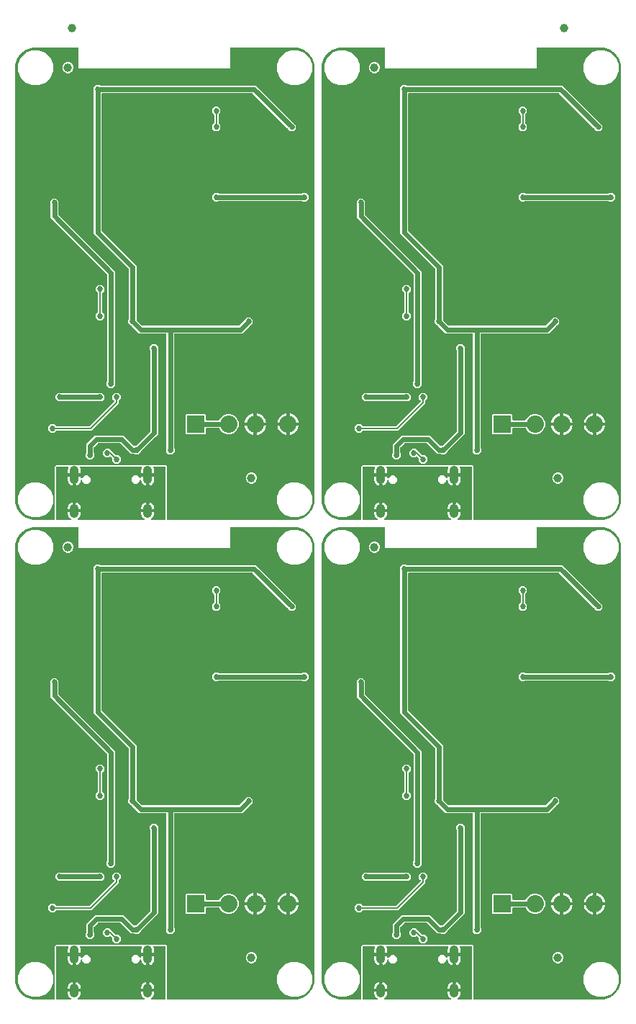
<source format=gbl>
G04 EAGLE Gerber RS-274X export*
G75*
%MOMM*%
%FSLAX34Y34*%
%LPD*%
%INBottom Copper*%
%IPPOS*%
%AMOC8*
5,1,8,0,0,1.08239X$1,22.5*%
G01*
%ADD10C,1.000000*%
%ADD11C,1.000000*%
%ADD12R,2.032000X2.032000*%
%ADD13C,2.032000*%
%ADD14C,0.685800*%
%ADD15C,0.609600*%
%ADD16C,0.203200*%

G36*
X407982Y565413D02*
X407982Y565413D01*
X408040Y565411D01*
X408122Y565433D01*
X408206Y565445D01*
X408259Y565468D01*
X408315Y565483D01*
X408388Y565526D01*
X408465Y565561D01*
X408510Y565599D01*
X408560Y565628D01*
X408618Y565690D01*
X408682Y565744D01*
X408714Y565793D01*
X408754Y565836D01*
X408793Y565911D01*
X408840Y565981D01*
X408857Y566037D01*
X408884Y566089D01*
X408895Y566157D01*
X408925Y566252D01*
X408928Y566352D01*
X408939Y566420D01*
X408939Y628432D01*
X410428Y629921D01*
X429474Y629921D01*
X429505Y629925D01*
X429535Y629923D01*
X429612Y629940D01*
X429755Y629961D01*
X429814Y629987D01*
X429862Y629998D01*
X430482Y630255D01*
X433078Y630255D01*
X433698Y629998D01*
X433728Y629990D01*
X433755Y629976D01*
X433832Y629963D01*
X433973Y629927D01*
X434037Y629929D01*
X434086Y629921D01*
X515874Y629921D01*
X515905Y629925D01*
X515935Y629923D01*
X516012Y629940D01*
X516155Y629961D01*
X516214Y629987D01*
X516262Y629998D01*
X516882Y630255D01*
X519478Y630255D01*
X520098Y629998D01*
X520128Y629990D01*
X520155Y629976D01*
X520232Y629963D01*
X520373Y629927D01*
X520437Y629929D01*
X520486Y629921D01*
X539532Y629921D01*
X541021Y628432D01*
X541021Y566420D01*
X541029Y566362D01*
X541027Y566304D01*
X541049Y566222D01*
X541061Y566138D01*
X541084Y566085D01*
X541099Y566029D01*
X541142Y565956D01*
X541177Y565879D01*
X541215Y565834D01*
X541244Y565784D01*
X541306Y565726D01*
X541360Y565662D01*
X541409Y565630D01*
X541452Y565590D01*
X541527Y565551D01*
X541597Y565504D01*
X541653Y565487D01*
X541705Y565460D01*
X541773Y565449D01*
X541868Y565419D01*
X541968Y565416D01*
X542036Y565405D01*
X690880Y565405D01*
X690924Y565411D01*
X690960Y565408D01*
X694536Y565689D01*
X694694Y565725D01*
X694770Y565736D01*
X701572Y567946D01*
X701827Y568071D01*
X701841Y568083D01*
X701855Y568090D01*
X707641Y572294D01*
X707846Y572492D01*
X707855Y572508D01*
X707866Y572519D01*
X712070Y578305D01*
X712203Y578556D01*
X712207Y578574D01*
X712214Y578588D01*
X714424Y585390D01*
X714439Y585474D01*
X714460Y585542D01*
X714461Y585587D01*
X714471Y585624D01*
X714752Y589200D01*
X714749Y589245D01*
X714755Y589280D01*
X714755Y1097280D01*
X714749Y1097324D01*
X714752Y1097360D01*
X714471Y1100936D01*
X714435Y1101094D01*
X714424Y1101170D01*
X712214Y1107972D01*
X712089Y1108227D01*
X712077Y1108241D01*
X712070Y1108255D01*
X707866Y1114041D01*
X707668Y1114246D01*
X707652Y1114255D01*
X707641Y1114266D01*
X701855Y1118470D01*
X701604Y1118603D01*
X701586Y1118607D01*
X701572Y1118614D01*
X694770Y1120824D01*
X694610Y1120852D01*
X694536Y1120871D01*
X690960Y1121152D01*
X690915Y1121149D01*
X690880Y1121155D01*
X616204Y1121155D01*
X616146Y1121147D01*
X616088Y1121149D01*
X616006Y1121127D01*
X615922Y1121115D01*
X615869Y1121092D01*
X615813Y1121077D01*
X615740Y1121034D01*
X615663Y1120999D01*
X615618Y1120961D01*
X615568Y1120932D01*
X615510Y1120870D01*
X615446Y1120816D01*
X615414Y1120767D01*
X615374Y1120724D01*
X615335Y1120649D01*
X615288Y1120579D01*
X615271Y1120523D01*
X615244Y1120471D01*
X615233Y1120403D01*
X615203Y1120308D01*
X615200Y1120208D01*
X615189Y1120140D01*
X615189Y1097069D01*
X614891Y1096771D01*
X436669Y1096771D01*
X436371Y1097069D01*
X436371Y1120140D01*
X436363Y1120198D01*
X436365Y1120256D01*
X436343Y1120338D01*
X436331Y1120422D01*
X436308Y1120475D01*
X436293Y1120531D01*
X436250Y1120604D01*
X436215Y1120681D01*
X436177Y1120726D01*
X436148Y1120776D01*
X436086Y1120834D01*
X436032Y1120898D01*
X435983Y1120930D01*
X435940Y1120970D01*
X435865Y1121009D01*
X435795Y1121056D01*
X435739Y1121073D01*
X435687Y1121100D01*
X435619Y1121111D01*
X435524Y1121141D01*
X435424Y1121144D01*
X435356Y1121155D01*
X386080Y1121155D01*
X386036Y1121149D01*
X386000Y1121152D01*
X382424Y1120871D01*
X382266Y1120835D01*
X382190Y1120824D01*
X375388Y1118614D01*
X375133Y1118489D01*
X375119Y1118477D01*
X375105Y1118470D01*
X369319Y1114266D01*
X369114Y1114068D01*
X369105Y1114052D01*
X369094Y1114041D01*
X364890Y1108255D01*
X364757Y1108004D01*
X364753Y1107986D01*
X364746Y1107972D01*
X362536Y1101170D01*
X362523Y1101096D01*
X362500Y1101024D01*
X362499Y1100974D01*
X362489Y1100936D01*
X362208Y1097360D01*
X362211Y1097315D01*
X362205Y1097280D01*
X362205Y589280D01*
X362211Y589236D01*
X362208Y589200D01*
X362489Y585624D01*
X362493Y585608D01*
X362492Y585593D01*
X362518Y585496D01*
X362525Y585466D01*
X362536Y585390D01*
X364746Y578588D01*
X364871Y578333D01*
X364883Y578319D01*
X364890Y578305D01*
X369094Y572519D01*
X369292Y572314D01*
X369308Y572305D01*
X369319Y572294D01*
X375105Y568090D01*
X375356Y567957D01*
X375374Y567953D01*
X375388Y567946D01*
X382190Y565736D01*
X382350Y565708D01*
X382424Y565689D01*
X386000Y565408D01*
X386045Y565411D01*
X386080Y565405D01*
X407924Y565405D01*
X407982Y565413D01*
G37*
G36*
X47302Y1533D02*
X47302Y1533D01*
X47360Y1531D01*
X47442Y1553D01*
X47526Y1565D01*
X47579Y1588D01*
X47635Y1603D01*
X47708Y1646D01*
X47785Y1681D01*
X47830Y1719D01*
X47880Y1748D01*
X47938Y1810D01*
X48002Y1864D01*
X48034Y1913D01*
X48074Y1956D01*
X48113Y2031D01*
X48160Y2101D01*
X48177Y2157D01*
X48204Y2209D01*
X48215Y2277D01*
X48245Y2372D01*
X48248Y2472D01*
X48259Y2540D01*
X48259Y64552D01*
X49748Y66041D01*
X68794Y66041D01*
X68825Y66045D01*
X68855Y66043D01*
X68932Y66060D01*
X69075Y66081D01*
X69134Y66107D01*
X69182Y66118D01*
X69802Y66375D01*
X72398Y66375D01*
X73018Y66118D01*
X73048Y66110D01*
X73075Y66096D01*
X73152Y66083D01*
X73293Y66047D01*
X73357Y66049D01*
X73406Y66041D01*
X155194Y66041D01*
X155225Y66045D01*
X155255Y66043D01*
X155332Y66060D01*
X155475Y66081D01*
X155534Y66107D01*
X155582Y66118D01*
X156202Y66375D01*
X158798Y66375D01*
X159418Y66118D01*
X159448Y66110D01*
X159475Y66096D01*
X159552Y66083D01*
X159693Y66047D01*
X159757Y66049D01*
X159806Y66041D01*
X178852Y66041D01*
X180341Y64552D01*
X180341Y2540D01*
X180349Y2482D01*
X180347Y2424D01*
X180369Y2342D01*
X180381Y2258D01*
X180404Y2205D01*
X180419Y2149D01*
X180462Y2076D01*
X180497Y1999D01*
X180535Y1954D01*
X180564Y1904D01*
X180626Y1846D01*
X180680Y1782D01*
X180729Y1750D01*
X180772Y1710D01*
X180847Y1671D01*
X180917Y1624D01*
X180973Y1607D01*
X181025Y1580D01*
X181093Y1569D01*
X181188Y1539D01*
X181288Y1536D01*
X181356Y1525D01*
X330200Y1525D01*
X330244Y1531D01*
X330280Y1528D01*
X333856Y1809D01*
X334014Y1845D01*
X334090Y1856D01*
X340892Y4066D01*
X341147Y4191D01*
X341161Y4203D01*
X341175Y4210D01*
X346961Y8414D01*
X347166Y8612D01*
X347175Y8628D01*
X347186Y8639D01*
X351390Y14425D01*
X351523Y14676D01*
X351527Y14694D01*
X351534Y14708D01*
X353744Y21510D01*
X353759Y21594D01*
X353780Y21662D01*
X353781Y21707D01*
X353791Y21744D01*
X354072Y25320D01*
X354069Y25365D01*
X354075Y25400D01*
X354075Y533400D01*
X354069Y533444D01*
X354072Y533480D01*
X353791Y537056D01*
X353755Y537214D01*
X353744Y537290D01*
X351534Y544092D01*
X351409Y544347D01*
X351397Y544361D01*
X351390Y544375D01*
X347186Y550161D01*
X346988Y550366D01*
X346972Y550375D01*
X346961Y550386D01*
X341175Y554590D01*
X340924Y554723D01*
X340906Y554727D01*
X340892Y554734D01*
X334090Y556944D01*
X333930Y556972D01*
X333856Y556991D01*
X330280Y557272D01*
X330235Y557269D01*
X330200Y557275D01*
X255524Y557275D01*
X255466Y557267D01*
X255408Y557269D01*
X255326Y557247D01*
X255242Y557235D01*
X255189Y557212D01*
X255133Y557197D01*
X255060Y557154D01*
X254983Y557119D01*
X254938Y557081D01*
X254888Y557052D01*
X254830Y556990D01*
X254766Y556936D01*
X254734Y556887D01*
X254694Y556844D01*
X254655Y556769D01*
X254608Y556699D01*
X254591Y556643D01*
X254564Y556591D01*
X254553Y556523D01*
X254523Y556428D01*
X254520Y556328D01*
X254509Y556260D01*
X254509Y533189D01*
X254211Y532891D01*
X75989Y532891D01*
X75691Y533189D01*
X75691Y556260D01*
X75683Y556318D01*
X75685Y556376D01*
X75663Y556458D01*
X75651Y556542D01*
X75628Y556595D01*
X75613Y556651D01*
X75570Y556724D01*
X75535Y556801D01*
X75497Y556846D01*
X75468Y556896D01*
X75406Y556954D01*
X75352Y557018D01*
X75303Y557050D01*
X75260Y557090D01*
X75185Y557129D01*
X75115Y557176D01*
X75059Y557193D01*
X75007Y557220D01*
X74939Y557231D01*
X74844Y557261D01*
X74744Y557264D01*
X74676Y557275D01*
X25400Y557275D01*
X25356Y557269D01*
X25320Y557272D01*
X21744Y556991D01*
X21586Y556955D01*
X21510Y556944D01*
X14708Y554734D01*
X14453Y554609D01*
X14439Y554597D01*
X14425Y554590D01*
X8639Y550386D01*
X8434Y550188D01*
X8425Y550172D01*
X8414Y550161D01*
X4210Y544375D01*
X4077Y544124D01*
X4073Y544106D01*
X4066Y544092D01*
X1856Y537290D01*
X1828Y537130D01*
X1809Y537056D01*
X1528Y533480D01*
X1531Y533435D01*
X1525Y533400D01*
X1525Y25400D01*
X1531Y25356D01*
X1528Y25320D01*
X1809Y21744D01*
X1813Y21728D01*
X1812Y21713D01*
X1838Y21616D01*
X1845Y21586D01*
X1856Y21510D01*
X4066Y14708D01*
X4191Y14453D01*
X4203Y14439D01*
X4210Y14425D01*
X8414Y8639D01*
X8612Y8434D01*
X8628Y8425D01*
X8639Y8414D01*
X14425Y4210D01*
X14676Y4077D01*
X14694Y4073D01*
X14708Y4066D01*
X21510Y1856D01*
X21670Y1828D01*
X21744Y1809D01*
X25320Y1528D01*
X25365Y1531D01*
X25400Y1525D01*
X47244Y1525D01*
X47302Y1533D01*
G37*
G36*
X407982Y1533D02*
X407982Y1533D01*
X408040Y1531D01*
X408122Y1553D01*
X408206Y1565D01*
X408259Y1588D01*
X408315Y1603D01*
X408388Y1646D01*
X408465Y1681D01*
X408510Y1719D01*
X408560Y1748D01*
X408618Y1810D01*
X408682Y1864D01*
X408714Y1913D01*
X408754Y1956D01*
X408793Y2031D01*
X408840Y2101D01*
X408857Y2157D01*
X408884Y2209D01*
X408895Y2277D01*
X408925Y2372D01*
X408928Y2472D01*
X408939Y2540D01*
X408939Y64552D01*
X410428Y66041D01*
X429474Y66041D01*
X429505Y66045D01*
X429535Y66043D01*
X429612Y66060D01*
X429755Y66081D01*
X429814Y66107D01*
X429862Y66118D01*
X430482Y66375D01*
X433078Y66375D01*
X433698Y66118D01*
X433728Y66110D01*
X433755Y66096D01*
X433832Y66083D01*
X433973Y66047D01*
X434037Y66049D01*
X434086Y66041D01*
X515874Y66041D01*
X515905Y66045D01*
X515935Y66043D01*
X516012Y66060D01*
X516155Y66081D01*
X516214Y66107D01*
X516262Y66118D01*
X516882Y66375D01*
X519478Y66375D01*
X520098Y66118D01*
X520128Y66110D01*
X520155Y66096D01*
X520232Y66083D01*
X520373Y66047D01*
X520437Y66049D01*
X520486Y66041D01*
X539532Y66041D01*
X541021Y64552D01*
X541021Y2540D01*
X541029Y2482D01*
X541027Y2424D01*
X541049Y2342D01*
X541061Y2258D01*
X541084Y2205D01*
X541099Y2149D01*
X541142Y2076D01*
X541177Y1999D01*
X541215Y1954D01*
X541244Y1904D01*
X541306Y1846D01*
X541360Y1782D01*
X541409Y1750D01*
X541452Y1710D01*
X541527Y1671D01*
X541597Y1624D01*
X541653Y1607D01*
X541705Y1580D01*
X541773Y1569D01*
X541868Y1539D01*
X541968Y1536D01*
X542036Y1525D01*
X690880Y1525D01*
X690924Y1531D01*
X690960Y1528D01*
X694536Y1809D01*
X694694Y1845D01*
X694770Y1856D01*
X701572Y4066D01*
X701827Y4191D01*
X701841Y4203D01*
X701855Y4210D01*
X707641Y8414D01*
X707846Y8612D01*
X707855Y8628D01*
X707866Y8639D01*
X712070Y14425D01*
X712203Y14676D01*
X712207Y14694D01*
X712214Y14708D01*
X714424Y21510D01*
X714439Y21594D01*
X714460Y21662D01*
X714461Y21707D01*
X714471Y21744D01*
X714752Y25320D01*
X714749Y25365D01*
X714755Y25400D01*
X714755Y533400D01*
X714749Y533444D01*
X714752Y533480D01*
X714471Y537056D01*
X714435Y537214D01*
X714424Y537290D01*
X712214Y544092D01*
X712089Y544347D01*
X712077Y544361D01*
X712070Y544375D01*
X707866Y550161D01*
X707668Y550366D01*
X707652Y550375D01*
X707641Y550386D01*
X701855Y554590D01*
X701604Y554723D01*
X701586Y554727D01*
X701572Y554734D01*
X694770Y556944D01*
X694610Y556972D01*
X694536Y556991D01*
X690960Y557272D01*
X690915Y557269D01*
X690880Y557275D01*
X616204Y557275D01*
X616146Y557267D01*
X616088Y557269D01*
X616006Y557247D01*
X615922Y557235D01*
X615869Y557212D01*
X615813Y557197D01*
X615740Y557154D01*
X615663Y557119D01*
X615618Y557081D01*
X615568Y557052D01*
X615510Y556990D01*
X615446Y556936D01*
X615414Y556887D01*
X615374Y556844D01*
X615335Y556769D01*
X615288Y556699D01*
X615271Y556643D01*
X615244Y556591D01*
X615233Y556523D01*
X615203Y556428D01*
X615200Y556328D01*
X615189Y556260D01*
X615189Y533189D01*
X614891Y532891D01*
X436669Y532891D01*
X436371Y533189D01*
X436371Y556260D01*
X436363Y556318D01*
X436365Y556376D01*
X436343Y556458D01*
X436331Y556542D01*
X436308Y556595D01*
X436293Y556651D01*
X436250Y556724D01*
X436215Y556801D01*
X436177Y556846D01*
X436148Y556896D01*
X436086Y556954D01*
X436032Y557018D01*
X435983Y557050D01*
X435940Y557090D01*
X435865Y557129D01*
X435795Y557176D01*
X435739Y557193D01*
X435687Y557220D01*
X435619Y557231D01*
X435524Y557261D01*
X435424Y557264D01*
X435356Y557275D01*
X386080Y557275D01*
X386036Y557269D01*
X386000Y557272D01*
X382424Y556991D01*
X382266Y556955D01*
X382190Y556944D01*
X375388Y554734D01*
X375133Y554609D01*
X375119Y554597D01*
X375105Y554590D01*
X369319Y550386D01*
X369114Y550188D01*
X369105Y550172D01*
X369094Y550161D01*
X364890Y544375D01*
X364757Y544124D01*
X364753Y544106D01*
X364746Y544092D01*
X362536Y537290D01*
X362508Y537130D01*
X362489Y537056D01*
X362208Y533480D01*
X362211Y533435D01*
X362205Y533400D01*
X362205Y25400D01*
X362211Y25356D01*
X362208Y25320D01*
X362489Y21744D01*
X362493Y21728D01*
X362492Y21713D01*
X362518Y21616D01*
X362525Y21586D01*
X362536Y21510D01*
X364746Y14708D01*
X364871Y14453D01*
X364883Y14439D01*
X364890Y14425D01*
X369094Y8639D01*
X369292Y8434D01*
X369308Y8425D01*
X369319Y8414D01*
X375105Y4210D01*
X375356Y4077D01*
X375374Y4073D01*
X375388Y4066D01*
X382190Y1856D01*
X382350Y1828D01*
X382424Y1809D01*
X386000Y1528D01*
X386045Y1531D01*
X386080Y1525D01*
X407924Y1525D01*
X407982Y1533D01*
G37*
G36*
X47302Y565413D02*
X47302Y565413D01*
X47360Y565411D01*
X47442Y565433D01*
X47526Y565445D01*
X47579Y565468D01*
X47635Y565483D01*
X47708Y565526D01*
X47785Y565561D01*
X47830Y565599D01*
X47880Y565628D01*
X47938Y565690D01*
X48002Y565744D01*
X48034Y565793D01*
X48074Y565836D01*
X48113Y565911D01*
X48160Y565981D01*
X48177Y566037D01*
X48204Y566089D01*
X48215Y566157D01*
X48245Y566252D01*
X48248Y566352D01*
X48259Y566420D01*
X48259Y628432D01*
X49748Y629921D01*
X68794Y629921D01*
X68825Y629925D01*
X68855Y629923D01*
X68932Y629940D01*
X69075Y629961D01*
X69134Y629987D01*
X69182Y629998D01*
X69802Y630255D01*
X72398Y630255D01*
X73018Y629998D01*
X73048Y629990D01*
X73075Y629976D01*
X73152Y629963D01*
X73293Y629927D01*
X73357Y629929D01*
X73406Y629921D01*
X155194Y629921D01*
X155225Y629925D01*
X155255Y629923D01*
X155332Y629940D01*
X155475Y629961D01*
X155534Y629987D01*
X155582Y629998D01*
X156202Y630255D01*
X158798Y630255D01*
X159418Y629998D01*
X159448Y629990D01*
X159475Y629976D01*
X159552Y629963D01*
X159693Y629927D01*
X159757Y629929D01*
X159806Y629921D01*
X178852Y629921D01*
X180341Y628432D01*
X180341Y566420D01*
X180349Y566362D01*
X180347Y566304D01*
X180369Y566222D01*
X180381Y566138D01*
X180404Y566085D01*
X180419Y566029D01*
X180462Y565956D01*
X180497Y565879D01*
X180535Y565834D01*
X180564Y565784D01*
X180626Y565726D01*
X180680Y565662D01*
X180729Y565630D01*
X180772Y565590D01*
X180847Y565551D01*
X180917Y565504D01*
X180973Y565487D01*
X181025Y565460D01*
X181093Y565449D01*
X181188Y565419D01*
X181288Y565416D01*
X181356Y565405D01*
X330200Y565405D01*
X330244Y565411D01*
X330280Y565408D01*
X333856Y565689D01*
X334014Y565725D01*
X334090Y565736D01*
X340892Y567946D01*
X341147Y568071D01*
X341161Y568083D01*
X341175Y568090D01*
X346961Y572294D01*
X347166Y572492D01*
X347175Y572508D01*
X347186Y572519D01*
X351390Y578305D01*
X351523Y578556D01*
X351527Y578574D01*
X351534Y578588D01*
X353744Y585390D01*
X353759Y585474D01*
X353780Y585542D01*
X353781Y585587D01*
X353791Y585624D01*
X354072Y589200D01*
X354069Y589245D01*
X354075Y589280D01*
X354075Y1097280D01*
X354069Y1097324D01*
X354072Y1097360D01*
X353791Y1100936D01*
X353755Y1101094D01*
X353744Y1101170D01*
X351534Y1107972D01*
X351409Y1108227D01*
X351397Y1108241D01*
X351390Y1108255D01*
X347186Y1114041D01*
X346988Y1114246D01*
X346972Y1114255D01*
X346961Y1114266D01*
X341175Y1118470D01*
X340924Y1118603D01*
X340906Y1118607D01*
X340892Y1118614D01*
X334090Y1120824D01*
X333930Y1120852D01*
X333856Y1120871D01*
X330280Y1121152D01*
X330235Y1121149D01*
X330200Y1121155D01*
X255524Y1121155D01*
X255466Y1121147D01*
X255408Y1121149D01*
X255326Y1121127D01*
X255242Y1121115D01*
X255189Y1121092D01*
X255133Y1121077D01*
X255060Y1121034D01*
X254983Y1120999D01*
X254938Y1120961D01*
X254888Y1120932D01*
X254830Y1120870D01*
X254766Y1120816D01*
X254734Y1120767D01*
X254694Y1120724D01*
X254655Y1120649D01*
X254608Y1120579D01*
X254591Y1120523D01*
X254564Y1120471D01*
X254553Y1120403D01*
X254523Y1120308D01*
X254520Y1120208D01*
X254509Y1120140D01*
X254509Y1097069D01*
X254211Y1096771D01*
X75989Y1096771D01*
X75691Y1097069D01*
X75691Y1120140D01*
X75683Y1120198D01*
X75685Y1120256D01*
X75663Y1120338D01*
X75651Y1120422D01*
X75628Y1120475D01*
X75613Y1120531D01*
X75570Y1120604D01*
X75535Y1120681D01*
X75497Y1120726D01*
X75468Y1120776D01*
X75406Y1120834D01*
X75352Y1120898D01*
X75303Y1120930D01*
X75260Y1120970D01*
X75185Y1121009D01*
X75115Y1121056D01*
X75059Y1121073D01*
X75007Y1121100D01*
X74939Y1121111D01*
X74844Y1121141D01*
X74744Y1121144D01*
X74676Y1121155D01*
X25400Y1121155D01*
X25356Y1121149D01*
X25320Y1121152D01*
X21744Y1120871D01*
X21586Y1120835D01*
X21510Y1120824D01*
X14708Y1118614D01*
X14453Y1118489D01*
X14439Y1118477D01*
X14425Y1118470D01*
X8639Y1114266D01*
X8434Y1114068D01*
X8425Y1114052D01*
X8414Y1114041D01*
X4210Y1108255D01*
X4077Y1108004D01*
X4073Y1107986D01*
X4066Y1107972D01*
X1856Y1101170D01*
X1828Y1101010D01*
X1809Y1100936D01*
X1528Y1097360D01*
X1531Y1097315D01*
X1525Y1097280D01*
X1525Y589280D01*
X1531Y589236D01*
X1528Y589200D01*
X1809Y585624D01*
X1813Y585608D01*
X1812Y585593D01*
X1838Y585496D01*
X1845Y585466D01*
X1856Y585390D01*
X4066Y578588D01*
X4191Y578333D01*
X4203Y578319D01*
X4210Y578305D01*
X8414Y572519D01*
X8612Y572314D01*
X8628Y572305D01*
X8639Y572294D01*
X14425Y568090D01*
X14676Y567957D01*
X14694Y567953D01*
X14708Y567946D01*
X21510Y565736D01*
X21670Y565708D01*
X21744Y565689D01*
X25320Y565408D01*
X25365Y565411D01*
X25400Y565405D01*
X47244Y565405D01*
X47302Y565413D01*
G37*
%LPC*%
G36*
X182098Y78621D02*
X182098Y78621D01*
X179196Y81523D01*
X179196Y85627D01*
X179280Y85711D01*
X179333Y85780D01*
X179392Y85844D01*
X179418Y85893D01*
X179451Y85938D01*
X179482Y86020D01*
X179522Y86097D01*
X179530Y86145D01*
X179552Y86203D01*
X179564Y86351D01*
X179577Y86428D01*
X179577Y219837D01*
X179570Y219890D01*
X179571Y219920D01*
X179570Y219923D01*
X179571Y219953D01*
X179549Y220035D01*
X179537Y220119D01*
X179514Y220172D01*
X179499Y220228D01*
X179456Y220301D01*
X179421Y220378D01*
X179383Y220423D01*
X179354Y220473D01*
X179292Y220531D01*
X179238Y220595D01*
X179189Y220627D01*
X179146Y220667D01*
X179071Y220706D01*
X179001Y220753D01*
X178945Y220770D01*
X178893Y220797D01*
X178825Y220808D01*
X178730Y220838D01*
X178630Y220841D01*
X178562Y220852D01*
X147331Y220852D01*
X138484Y229699D01*
X138414Y229751D01*
X138351Y229811D01*
X138301Y229837D01*
X138257Y229870D01*
X138175Y229901D01*
X138097Y229941D01*
X138050Y229949D01*
X137991Y229971D01*
X137844Y229983D01*
X137766Y229996D01*
X137648Y229996D01*
X134746Y232898D01*
X134746Y237002D01*
X134830Y237086D01*
X134882Y237155D01*
X134942Y237219D01*
X134968Y237269D01*
X135001Y237313D01*
X135032Y237394D01*
X135072Y237472D01*
X135080Y237520D01*
X135102Y237578D01*
X135114Y237726D01*
X135127Y237803D01*
X135127Y296135D01*
X135115Y296222D01*
X135112Y296309D01*
X135095Y296362D01*
X135087Y296417D01*
X135052Y296497D01*
X135025Y296580D01*
X134997Y296619D01*
X134971Y296676D01*
X134875Y296790D01*
X134830Y296853D01*
X93852Y337831D01*
X93852Y505147D01*
X93845Y505196D01*
X93846Y505205D01*
X93842Y505218D01*
X93840Y505233D01*
X93837Y505321D01*
X93820Y505373D01*
X93812Y505428D01*
X93777Y505508D01*
X93750Y505591D01*
X93722Y505630D01*
X93696Y505687D01*
X93600Y505801D01*
X93555Y505864D01*
X93471Y505948D01*
X93471Y510052D01*
X96373Y512954D01*
X100477Y512954D01*
X100561Y512870D01*
X100630Y512818D01*
X100694Y512758D01*
X100744Y512732D01*
X100788Y512699D01*
X100869Y512668D01*
X100947Y512628D01*
X100995Y512620D01*
X101053Y512598D01*
X101201Y512586D01*
X101278Y512573D01*
X284469Y512573D01*
X328241Y468801D01*
X328311Y468749D01*
X328374Y468689D01*
X328424Y468663D01*
X328468Y468630D01*
X328550Y468599D01*
X328628Y468559D01*
X328675Y468551D01*
X328734Y468529D01*
X328881Y468517D01*
X328959Y468504D01*
X329077Y468504D01*
X331979Y465602D01*
X331979Y461498D01*
X329077Y458596D01*
X324973Y458596D01*
X322071Y461498D01*
X322071Y461616D01*
X322059Y461703D01*
X322056Y461790D01*
X322039Y461843D01*
X322031Y461898D01*
X321996Y461978D01*
X321969Y462061D01*
X321941Y462100D01*
X321915Y462157D01*
X321819Y462271D01*
X321774Y462334D01*
X280978Y503130D01*
X280908Y503182D01*
X280845Y503242D01*
X280795Y503268D01*
X280751Y503301D01*
X280669Y503332D01*
X280591Y503372D01*
X280544Y503380D01*
X280485Y503402D01*
X280338Y503414D01*
X280260Y503427D01*
X104013Y503427D01*
X103955Y503419D01*
X103897Y503421D01*
X103815Y503399D01*
X103731Y503387D01*
X103678Y503364D01*
X103622Y503349D01*
X103549Y503306D01*
X103472Y503271D01*
X103427Y503233D01*
X103377Y503204D01*
X103319Y503142D01*
X103255Y503088D01*
X103223Y503039D01*
X103183Y502996D01*
X103144Y502921D01*
X103097Y502851D01*
X103080Y502795D01*
X103053Y502743D01*
X103042Y502675D01*
X103012Y502580D01*
X103009Y502480D01*
X102998Y502412D01*
X102998Y342040D01*
X103010Y341953D01*
X103013Y341866D01*
X103030Y341813D01*
X103038Y341758D01*
X103073Y341678D01*
X103100Y341595D01*
X103128Y341556D01*
X103154Y341499D01*
X103250Y341385D01*
X103295Y341322D01*
X144273Y300344D01*
X144273Y237803D01*
X144285Y237717D01*
X144288Y237629D01*
X144305Y237577D01*
X144313Y237522D01*
X144348Y237442D01*
X144375Y237359D01*
X144403Y237320D01*
X144429Y237263D01*
X144525Y237149D01*
X144570Y237086D01*
X144654Y237002D01*
X144654Y236884D01*
X144666Y236797D01*
X144669Y236710D01*
X144686Y236657D01*
X144694Y236602D01*
X144729Y236522D01*
X144756Y236439D01*
X144784Y236400D01*
X144810Y236343D01*
X144906Y236229D01*
X144951Y236166D01*
X150822Y230295D01*
X150892Y230243D01*
X150955Y230183D01*
X151005Y230157D01*
X151049Y230124D01*
X151131Y230093D01*
X151209Y230053D01*
X151256Y230045D01*
X151315Y230023D01*
X151462Y230011D01*
X151540Y229998D01*
X264385Y229998D01*
X264472Y230010D01*
X264559Y230013D01*
X264612Y230030D01*
X264667Y230038D01*
X264747Y230073D01*
X264830Y230100D01*
X264869Y230128D01*
X264926Y230154D01*
X265040Y230250D01*
X265103Y230295D01*
X270974Y236166D01*
X271026Y236236D01*
X271086Y236299D01*
X271112Y236349D01*
X271145Y236393D01*
X271176Y236475D01*
X271216Y236553D01*
X271224Y236600D01*
X271246Y236659D01*
X271258Y236806D01*
X271271Y236884D01*
X271271Y237002D01*
X274173Y239904D01*
X278277Y239904D01*
X281179Y237002D01*
X281179Y232898D01*
X278277Y229996D01*
X278159Y229996D01*
X278072Y229984D01*
X277985Y229981D01*
X277932Y229964D01*
X277877Y229956D01*
X277797Y229921D01*
X277714Y229894D01*
X277675Y229866D01*
X277618Y229840D01*
X277504Y229744D01*
X277441Y229699D01*
X268594Y220852D01*
X189738Y220852D01*
X189680Y220844D01*
X189622Y220846D01*
X189540Y220824D01*
X189456Y220812D01*
X189403Y220789D01*
X189347Y220774D01*
X189274Y220731D01*
X189197Y220696D01*
X189152Y220658D01*
X189102Y220629D01*
X189044Y220567D01*
X188980Y220513D01*
X188948Y220464D01*
X188908Y220421D01*
X188869Y220346D01*
X188822Y220276D01*
X188805Y220220D01*
X188778Y220168D01*
X188767Y220100D01*
X188737Y220005D01*
X188734Y219905D01*
X188723Y219837D01*
X188723Y86428D01*
X188735Y86342D01*
X188738Y86254D01*
X188755Y86202D01*
X188763Y86147D01*
X188798Y86067D01*
X188825Y85984D01*
X188853Y85945D01*
X188879Y85888D01*
X188975Y85774D01*
X189020Y85711D01*
X189104Y85627D01*
X189104Y81523D01*
X186202Y78621D01*
X182098Y78621D01*
G37*
%LPD*%
%LPC*%
G36*
X542778Y78621D02*
X542778Y78621D01*
X539876Y81523D01*
X539876Y85627D01*
X539960Y85711D01*
X540013Y85780D01*
X540072Y85844D01*
X540098Y85893D01*
X540131Y85938D01*
X540162Y86020D01*
X540202Y86097D01*
X540210Y86145D01*
X540232Y86203D01*
X540244Y86351D01*
X540257Y86428D01*
X540257Y219837D01*
X540250Y219890D01*
X540251Y219920D01*
X540250Y219923D01*
X540251Y219953D01*
X540229Y220035D01*
X540217Y220119D01*
X540194Y220172D01*
X540179Y220228D01*
X540136Y220301D01*
X540101Y220378D01*
X540063Y220423D01*
X540034Y220473D01*
X539972Y220531D01*
X539918Y220595D01*
X539869Y220627D01*
X539826Y220667D01*
X539751Y220706D01*
X539681Y220753D01*
X539625Y220770D01*
X539573Y220797D01*
X539505Y220808D01*
X539410Y220838D01*
X539310Y220841D01*
X539242Y220852D01*
X508011Y220852D01*
X499164Y229699D01*
X499094Y229751D01*
X499031Y229811D01*
X498981Y229837D01*
X498937Y229870D01*
X498855Y229901D01*
X498777Y229941D01*
X498730Y229949D01*
X498671Y229971D01*
X498524Y229983D01*
X498446Y229996D01*
X498328Y229996D01*
X495426Y232898D01*
X495426Y237002D01*
X495510Y237086D01*
X495563Y237155D01*
X495622Y237219D01*
X495648Y237268D01*
X495681Y237313D01*
X495712Y237395D01*
X495752Y237472D01*
X495760Y237520D01*
X495782Y237578D01*
X495794Y237726D01*
X495807Y237803D01*
X495807Y296135D01*
X495795Y296222D01*
X495792Y296309D01*
X495775Y296362D01*
X495767Y296417D01*
X495732Y296497D01*
X495705Y296580D01*
X495677Y296619D01*
X495651Y296676D01*
X495555Y296790D01*
X495510Y296853D01*
X454532Y337831D01*
X454532Y505147D01*
X454525Y505196D01*
X454526Y505205D01*
X454522Y505218D01*
X454520Y505233D01*
X454517Y505321D01*
X454500Y505373D01*
X454492Y505428D01*
X454457Y505508D01*
X454430Y505591D01*
X454402Y505630D01*
X454376Y505687D01*
X454280Y505801D01*
X454235Y505864D01*
X454151Y505948D01*
X454151Y510052D01*
X457053Y512954D01*
X461157Y512954D01*
X461241Y512870D01*
X461310Y512818D01*
X461374Y512758D01*
X461424Y512732D01*
X461468Y512699D01*
X461549Y512668D01*
X461627Y512628D01*
X461675Y512620D01*
X461733Y512598D01*
X461881Y512586D01*
X461958Y512573D01*
X645149Y512573D01*
X688921Y468801D01*
X688991Y468749D01*
X689054Y468689D01*
X689104Y468663D01*
X689148Y468630D01*
X689230Y468599D01*
X689308Y468559D01*
X689355Y468551D01*
X689414Y468529D01*
X689561Y468517D01*
X689639Y468504D01*
X689757Y468504D01*
X692659Y465602D01*
X692659Y461498D01*
X689757Y458596D01*
X685653Y458596D01*
X682751Y461498D01*
X682751Y461616D01*
X682739Y461703D01*
X682736Y461790D01*
X682719Y461843D01*
X682711Y461898D01*
X682676Y461978D01*
X682649Y462061D01*
X682621Y462100D01*
X682595Y462157D01*
X682499Y462271D01*
X682454Y462334D01*
X641658Y503130D01*
X641588Y503182D01*
X641525Y503242D01*
X641475Y503268D01*
X641431Y503301D01*
X641349Y503332D01*
X641271Y503372D01*
X641224Y503380D01*
X641165Y503402D01*
X641018Y503414D01*
X640940Y503427D01*
X464693Y503427D01*
X464635Y503419D01*
X464577Y503421D01*
X464495Y503399D01*
X464411Y503387D01*
X464358Y503364D01*
X464302Y503349D01*
X464229Y503306D01*
X464152Y503271D01*
X464107Y503233D01*
X464057Y503204D01*
X463999Y503142D01*
X463935Y503088D01*
X463903Y503039D01*
X463863Y502996D01*
X463824Y502921D01*
X463777Y502851D01*
X463760Y502795D01*
X463733Y502743D01*
X463722Y502675D01*
X463692Y502580D01*
X463689Y502480D01*
X463678Y502412D01*
X463678Y342040D01*
X463690Y341953D01*
X463693Y341866D01*
X463710Y341813D01*
X463718Y341758D01*
X463753Y341678D01*
X463780Y341595D01*
X463808Y341556D01*
X463834Y341499D01*
X463930Y341385D01*
X463975Y341322D01*
X504953Y300344D01*
X504953Y237803D01*
X504965Y237717D01*
X504968Y237629D01*
X504985Y237577D01*
X504993Y237522D01*
X505028Y237442D01*
X505055Y237359D01*
X505083Y237320D01*
X505109Y237263D01*
X505205Y237149D01*
X505250Y237086D01*
X505334Y237002D01*
X505334Y236884D01*
X505346Y236797D01*
X505349Y236710D01*
X505366Y236657D01*
X505374Y236602D01*
X505409Y236522D01*
X505436Y236439D01*
X505464Y236400D01*
X505490Y236343D01*
X505586Y236229D01*
X505631Y236166D01*
X511502Y230295D01*
X511572Y230243D01*
X511635Y230183D01*
X511685Y230157D01*
X511729Y230124D01*
X511811Y230093D01*
X511889Y230053D01*
X511936Y230045D01*
X511995Y230023D01*
X512142Y230011D01*
X512220Y229998D01*
X625065Y229998D01*
X625152Y230010D01*
X625239Y230013D01*
X625292Y230030D01*
X625347Y230038D01*
X625427Y230073D01*
X625510Y230100D01*
X625549Y230128D01*
X625606Y230154D01*
X625720Y230250D01*
X625783Y230295D01*
X631654Y236166D01*
X631706Y236236D01*
X631766Y236299D01*
X631792Y236349D01*
X631825Y236393D01*
X631856Y236475D01*
X631896Y236553D01*
X631904Y236600D01*
X631926Y236659D01*
X631938Y236806D01*
X631951Y236884D01*
X631951Y237002D01*
X634853Y239904D01*
X638957Y239904D01*
X641859Y237002D01*
X641859Y232898D01*
X638957Y229996D01*
X638839Y229996D01*
X638752Y229984D01*
X638665Y229981D01*
X638612Y229964D01*
X638557Y229956D01*
X638477Y229921D01*
X638394Y229894D01*
X638355Y229866D01*
X638298Y229840D01*
X638184Y229744D01*
X638121Y229699D01*
X629274Y220852D01*
X550418Y220852D01*
X550360Y220844D01*
X550302Y220846D01*
X550220Y220824D01*
X550136Y220812D01*
X550083Y220789D01*
X550027Y220774D01*
X549954Y220731D01*
X549877Y220696D01*
X549832Y220658D01*
X549782Y220629D01*
X549724Y220567D01*
X549660Y220513D01*
X549628Y220464D01*
X549588Y220421D01*
X549549Y220346D01*
X549502Y220276D01*
X549485Y220220D01*
X549458Y220168D01*
X549447Y220100D01*
X549417Y220005D01*
X549414Y219905D01*
X549403Y219837D01*
X549403Y86428D01*
X549415Y86342D01*
X549418Y86254D01*
X549435Y86202D01*
X549443Y86147D01*
X549478Y86067D01*
X549505Y85984D01*
X549533Y85945D01*
X549559Y85888D01*
X549655Y85774D01*
X549700Y85711D01*
X549784Y85627D01*
X549784Y81523D01*
X546882Y78621D01*
X542778Y78621D01*
G37*
%LPD*%
%LPC*%
G36*
X182098Y642501D02*
X182098Y642501D01*
X179196Y645403D01*
X179196Y649507D01*
X179280Y649591D01*
X179333Y649660D01*
X179392Y649724D01*
X179418Y649773D01*
X179451Y649818D01*
X179482Y649900D01*
X179522Y649977D01*
X179530Y650025D01*
X179552Y650083D01*
X179564Y650231D01*
X179577Y650308D01*
X179577Y783717D01*
X179570Y783770D01*
X179571Y783800D01*
X179570Y783803D01*
X179571Y783833D01*
X179549Y783915D01*
X179537Y783999D01*
X179514Y784052D01*
X179499Y784108D01*
X179456Y784181D01*
X179421Y784258D01*
X179383Y784303D01*
X179354Y784353D01*
X179292Y784411D01*
X179238Y784475D01*
X179189Y784507D01*
X179146Y784547D01*
X179071Y784586D01*
X179001Y784633D01*
X178945Y784650D01*
X178893Y784677D01*
X178825Y784688D01*
X178730Y784718D01*
X178630Y784721D01*
X178562Y784732D01*
X147331Y784732D01*
X138484Y793579D01*
X138414Y793631D01*
X138351Y793691D01*
X138301Y793717D01*
X138257Y793750D01*
X138175Y793781D01*
X138097Y793821D01*
X138050Y793829D01*
X137991Y793851D01*
X137844Y793863D01*
X137766Y793876D01*
X137648Y793876D01*
X134746Y796778D01*
X134746Y800882D01*
X134830Y800966D01*
X134883Y801035D01*
X134942Y801099D01*
X134968Y801148D01*
X135001Y801193D01*
X135032Y801275D01*
X135072Y801352D01*
X135080Y801400D01*
X135102Y801458D01*
X135114Y801606D01*
X135127Y801683D01*
X135127Y860015D01*
X135115Y860102D01*
X135112Y860189D01*
X135095Y860242D01*
X135087Y860297D01*
X135052Y860377D01*
X135025Y860460D01*
X134997Y860499D01*
X134971Y860556D01*
X134875Y860670D01*
X134830Y860733D01*
X93852Y901711D01*
X93852Y1069027D01*
X93845Y1069076D01*
X93846Y1069085D01*
X93842Y1069098D01*
X93840Y1069113D01*
X93837Y1069201D01*
X93820Y1069253D01*
X93812Y1069308D01*
X93777Y1069388D01*
X93750Y1069471D01*
X93722Y1069510D01*
X93696Y1069567D01*
X93600Y1069681D01*
X93555Y1069744D01*
X93471Y1069828D01*
X93471Y1073932D01*
X96373Y1076834D01*
X100477Y1076834D01*
X100561Y1076750D01*
X100630Y1076698D01*
X100694Y1076638D01*
X100744Y1076612D01*
X100788Y1076579D01*
X100869Y1076548D01*
X100947Y1076508D01*
X100995Y1076500D01*
X101053Y1076478D01*
X101201Y1076466D01*
X101278Y1076453D01*
X284469Y1076453D01*
X328241Y1032681D01*
X328311Y1032629D01*
X328374Y1032569D01*
X328424Y1032543D01*
X328468Y1032510D01*
X328550Y1032479D01*
X328628Y1032439D01*
X328675Y1032431D01*
X328734Y1032409D01*
X328881Y1032397D01*
X328959Y1032384D01*
X329077Y1032384D01*
X331979Y1029482D01*
X331979Y1025378D01*
X329077Y1022476D01*
X324973Y1022476D01*
X322071Y1025378D01*
X322071Y1025496D01*
X322059Y1025583D01*
X322056Y1025670D01*
X322039Y1025723D01*
X322031Y1025778D01*
X321996Y1025858D01*
X321969Y1025941D01*
X321941Y1025980D01*
X321915Y1026037D01*
X321819Y1026151D01*
X321774Y1026214D01*
X280978Y1067010D01*
X280908Y1067062D01*
X280845Y1067122D01*
X280795Y1067148D01*
X280751Y1067181D01*
X280669Y1067212D01*
X280591Y1067252D01*
X280544Y1067260D01*
X280485Y1067282D01*
X280338Y1067294D01*
X280260Y1067307D01*
X104013Y1067307D01*
X103955Y1067299D01*
X103897Y1067301D01*
X103815Y1067279D01*
X103731Y1067267D01*
X103678Y1067244D01*
X103622Y1067229D01*
X103549Y1067186D01*
X103472Y1067151D01*
X103427Y1067113D01*
X103377Y1067084D01*
X103319Y1067022D01*
X103255Y1066968D01*
X103223Y1066919D01*
X103183Y1066876D01*
X103144Y1066801D01*
X103097Y1066731D01*
X103080Y1066675D01*
X103053Y1066623D01*
X103042Y1066555D01*
X103012Y1066460D01*
X103009Y1066360D01*
X102998Y1066292D01*
X102998Y905920D01*
X103010Y905833D01*
X103013Y905746D01*
X103030Y905693D01*
X103038Y905638D01*
X103073Y905558D01*
X103100Y905475D01*
X103128Y905436D01*
X103154Y905379D01*
X103250Y905265D01*
X103295Y905202D01*
X144273Y864224D01*
X144273Y801683D01*
X144285Y801597D01*
X144288Y801509D01*
X144305Y801457D01*
X144313Y801402D01*
X144348Y801322D01*
X144375Y801239D01*
X144403Y801200D01*
X144429Y801143D01*
X144525Y801029D01*
X144570Y800966D01*
X144654Y800882D01*
X144654Y800764D01*
X144666Y800677D01*
X144669Y800590D01*
X144686Y800537D01*
X144694Y800482D01*
X144729Y800402D01*
X144756Y800319D01*
X144784Y800280D01*
X144810Y800223D01*
X144906Y800109D01*
X144951Y800046D01*
X150822Y794175D01*
X150892Y794123D01*
X150955Y794063D01*
X151005Y794037D01*
X151049Y794004D01*
X151131Y793973D01*
X151209Y793933D01*
X151256Y793925D01*
X151315Y793903D01*
X151462Y793891D01*
X151540Y793878D01*
X264385Y793878D01*
X264472Y793890D01*
X264559Y793893D01*
X264612Y793910D01*
X264667Y793918D01*
X264747Y793953D01*
X264830Y793980D01*
X264869Y794008D01*
X264926Y794034D01*
X265040Y794130D01*
X265103Y794175D01*
X270974Y800046D01*
X271026Y800116D01*
X271086Y800179D01*
X271112Y800229D01*
X271145Y800273D01*
X271176Y800355D01*
X271216Y800433D01*
X271224Y800480D01*
X271246Y800539D01*
X271258Y800686D01*
X271271Y800764D01*
X271271Y800882D01*
X274173Y803784D01*
X278277Y803784D01*
X281179Y800882D01*
X281179Y796778D01*
X278277Y793876D01*
X278159Y793876D01*
X278072Y793864D01*
X277985Y793861D01*
X277932Y793844D01*
X277877Y793836D01*
X277797Y793801D01*
X277714Y793774D01*
X277675Y793746D01*
X277618Y793720D01*
X277504Y793624D01*
X277441Y793579D01*
X268594Y784732D01*
X189738Y784732D01*
X189680Y784724D01*
X189622Y784726D01*
X189540Y784704D01*
X189456Y784692D01*
X189403Y784669D01*
X189347Y784654D01*
X189274Y784611D01*
X189197Y784576D01*
X189152Y784538D01*
X189102Y784509D01*
X189044Y784447D01*
X188980Y784393D01*
X188948Y784344D01*
X188908Y784301D01*
X188869Y784226D01*
X188822Y784156D01*
X188805Y784100D01*
X188778Y784048D01*
X188767Y783980D01*
X188737Y783885D01*
X188734Y783785D01*
X188723Y783717D01*
X188723Y650308D01*
X188735Y650222D01*
X188738Y650134D01*
X188755Y650082D01*
X188763Y650027D01*
X188798Y649947D01*
X188825Y649864D01*
X188853Y649825D01*
X188879Y649768D01*
X188975Y649654D01*
X189020Y649591D01*
X189104Y649507D01*
X189104Y645403D01*
X186202Y642501D01*
X182098Y642501D01*
G37*
%LPD*%
%LPC*%
G36*
X542778Y642501D02*
X542778Y642501D01*
X539876Y645403D01*
X539876Y649507D01*
X539960Y649591D01*
X540012Y649660D01*
X540072Y649724D01*
X540098Y649774D01*
X540131Y649818D01*
X540162Y649899D01*
X540202Y649977D01*
X540210Y650025D01*
X540232Y650083D01*
X540244Y650231D01*
X540257Y650308D01*
X540257Y783717D01*
X540250Y783770D01*
X540251Y783800D01*
X540250Y783803D01*
X540251Y783833D01*
X540229Y783915D01*
X540217Y783999D01*
X540194Y784052D01*
X540179Y784108D01*
X540136Y784181D01*
X540101Y784258D01*
X540063Y784303D01*
X540034Y784353D01*
X539972Y784411D01*
X539918Y784475D01*
X539869Y784507D01*
X539826Y784547D01*
X539751Y784586D01*
X539681Y784633D01*
X539625Y784650D01*
X539573Y784677D01*
X539505Y784688D01*
X539410Y784718D01*
X539310Y784721D01*
X539242Y784732D01*
X508011Y784732D01*
X499164Y793579D01*
X499094Y793631D01*
X499031Y793691D01*
X498981Y793717D01*
X498937Y793750D01*
X498855Y793781D01*
X498777Y793821D01*
X498730Y793829D01*
X498671Y793851D01*
X498524Y793863D01*
X498446Y793876D01*
X498328Y793876D01*
X495426Y796778D01*
X495426Y800882D01*
X495510Y800966D01*
X495563Y801035D01*
X495622Y801099D01*
X495648Y801148D01*
X495681Y801193D01*
X495712Y801275D01*
X495752Y801352D01*
X495760Y801400D01*
X495782Y801458D01*
X495794Y801606D01*
X495807Y801683D01*
X495807Y860015D01*
X495795Y860102D01*
X495792Y860189D01*
X495775Y860242D01*
X495767Y860297D01*
X495732Y860377D01*
X495705Y860460D01*
X495677Y860499D01*
X495651Y860556D01*
X495555Y860670D01*
X495510Y860733D01*
X454532Y901711D01*
X454532Y1069027D01*
X454525Y1069076D01*
X454526Y1069085D01*
X454522Y1069098D01*
X454520Y1069113D01*
X454517Y1069201D01*
X454500Y1069253D01*
X454492Y1069308D01*
X454457Y1069388D01*
X454430Y1069471D01*
X454402Y1069510D01*
X454376Y1069567D01*
X454280Y1069681D01*
X454235Y1069744D01*
X454151Y1069828D01*
X454151Y1073932D01*
X457053Y1076834D01*
X461157Y1076834D01*
X461241Y1076750D01*
X461310Y1076698D01*
X461374Y1076638D01*
X461424Y1076612D01*
X461468Y1076579D01*
X461549Y1076548D01*
X461627Y1076508D01*
X461675Y1076500D01*
X461733Y1076478D01*
X461881Y1076466D01*
X461958Y1076453D01*
X645149Y1076453D01*
X688921Y1032681D01*
X688991Y1032629D01*
X689054Y1032569D01*
X689104Y1032543D01*
X689148Y1032510D01*
X689230Y1032479D01*
X689308Y1032439D01*
X689355Y1032431D01*
X689414Y1032409D01*
X689561Y1032397D01*
X689639Y1032384D01*
X689757Y1032384D01*
X692659Y1029482D01*
X692659Y1025378D01*
X689757Y1022476D01*
X685653Y1022476D01*
X682751Y1025378D01*
X682751Y1025496D01*
X682739Y1025583D01*
X682736Y1025670D01*
X682719Y1025723D01*
X682711Y1025778D01*
X682676Y1025858D01*
X682649Y1025941D01*
X682621Y1025980D01*
X682595Y1026037D01*
X682499Y1026151D01*
X682454Y1026214D01*
X641658Y1067010D01*
X641588Y1067062D01*
X641525Y1067122D01*
X641475Y1067148D01*
X641431Y1067181D01*
X641349Y1067212D01*
X641271Y1067252D01*
X641224Y1067260D01*
X641165Y1067282D01*
X641018Y1067294D01*
X640940Y1067307D01*
X464693Y1067307D01*
X464635Y1067299D01*
X464577Y1067301D01*
X464495Y1067279D01*
X464411Y1067267D01*
X464358Y1067244D01*
X464302Y1067229D01*
X464229Y1067186D01*
X464152Y1067151D01*
X464107Y1067113D01*
X464057Y1067084D01*
X463999Y1067022D01*
X463935Y1066968D01*
X463903Y1066919D01*
X463863Y1066876D01*
X463824Y1066801D01*
X463777Y1066731D01*
X463760Y1066675D01*
X463733Y1066623D01*
X463722Y1066555D01*
X463692Y1066460D01*
X463689Y1066360D01*
X463678Y1066292D01*
X463678Y905920D01*
X463690Y905833D01*
X463693Y905746D01*
X463710Y905693D01*
X463718Y905638D01*
X463753Y905558D01*
X463780Y905475D01*
X463808Y905436D01*
X463834Y905379D01*
X463930Y905265D01*
X463975Y905202D01*
X504953Y864224D01*
X504953Y801683D01*
X504965Y801597D01*
X504968Y801509D01*
X504985Y801457D01*
X504993Y801402D01*
X505028Y801322D01*
X505055Y801239D01*
X505083Y801200D01*
X505109Y801143D01*
X505205Y801029D01*
X505250Y800966D01*
X505334Y800882D01*
X505334Y800764D01*
X505346Y800677D01*
X505349Y800590D01*
X505366Y800537D01*
X505374Y800482D01*
X505409Y800402D01*
X505436Y800319D01*
X505464Y800280D01*
X505490Y800223D01*
X505586Y800109D01*
X505631Y800046D01*
X511502Y794175D01*
X511572Y794123D01*
X511635Y794063D01*
X511685Y794037D01*
X511729Y794004D01*
X511811Y793973D01*
X511889Y793933D01*
X511936Y793925D01*
X511995Y793903D01*
X512142Y793891D01*
X512220Y793878D01*
X625065Y793878D01*
X625152Y793890D01*
X625239Y793893D01*
X625292Y793910D01*
X625347Y793918D01*
X625427Y793953D01*
X625510Y793980D01*
X625549Y794008D01*
X625606Y794034D01*
X625719Y794130D01*
X625783Y794175D01*
X631654Y800046D01*
X631706Y800116D01*
X631766Y800179D01*
X631792Y800229D01*
X631825Y800273D01*
X631856Y800355D01*
X631896Y800433D01*
X631904Y800480D01*
X631926Y800539D01*
X631938Y800686D01*
X631951Y800764D01*
X631951Y800882D01*
X634853Y803784D01*
X638957Y803784D01*
X641859Y800882D01*
X641859Y796778D01*
X638957Y793876D01*
X638839Y793876D01*
X638752Y793864D01*
X638665Y793861D01*
X638612Y793844D01*
X638557Y793836D01*
X638477Y793801D01*
X638394Y793774D01*
X638355Y793746D01*
X638298Y793720D01*
X638185Y793624D01*
X638121Y793579D01*
X629274Y784732D01*
X550418Y784732D01*
X550360Y784724D01*
X550302Y784726D01*
X550220Y784704D01*
X550136Y784692D01*
X550083Y784669D01*
X550027Y784654D01*
X549954Y784611D01*
X549877Y784576D01*
X549832Y784538D01*
X549782Y784509D01*
X549724Y784447D01*
X549660Y784393D01*
X549628Y784344D01*
X549588Y784301D01*
X549549Y784226D01*
X549502Y784156D01*
X549485Y784100D01*
X549458Y784048D01*
X549447Y783980D01*
X549417Y783885D01*
X549414Y783785D01*
X549403Y783717D01*
X549403Y650308D01*
X549415Y650222D01*
X549418Y650134D01*
X549435Y650082D01*
X549443Y650027D01*
X549478Y649947D01*
X549505Y649864D01*
X549533Y649825D01*
X549559Y649768D01*
X549655Y649654D01*
X549700Y649591D01*
X549784Y649507D01*
X549784Y645403D01*
X546882Y642501D01*
X542778Y642501D01*
G37*
%LPD*%
G36*
X66318Y565423D02*
X66318Y565423D01*
X66446Y565437D01*
X66459Y565443D01*
X66472Y565445D01*
X66589Y565497D01*
X66708Y565546D01*
X66719Y565555D01*
X66732Y565561D01*
X66830Y565644D01*
X66930Y565724D01*
X66938Y565736D01*
X66949Y565744D01*
X67020Y565851D01*
X67094Y565956D01*
X67099Y565970D01*
X67106Y565981D01*
X67145Y566104D01*
X67187Y566225D01*
X67188Y566239D01*
X67192Y566252D01*
X67195Y566381D01*
X67202Y566509D01*
X67199Y566522D01*
X67199Y566536D01*
X67167Y566661D01*
X67138Y566786D01*
X67131Y566798D01*
X67128Y566811D01*
X67062Y566922D01*
X66999Y567034D01*
X66990Y567043D01*
X66982Y567056D01*
X66775Y567250D01*
X66763Y567256D01*
X66755Y567264D01*
X66293Y567573D01*
X65243Y568623D01*
X64418Y569858D01*
X63849Y571230D01*
X63559Y572687D01*
X63559Y574399D01*
X65510Y574399D01*
X65568Y574407D01*
X65626Y574405D01*
X65708Y574427D01*
X65792Y574439D01*
X65845Y574463D01*
X65901Y574477D01*
X65974Y574520D01*
X66051Y574555D01*
X66096Y574593D01*
X66146Y574623D01*
X66204Y574684D01*
X66268Y574739D01*
X66300Y574787D01*
X66340Y574830D01*
X66379Y574905D01*
X66426Y574975D01*
X66443Y575031D01*
X66470Y575083D01*
X66481Y575151D01*
X66511Y575246D01*
X66514Y575346D01*
X66525Y575414D01*
X66525Y577446D01*
X66517Y577504D01*
X66519Y577562D01*
X66497Y577644D01*
X66485Y577727D01*
X66462Y577781D01*
X66447Y577837D01*
X66404Y577910D01*
X66369Y577987D01*
X66331Y578031D01*
X66302Y578082D01*
X66240Y578139D01*
X66186Y578204D01*
X66137Y578236D01*
X66094Y578276D01*
X66019Y578315D01*
X65949Y578361D01*
X65893Y578379D01*
X65841Y578406D01*
X65773Y578417D01*
X65678Y578447D01*
X65578Y578450D01*
X65510Y578461D01*
X63559Y578461D01*
X63559Y580173D01*
X63849Y581630D01*
X64418Y583002D01*
X65243Y584237D01*
X66293Y585287D01*
X67528Y586112D01*
X68900Y586681D01*
X69069Y586714D01*
X69069Y585128D01*
X69079Y585053D01*
X69080Y584978D01*
X69099Y584913D01*
X69109Y584846D01*
X69139Y584777D01*
X69161Y584705D01*
X69197Y584648D01*
X69225Y584587D01*
X69274Y584529D01*
X69314Y584466D01*
X69365Y584421D01*
X69409Y584370D01*
X69471Y584328D01*
X69528Y584278D01*
X69589Y584250D01*
X69645Y584212D01*
X69717Y584189D01*
X69785Y584157D01*
X69852Y584147D01*
X69916Y584126D01*
X69991Y584124D01*
X70066Y584112D01*
X70123Y584121D01*
X70200Y584119D01*
X70321Y584151D01*
X70398Y584162D01*
X71100Y584390D01*
X71802Y584162D01*
X71876Y584149D01*
X71948Y584126D01*
X72016Y584125D01*
X72082Y584113D01*
X72157Y584121D01*
X72232Y584119D01*
X72298Y584136D01*
X72365Y584143D01*
X72435Y584172D01*
X72507Y584191D01*
X72565Y584225D01*
X72628Y584251D01*
X72687Y584298D01*
X72752Y584336D01*
X72798Y584385D01*
X72851Y584427D01*
X72895Y584488D01*
X72946Y584543D01*
X72977Y584604D01*
X73016Y584658D01*
X73041Y584729D01*
X73076Y584796D01*
X73085Y584853D01*
X73111Y584927D01*
X73118Y585052D01*
X73131Y585128D01*
X73131Y586714D01*
X73300Y586681D01*
X74672Y586112D01*
X75907Y585287D01*
X76957Y584237D01*
X77782Y583002D01*
X78351Y581630D01*
X78641Y580173D01*
X78641Y578461D01*
X76690Y578461D01*
X76632Y578453D01*
X76574Y578454D01*
X76492Y578433D01*
X76408Y578421D01*
X76355Y578397D01*
X76299Y578383D01*
X76226Y578340D01*
X76149Y578305D01*
X76104Y578267D01*
X76054Y578237D01*
X75996Y578176D01*
X75932Y578121D01*
X75900Y578073D01*
X75860Y578030D01*
X75821Y577955D01*
X75774Y577885D01*
X75757Y577829D01*
X75730Y577777D01*
X75719Y577709D01*
X75689Y577614D01*
X75686Y577514D01*
X75675Y577446D01*
X75675Y575414D01*
X75683Y575356D01*
X75681Y575298D01*
X75703Y575216D01*
X75715Y575133D01*
X75738Y575079D01*
X75753Y575023D01*
X75796Y574950D01*
X75831Y574873D01*
X75869Y574828D01*
X75898Y574778D01*
X75960Y574720D01*
X76014Y574656D01*
X76063Y574624D01*
X76106Y574584D01*
X76181Y574545D01*
X76251Y574499D01*
X76307Y574481D01*
X76359Y574454D01*
X76427Y574443D01*
X76522Y574413D01*
X76622Y574410D01*
X76690Y574399D01*
X78641Y574399D01*
X78641Y572687D01*
X78351Y571230D01*
X77782Y569858D01*
X76957Y568623D01*
X75907Y567573D01*
X75445Y567264D01*
X75349Y567178D01*
X75251Y567095D01*
X75244Y567084D01*
X75233Y567075D01*
X75165Y566966D01*
X75094Y566859D01*
X75089Y566846D01*
X75082Y566834D01*
X75047Y566710D01*
X75008Y566588D01*
X75007Y566574D01*
X75004Y566561D01*
X75004Y566432D01*
X75001Y566304D01*
X75004Y566290D01*
X75004Y566276D01*
X75040Y566153D01*
X75072Y566029D01*
X75079Y566017D01*
X75083Y566003D01*
X75152Y565895D01*
X75218Y565784D01*
X75228Y565775D01*
X75235Y565763D01*
X75331Y565678D01*
X75425Y565590D01*
X75437Y565583D01*
X75448Y565574D01*
X75563Y565519D01*
X75678Y565460D01*
X75691Y565458D01*
X75704Y565452D01*
X75985Y565405D01*
X75998Y565407D01*
X76009Y565405D01*
X152591Y565405D01*
X152718Y565423D01*
X152846Y565437D01*
X152859Y565443D01*
X152872Y565445D01*
X152989Y565497D01*
X153108Y565546D01*
X153119Y565555D01*
X153132Y565561D01*
X153230Y565644D01*
X153330Y565724D01*
X153338Y565736D01*
X153349Y565744D01*
X153420Y565851D01*
X153494Y565956D01*
X153499Y565970D01*
X153506Y565981D01*
X153545Y566104D01*
X153587Y566225D01*
X153588Y566239D01*
X153592Y566252D01*
X153595Y566381D01*
X153602Y566509D01*
X153599Y566522D01*
X153599Y566536D01*
X153567Y566661D01*
X153538Y566786D01*
X153531Y566798D01*
X153528Y566811D01*
X153462Y566922D01*
X153399Y567034D01*
X153390Y567043D01*
X153382Y567056D01*
X153175Y567250D01*
X153163Y567256D01*
X153155Y567264D01*
X152693Y567573D01*
X151643Y568623D01*
X150818Y569858D01*
X150249Y571230D01*
X149959Y572687D01*
X149959Y574399D01*
X151910Y574399D01*
X151968Y574407D01*
X152026Y574405D01*
X152108Y574427D01*
X152192Y574439D01*
X152245Y574463D01*
X152301Y574477D01*
X152374Y574520D01*
X152451Y574555D01*
X152496Y574593D01*
X152546Y574623D01*
X152604Y574684D01*
X152668Y574739D01*
X152700Y574787D01*
X152740Y574830D01*
X152779Y574905D01*
X152826Y574975D01*
X152843Y575031D01*
X152870Y575083D01*
X152881Y575151D01*
X152911Y575246D01*
X152914Y575346D01*
X152925Y575414D01*
X152925Y577446D01*
X152917Y577504D01*
X152919Y577562D01*
X152897Y577644D01*
X152885Y577727D01*
X152862Y577781D01*
X152847Y577837D01*
X152804Y577910D01*
X152769Y577987D01*
X152731Y578031D01*
X152702Y578082D01*
X152640Y578139D01*
X152586Y578204D01*
X152537Y578236D01*
X152494Y578276D01*
X152419Y578315D01*
X152349Y578361D01*
X152293Y578379D01*
X152241Y578406D01*
X152173Y578417D01*
X152078Y578447D01*
X151978Y578450D01*
X151910Y578461D01*
X149959Y578461D01*
X149959Y580173D01*
X150249Y581630D01*
X150818Y583002D01*
X151643Y584237D01*
X152693Y585287D01*
X153928Y586112D01*
X155300Y586681D01*
X155469Y586714D01*
X155469Y585128D01*
X155479Y585053D01*
X155480Y584978D01*
X155499Y584913D01*
X155509Y584846D01*
X155539Y584777D01*
X155561Y584705D01*
X155597Y584648D01*
X155625Y584587D01*
X155674Y584529D01*
X155714Y584466D01*
X155765Y584421D01*
X155809Y584370D01*
X155871Y584328D01*
X155928Y584278D01*
X155989Y584250D01*
X156045Y584212D01*
X156117Y584189D01*
X156185Y584157D01*
X156252Y584147D01*
X156316Y584126D01*
X156391Y584124D01*
X156466Y584112D01*
X156523Y584121D01*
X156600Y584119D01*
X156721Y584151D01*
X156798Y584162D01*
X157500Y584390D01*
X158202Y584162D01*
X158276Y584149D01*
X158348Y584126D01*
X158416Y584125D01*
X158482Y584113D01*
X158557Y584121D01*
X158632Y584119D01*
X158698Y584136D01*
X158765Y584143D01*
X158835Y584172D01*
X158907Y584191D01*
X158965Y584225D01*
X159028Y584251D01*
X159087Y584298D01*
X159152Y584336D01*
X159198Y584385D01*
X159251Y584427D01*
X159295Y584488D01*
X159346Y584543D01*
X159377Y584604D01*
X159416Y584658D01*
X159441Y584729D01*
X159476Y584796D01*
X159485Y584853D01*
X159511Y584927D01*
X159518Y585052D01*
X159531Y585128D01*
X159531Y586714D01*
X159700Y586681D01*
X161072Y586112D01*
X162307Y585287D01*
X163357Y584237D01*
X164182Y583002D01*
X164751Y581630D01*
X165041Y580173D01*
X165041Y578461D01*
X163090Y578461D01*
X163032Y578453D01*
X162974Y578454D01*
X162892Y578433D01*
X162808Y578421D01*
X162755Y578397D01*
X162699Y578383D01*
X162626Y578340D01*
X162549Y578305D01*
X162504Y578267D01*
X162454Y578237D01*
X162396Y578176D01*
X162332Y578121D01*
X162300Y578073D01*
X162260Y578030D01*
X162221Y577955D01*
X162174Y577885D01*
X162157Y577829D01*
X162130Y577777D01*
X162119Y577709D01*
X162089Y577614D01*
X162086Y577514D01*
X162075Y577446D01*
X162075Y575414D01*
X162083Y575356D01*
X162081Y575298D01*
X162103Y575216D01*
X162115Y575133D01*
X162138Y575079D01*
X162153Y575023D01*
X162196Y574950D01*
X162231Y574873D01*
X162269Y574828D01*
X162298Y574778D01*
X162360Y574720D01*
X162414Y574656D01*
X162463Y574624D01*
X162506Y574584D01*
X162581Y574545D01*
X162651Y574499D01*
X162707Y574481D01*
X162759Y574454D01*
X162827Y574443D01*
X162922Y574413D01*
X163022Y574410D01*
X163090Y574399D01*
X165041Y574399D01*
X165041Y572687D01*
X164751Y571230D01*
X164182Y569858D01*
X163357Y568623D01*
X162307Y567573D01*
X161845Y567264D01*
X161749Y567178D01*
X161651Y567095D01*
X161644Y567084D01*
X161633Y567075D01*
X161565Y566966D01*
X161494Y566859D01*
X161489Y566846D01*
X161482Y566834D01*
X161447Y566710D01*
X161408Y566588D01*
X161407Y566574D01*
X161404Y566561D01*
X161404Y566432D01*
X161401Y566304D01*
X161404Y566290D01*
X161404Y566276D01*
X161440Y566153D01*
X161472Y566029D01*
X161479Y566017D01*
X161483Y566003D01*
X161552Y565895D01*
X161618Y565784D01*
X161628Y565775D01*
X161635Y565763D01*
X161731Y565678D01*
X161825Y565590D01*
X161837Y565583D01*
X161848Y565574D01*
X161963Y565519D01*
X162078Y565460D01*
X162091Y565458D01*
X162104Y565452D01*
X162385Y565405D01*
X162398Y565407D01*
X162409Y565405D01*
X177800Y565405D01*
X177858Y565413D01*
X177916Y565411D01*
X177998Y565433D01*
X178082Y565445D01*
X178135Y565468D01*
X178191Y565483D01*
X178264Y565526D01*
X178341Y565561D01*
X178386Y565599D01*
X178436Y565628D01*
X178494Y565690D01*
X178558Y565744D01*
X178590Y565793D01*
X178630Y565836D01*
X178669Y565911D01*
X178716Y565981D01*
X178733Y566037D01*
X178760Y566089D01*
X178771Y566157D01*
X178801Y566252D01*
X178804Y566352D01*
X178815Y566420D01*
X178815Y627380D01*
X178808Y627431D01*
X178809Y627451D01*
X178808Y627455D01*
X178809Y627496D01*
X178787Y627578D01*
X178775Y627662D01*
X178752Y627715D01*
X178737Y627771D01*
X178694Y627844D01*
X178659Y627921D01*
X178621Y627966D01*
X178592Y628016D01*
X178530Y628074D01*
X178476Y628138D01*
X178427Y628170D01*
X178384Y628210D01*
X178309Y628249D01*
X178239Y628296D01*
X178183Y628313D01*
X178131Y628340D01*
X178063Y628351D01*
X177968Y628381D01*
X177868Y628384D01*
X177800Y628395D01*
X165249Y628395D01*
X165135Y628379D01*
X165021Y628369D01*
X164995Y628359D01*
X164968Y628355D01*
X164863Y628309D01*
X164756Y628267D01*
X164733Y628251D01*
X164708Y628239D01*
X164620Y628165D01*
X164529Y628096D01*
X164512Y628073D01*
X164491Y628056D01*
X164428Y627960D01*
X164359Y627868D01*
X164349Y627842D01*
X164334Y627819D01*
X164299Y627709D01*
X164258Y627602D01*
X164256Y627574D01*
X164248Y627548D01*
X164245Y627433D01*
X164236Y627319D01*
X164241Y627294D01*
X164240Y627264D01*
X164308Y627007D01*
X164311Y626992D01*
X164751Y625930D01*
X165041Y624473D01*
X165041Y620261D01*
X163090Y620261D01*
X163032Y620253D01*
X162974Y620254D01*
X162892Y620233D01*
X162808Y620221D01*
X162755Y620197D01*
X162699Y620183D01*
X162626Y620140D01*
X162549Y620105D01*
X162504Y620067D01*
X162454Y620037D01*
X162396Y619976D01*
X162332Y619921D01*
X162300Y619873D01*
X162260Y619830D01*
X162221Y619755D01*
X162174Y619685D01*
X162157Y619629D01*
X162130Y619577D01*
X162119Y619509D01*
X162089Y619414D01*
X162086Y619314D01*
X162075Y619246D01*
X162075Y617214D01*
X162083Y617156D01*
X162081Y617098D01*
X162103Y617016D01*
X162115Y616933D01*
X162138Y616879D01*
X162153Y616823D01*
X162196Y616750D01*
X162231Y616673D01*
X162269Y616628D01*
X162298Y616578D01*
X162360Y616520D01*
X162414Y616456D01*
X162463Y616424D01*
X162506Y616384D01*
X162581Y616345D01*
X162651Y616299D01*
X162707Y616281D01*
X162759Y616254D01*
X162827Y616243D01*
X162922Y616213D01*
X163022Y616210D01*
X163090Y616199D01*
X165041Y616199D01*
X165041Y611987D01*
X164751Y610530D01*
X164182Y609158D01*
X163357Y607923D01*
X162307Y606873D01*
X161072Y606048D01*
X159700Y605479D01*
X159531Y605446D01*
X159531Y607182D01*
X159521Y607257D01*
X159520Y607332D01*
X159501Y607397D01*
X159491Y607464D01*
X159461Y607533D01*
X159439Y607605D01*
X159403Y607662D01*
X159375Y607723D01*
X159327Y607781D01*
X159286Y607844D01*
X159235Y607889D01*
X159191Y607940D01*
X159129Y607982D01*
X159072Y608032D01*
X159011Y608060D01*
X158955Y608098D01*
X158883Y608121D01*
X158815Y608153D01*
X158748Y608163D01*
X158684Y608184D01*
X158609Y608186D01*
X158534Y608198D01*
X158477Y608189D01*
X158400Y608191D01*
X158278Y608159D01*
X158202Y608148D01*
X157500Y607920D01*
X156798Y608148D01*
X156724Y608161D01*
X156652Y608184D01*
X156584Y608185D01*
X156518Y608197D01*
X156443Y608189D01*
X156368Y608191D01*
X156302Y608174D01*
X156235Y608167D01*
X156165Y608138D01*
X156093Y608119D01*
X156035Y608085D01*
X155972Y608059D01*
X155913Y608012D01*
X155848Y607974D01*
X155802Y607925D01*
X155749Y607883D01*
X155705Y607822D01*
X155654Y607767D01*
X155623Y607706D01*
X155584Y607652D01*
X155559Y607580D01*
X155524Y607514D01*
X155515Y607457D01*
X155489Y607383D01*
X155482Y607258D01*
X155469Y607182D01*
X155469Y605446D01*
X155300Y605479D01*
X153928Y606048D01*
X152693Y606873D01*
X151643Y607923D01*
X150818Y609158D01*
X150249Y610530D01*
X149986Y611854D01*
X149971Y611895D01*
X149965Y611938D01*
X149925Y612029D01*
X149892Y612123D01*
X149867Y612158D01*
X149849Y612197D01*
X149785Y612273D01*
X149727Y612354D01*
X149693Y612381D01*
X149665Y612414D01*
X149583Y612469D01*
X149505Y612531D01*
X149465Y612548D01*
X149429Y612572D01*
X149334Y612602D01*
X149242Y612640D01*
X149199Y612645D01*
X149158Y612658D01*
X149058Y612660D01*
X148959Y612671D01*
X148917Y612664D01*
X148874Y612665D01*
X148777Y612640D01*
X148679Y612623D01*
X148640Y612604D01*
X148599Y612593D01*
X148513Y612542D01*
X148423Y612499D01*
X148391Y612470D01*
X148354Y612448D01*
X148286Y612375D01*
X148212Y612309D01*
X148189Y612272D01*
X148160Y612241D01*
X148114Y612152D01*
X148062Y612067D01*
X148050Y612026D01*
X148030Y611987D01*
X148018Y611912D01*
X147984Y611794D01*
X147986Y611725D01*
X147975Y611656D01*
X147975Y610952D01*
X145178Y608155D01*
X141222Y608155D01*
X138425Y610952D01*
X138425Y614908D01*
X141222Y617705D01*
X145178Y617705D01*
X148226Y614656D01*
X148250Y614639D01*
X148269Y614616D01*
X148363Y614554D01*
X148453Y614485D01*
X148481Y614475D01*
X148505Y614459D01*
X148613Y614425D01*
X148719Y614384D01*
X148748Y614382D01*
X148776Y614373D01*
X148890Y614370D01*
X149002Y614361D01*
X149031Y614366D01*
X149060Y614366D01*
X149170Y614394D01*
X149281Y614417D01*
X149307Y614430D01*
X149335Y614437D01*
X149433Y614495D01*
X149533Y614548D01*
X149555Y614568D01*
X149580Y614583D01*
X149657Y614665D01*
X149739Y614743D01*
X149754Y614769D01*
X149774Y614790D01*
X149826Y614891D01*
X149883Y614989D01*
X149890Y615017D01*
X149904Y615043D01*
X149917Y615121D01*
X149953Y615264D01*
X149951Y615327D01*
X149959Y615374D01*
X149959Y616199D01*
X151910Y616199D01*
X151968Y616207D01*
X152026Y616205D01*
X152108Y616227D01*
X152192Y616239D01*
X152245Y616263D01*
X152301Y616277D01*
X152374Y616320D01*
X152451Y616355D01*
X152496Y616393D01*
X152546Y616423D01*
X152604Y616484D01*
X152668Y616539D01*
X152700Y616587D01*
X152740Y616630D01*
X152779Y616705D01*
X152826Y616775D01*
X152843Y616831D01*
X152870Y616883D01*
X152881Y616951D01*
X152911Y617046D01*
X152914Y617146D01*
X152925Y617214D01*
X152925Y619246D01*
X152918Y619299D01*
X152919Y619329D01*
X152918Y619332D01*
X152919Y619362D01*
X152897Y619444D01*
X152885Y619527D01*
X152862Y619581D01*
X152847Y619637D01*
X152804Y619710D01*
X152769Y619787D01*
X152731Y619831D01*
X152702Y619882D01*
X152640Y619939D01*
X152586Y620004D01*
X152537Y620036D01*
X152494Y620076D01*
X152419Y620115D01*
X152349Y620161D01*
X152293Y620179D01*
X152241Y620206D01*
X152173Y620217D01*
X152078Y620247D01*
X151978Y620250D01*
X151910Y620261D01*
X149959Y620261D01*
X149959Y624473D01*
X150249Y625930D01*
X150689Y626992D01*
X150718Y627102D01*
X150752Y627212D01*
X150753Y627240D01*
X150760Y627267D01*
X150757Y627381D01*
X150760Y627496D01*
X150752Y627523D01*
X150752Y627551D01*
X150717Y627660D01*
X150688Y627771D01*
X150674Y627795D01*
X150665Y627822D01*
X150601Y627917D01*
X150542Y628016D01*
X150522Y628035D01*
X150507Y628058D01*
X150419Y628132D01*
X150335Y628210D01*
X150310Y628223D01*
X150289Y628241D01*
X150184Y628288D01*
X150082Y628340D01*
X150057Y628344D01*
X150029Y628356D01*
X149766Y628393D01*
X149751Y628395D01*
X78849Y628395D01*
X78735Y628379D01*
X78621Y628369D01*
X78595Y628359D01*
X78568Y628355D01*
X78463Y628308D01*
X78356Y628267D01*
X78333Y628251D01*
X78308Y628239D01*
X78221Y628165D01*
X78129Y628096D01*
X78112Y628073D01*
X78091Y628056D01*
X78027Y627960D01*
X77959Y627868D01*
X77949Y627842D01*
X77934Y627819D01*
X77899Y627709D01*
X77858Y627602D01*
X77856Y627574D01*
X77848Y627548D01*
X77845Y627433D01*
X77836Y627319D01*
X77841Y627294D01*
X77840Y627264D01*
X77908Y627007D01*
X77911Y626991D01*
X78351Y625930D01*
X78641Y624473D01*
X78641Y620261D01*
X76690Y620261D01*
X76632Y620253D01*
X76574Y620254D01*
X76492Y620233D01*
X76408Y620221D01*
X76355Y620197D01*
X76299Y620183D01*
X76226Y620140D01*
X76149Y620105D01*
X76104Y620067D01*
X76054Y620037D01*
X75996Y619976D01*
X75932Y619921D01*
X75900Y619873D01*
X75860Y619830D01*
X75821Y619755D01*
X75774Y619685D01*
X75757Y619629D01*
X75730Y619577D01*
X75719Y619509D01*
X75689Y619414D01*
X75686Y619314D01*
X75675Y619246D01*
X75675Y617214D01*
X75683Y617156D01*
X75681Y617098D01*
X75703Y617016D01*
X75715Y616933D01*
X75738Y616879D01*
X75753Y616823D01*
X75796Y616750D01*
X75831Y616673D01*
X75869Y616628D01*
X75898Y616578D01*
X75960Y616520D01*
X76014Y616456D01*
X76063Y616424D01*
X76106Y616384D01*
X76181Y616345D01*
X76251Y616299D01*
X76307Y616281D01*
X76359Y616254D01*
X76427Y616243D01*
X76522Y616213D01*
X76622Y616210D01*
X76690Y616199D01*
X78641Y616199D01*
X78641Y615374D01*
X78645Y615345D01*
X78642Y615316D01*
X78665Y615205D01*
X78681Y615093D01*
X78693Y615066D01*
X78698Y615037D01*
X78751Y614937D01*
X78797Y614833D01*
X78816Y614811D01*
X78829Y614785D01*
X78907Y614703D01*
X78980Y614616D01*
X79005Y614600D01*
X79025Y614579D01*
X79123Y614522D01*
X79217Y614459D01*
X79245Y614450D01*
X79270Y614435D01*
X79380Y614407D01*
X79488Y614373D01*
X79518Y614372D01*
X79546Y614365D01*
X79659Y614369D01*
X79772Y614366D01*
X79801Y614373D01*
X79830Y614374D01*
X79938Y614409D01*
X80047Y614437D01*
X80073Y614452D01*
X80101Y614461D01*
X80164Y614507D01*
X80292Y614583D01*
X80335Y614628D01*
X80374Y614656D01*
X83422Y617705D01*
X87378Y617705D01*
X90175Y614908D01*
X90175Y610952D01*
X87378Y608155D01*
X83422Y608155D01*
X80625Y610952D01*
X80625Y611656D01*
X80619Y611699D01*
X80622Y611742D01*
X80599Y611839D01*
X80585Y611938D01*
X80568Y611977D01*
X80558Y612019D01*
X80510Y612106D01*
X80469Y612197D01*
X80441Y612230D01*
X80420Y612268D01*
X80350Y612338D01*
X80286Y612414D01*
X80250Y612438D01*
X80219Y612469D01*
X80132Y612517D01*
X80049Y612572D01*
X80008Y612585D01*
X79970Y612606D01*
X79873Y612628D01*
X79778Y612658D01*
X79735Y612659D01*
X79693Y612668D01*
X79593Y612662D01*
X79494Y612665D01*
X79452Y612654D01*
X79409Y612651D01*
X79315Y612618D01*
X79219Y612593D01*
X79182Y612571D01*
X79141Y612557D01*
X79060Y612499D01*
X78974Y612448D01*
X78945Y612416D01*
X78910Y612391D01*
X78848Y612313D01*
X78780Y612241D01*
X78760Y612202D01*
X78733Y612168D01*
X78706Y612097D01*
X78650Y611987D01*
X78639Y611919D01*
X78614Y611854D01*
X78351Y610530D01*
X77782Y609158D01*
X76957Y607923D01*
X75907Y606873D01*
X74672Y606048D01*
X73300Y605479D01*
X73131Y605446D01*
X73131Y607182D01*
X73121Y607257D01*
X73120Y607332D01*
X73101Y607397D01*
X73091Y607464D01*
X73061Y607533D01*
X73039Y607605D01*
X73003Y607662D01*
X72975Y607723D01*
X72927Y607781D01*
X72886Y607844D01*
X72835Y607889D01*
X72791Y607940D01*
X72729Y607982D01*
X72672Y608032D01*
X72611Y608060D01*
X72555Y608098D01*
X72483Y608121D01*
X72415Y608153D01*
X72348Y608163D01*
X72284Y608184D01*
X72209Y608186D01*
X72134Y608198D01*
X72077Y608189D01*
X72000Y608191D01*
X71878Y608159D01*
X71802Y608148D01*
X71100Y607920D01*
X70398Y608148D01*
X70324Y608161D01*
X70252Y608184D01*
X70184Y608185D01*
X70118Y608197D01*
X70043Y608189D01*
X69968Y608191D01*
X69902Y608174D01*
X69835Y608167D01*
X69765Y608138D01*
X69693Y608119D01*
X69635Y608085D01*
X69572Y608059D01*
X69513Y608012D01*
X69448Y607974D01*
X69402Y607925D01*
X69349Y607883D01*
X69305Y607822D01*
X69254Y607767D01*
X69223Y607706D01*
X69184Y607652D01*
X69159Y607580D01*
X69124Y607514D01*
X69115Y607457D01*
X69089Y607383D01*
X69082Y607258D01*
X69069Y607182D01*
X69069Y605446D01*
X68900Y605479D01*
X67528Y606048D01*
X66293Y606873D01*
X65243Y607923D01*
X64418Y609158D01*
X63849Y610530D01*
X63559Y611987D01*
X63559Y616199D01*
X65510Y616199D01*
X65568Y616207D01*
X65626Y616205D01*
X65708Y616227D01*
X65792Y616239D01*
X65845Y616263D01*
X65901Y616277D01*
X65974Y616320D01*
X66051Y616355D01*
X66096Y616393D01*
X66146Y616423D01*
X66204Y616484D01*
X66268Y616539D01*
X66300Y616587D01*
X66340Y616630D01*
X66379Y616705D01*
X66426Y616775D01*
X66443Y616831D01*
X66470Y616883D01*
X66481Y616951D01*
X66511Y617046D01*
X66514Y617146D01*
X66525Y617214D01*
X66525Y619246D01*
X66518Y619299D01*
X66519Y619329D01*
X66518Y619332D01*
X66519Y619362D01*
X66497Y619444D01*
X66485Y619527D01*
X66462Y619581D01*
X66447Y619637D01*
X66404Y619710D01*
X66369Y619787D01*
X66331Y619831D01*
X66302Y619882D01*
X66240Y619939D01*
X66186Y620004D01*
X66137Y620036D01*
X66094Y620076D01*
X66019Y620115D01*
X65949Y620161D01*
X65893Y620179D01*
X65841Y620206D01*
X65773Y620217D01*
X65678Y620247D01*
X65578Y620250D01*
X65510Y620261D01*
X63559Y620261D01*
X63559Y624473D01*
X63849Y625930D01*
X64289Y626991D01*
X64318Y627103D01*
X64352Y627212D01*
X64353Y627240D01*
X64360Y627267D01*
X64357Y627381D01*
X64360Y627496D01*
X64353Y627523D01*
X64352Y627551D01*
X64317Y627660D01*
X64288Y627771D01*
X64274Y627795D01*
X64265Y627822D01*
X64201Y627917D01*
X64142Y628016D01*
X64122Y628035D01*
X64107Y628058D01*
X64019Y628132D01*
X63935Y628210D01*
X63910Y628223D01*
X63889Y628241D01*
X63784Y628287D01*
X63682Y628340D01*
X63657Y628344D01*
X63629Y628356D01*
X63366Y628393D01*
X63351Y628395D01*
X50800Y628395D01*
X50742Y628387D01*
X50684Y628389D01*
X50602Y628367D01*
X50519Y628355D01*
X50465Y628332D01*
X50409Y628317D01*
X50336Y628274D01*
X50259Y628239D01*
X50214Y628201D01*
X50164Y628172D01*
X50106Y628110D01*
X50042Y628056D01*
X50010Y628007D01*
X49970Y627964D01*
X49931Y627889D01*
X49885Y627819D01*
X49867Y627763D01*
X49840Y627711D01*
X49829Y627643D01*
X49799Y627548D01*
X49796Y627448D01*
X49785Y627380D01*
X49785Y566420D01*
X49793Y566362D01*
X49791Y566304D01*
X49813Y566222D01*
X49825Y566138D01*
X49848Y566085D01*
X49863Y566029D01*
X49906Y565956D01*
X49941Y565879D01*
X49979Y565834D01*
X50008Y565784D01*
X50070Y565726D01*
X50124Y565662D01*
X50173Y565630D01*
X50216Y565590D01*
X50291Y565551D01*
X50361Y565504D01*
X50417Y565487D01*
X50469Y565460D01*
X50537Y565449D01*
X50632Y565419D01*
X50732Y565416D01*
X50800Y565405D01*
X66191Y565405D01*
X66318Y565423D01*
G37*
G36*
X66318Y1543D02*
X66318Y1543D01*
X66446Y1557D01*
X66459Y1563D01*
X66472Y1565D01*
X66589Y1617D01*
X66708Y1666D01*
X66719Y1675D01*
X66732Y1681D01*
X66830Y1764D01*
X66930Y1844D01*
X66938Y1856D01*
X66949Y1864D01*
X67020Y1971D01*
X67094Y2076D01*
X67099Y2090D01*
X67106Y2101D01*
X67145Y2224D01*
X67187Y2345D01*
X67188Y2359D01*
X67192Y2372D01*
X67195Y2501D01*
X67202Y2629D01*
X67199Y2642D01*
X67199Y2656D01*
X67167Y2781D01*
X67138Y2906D01*
X67131Y2918D01*
X67128Y2931D01*
X67062Y3042D01*
X66999Y3154D01*
X66990Y3163D01*
X66982Y3176D01*
X66775Y3370D01*
X66763Y3376D01*
X66755Y3384D01*
X66293Y3693D01*
X65243Y4743D01*
X64418Y5978D01*
X63849Y7350D01*
X63559Y8807D01*
X63559Y10519D01*
X65510Y10519D01*
X65568Y10527D01*
X65626Y10525D01*
X65708Y10547D01*
X65792Y10559D01*
X65845Y10583D01*
X65901Y10597D01*
X65974Y10640D01*
X66051Y10675D01*
X66096Y10713D01*
X66146Y10743D01*
X66204Y10804D01*
X66268Y10859D01*
X66300Y10907D01*
X66340Y10950D01*
X66379Y11025D01*
X66426Y11095D01*
X66443Y11151D01*
X66470Y11203D01*
X66481Y11271D01*
X66511Y11366D01*
X66514Y11466D01*
X66525Y11534D01*
X66525Y13566D01*
X66517Y13624D01*
X66519Y13682D01*
X66497Y13764D01*
X66485Y13847D01*
X66462Y13901D01*
X66447Y13957D01*
X66404Y14030D01*
X66369Y14107D01*
X66331Y14151D01*
X66302Y14202D01*
X66240Y14259D01*
X66186Y14324D01*
X66137Y14356D01*
X66094Y14396D01*
X66019Y14435D01*
X65949Y14481D01*
X65893Y14499D01*
X65841Y14526D01*
X65773Y14537D01*
X65678Y14567D01*
X65578Y14570D01*
X65510Y14581D01*
X63559Y14581D01*
X63559Y16293D01*
X63849Y17750D01*
X64418Y19122D01*
X65243Y20357D01*
X66293Y21407D01*
X67528Y22232D01*
X68900Y22801D01*
X69069Y22834D01*
X69069Y21248D01*
X69079Y21173D01*
X69080Y21098D01*
X69099Y21033D01*
X69109Y20966D01*
X69139Y20897D01*
X69161Y20825D01*
X69197Y20768D01*
X69225Y20707D01*
X69274Y20649D01*
X69314Y20586D01*
X69365Y20541D01*
X69409Y20490D01*
X69471Y20448D01*
X69528Y20398D01*
X69589Y20370D01*
X69645Y20332D01*
X69717Y20309D01*
X69785Y20277D01*
X69852Y20267D01*
X69916Y20246D01*
X69991Y20244D01*
X70066Y20232D01*
X70123Y20241D01*
X70200Y20239D01*
X70321Y20271D01*
X70398Y20282D01*
X71100Y20510D01*
X71802Y20282D01*
X71876Y20269D01*
X71948Y20246D01*
X72016Y20245D01*
X72082Y20233D01*
X72157Y20241D01*
X72232Y20239D01*
X72298Y20256D01*
X72365Y20263D01*
X72435Y20292D01*
X72507Y20311D01*
X72565Y20345D01*
X72628Y20371D01*
X72687Y20418D01*
X72752Y20456D01*
X72798Y20505D01*
X72851Y20547D01*
X72895Y20608D01*
X72946Y20663D01*
X72977Y20724D01*
X73016Y20778D01*
X73041Y20849D01*
X73076Y20916D01*
X73085Y20973D01*
X73111Y21047D01*
X73118Y21172D01*
X73131Y21248D01*
X73131Y22834D01*
X73300Y22801D01*
X74672Y22232D01*
X75907Y21407D01*
X76957Y20357D01*
X77782Y19122D01*
X78351Y17750D01*
X78641Y16293D01*
X78641Y14581D01*
X76690Y14581D01*
X76632Y14573D01*
X76574Y14574D01*
X76492Y14553D01*
X76408Y14541D01*
X76355Y14517D01*
X76299Y14503D01*
X76226Y14460D01*
X76149Y14425D01*
X76104Y14387D01*
X76054Y14357D01*
X75996Y14296D01*
X75932Y14241D01*
X75900Y14193D01*
X75860Y14150D01*
X75821Y14075D01*
X75774Y14005D01*
X75757Y13949D01*
X75730Y13897D01*
X75719Y13829D01*
X75689Y13734D01*
X75686Y13634D01*
X75675Y13566D01*
X75675Y11534D01*
X75683Y11476D01*
X75681Y11418D01*
X75703Y11336D01*
X75715Y11253D01*
X75738Y11199D01*
X75753Y11143D01*
X75796Y11070D01*
X75831Y10993D01*
X75869Y10948D01*
X75898Y10898D01*
X75960Y10840D01*
X76014Y10776D01*
X76063Y10744D01*
X76106Y10704D01*
X76181Y10665D01*
X76251Y10619D01*
X76307Y10601D01*
X76359Y10574D01*
X76427Y10563D01*
X76522Y10533D01*
X76622Y10530D01*
X76690Y10519D01*
X78641Y10519D01*
X78641Y8807D01*
X78351Y7350D01*
X77782Y5978D01*
X76957Y4743D01*
X75907Y3693D01*
X75445Y3384D01*
X75349Y3298D01*
X75251Y3215D01*
X75244Y3204D01*
X75233Y3195D01*
X75165Y3086D01*
X75094Y2979D01*
X75089Y2966D01*
X75082Y2954D01*
X75047Y2830D01*
X75008Y2708D01*
X75007Y2694D01*
X75004Y2681D01*
X75004Y2552D01*
X75001Y2424D01*
X75004Y2410D01*
X75004Y2396D01*
X75040Y2273D01*
X75072Y2149D01*
X75079Y2137D01*
X75083Y2123D01*
X75152Y2015D01*
X75218Y1904D01*
X75228Y1895D01*
X75235Y1883D01*
X75331Y1798D01*
X75425Y1710D01*
X75437Y1703D01*
X75448Y1694D01*
X75563Y1639D01*
X75678Y1580D01*
X75691Y1578D01*
X75704Y1572D01*
X75985Y1525D01*
X75998Y1527D01*
X76009Y1525D01*
X152591Y1525D01*
X152718Y1543D01*
X152846Y1557D01*
X152859Y1563D01*
X152872Y1565D01*
X152990Y1617D01*
X153108Y1666D01*
X153119Y1675D01*
X153132Y1681D01*
X153230Y1764D01*
X153330Y1844D01*
X153338Y1856D01*
X153349Y1864D01*
X153420Y1972D01*
X153494Y2076D01*
X153499Y2090D01*
X153506Y2101D01*
X153545Y2224D01*
X153587Y2345D01*
X153588Y2359D01*
X153592Y2372D01*
X153595Y2500D01*
X153602Y2629D01*
X153599Y2642D01*
X153599Y2656D01*
X153567Y2780D01*
X153538Y2906D01*
X153531Y2918D01*
X153528Y2931D01*
X153462Y3041D01*
X153399Y3154D01*
X153390Y3163D01*
X153382Y3176D01*
X153175Y3370D01*
X153163Y3376D01*
X153155Y3384D01*
X152693Y3693D01*
X151643Y4743D01*
X150818Y5978D01*
X150249Y7350D01*
X149959Y8807D01*
X149959Y10519D01*
X151910Y10519D01*
X151968Y10527D01*
X152026Y10525D01*
X152108Y10547D01*
X152192Y10559D01*
X152245Y10583D01*
X152301Y10597D01*
X152374Y10640D01*
X152451Y10675D01*
X152496Y10713D01*
X152546Y10743D01*
X152604Y10804D01*
X152668Y10859D01*
X152700Y10907D01*
X152740Y10950D01*
X152779Y11025D01*
X152826Y11095D01*
X152843Y11151D01*
X152870Y11203D01*
X152881Y11271D01*
X152911Y11366D01*
X152914Y11466D01*
X152925Y11534D01*
X152925Y13566D01*
X152917Y13624D01*
X152919Y13682D01*
X152897Y13764D01*
X152885Y13847D01*
X152862Y13901D01*
X152847Y13957D01*
X152804Y14030D01*
X152769Y14107D01*
X152731Y14151D01*
X152702Y14202D01*
X152640Y14259D01*
X152586Y14324D01*
X152537Y14356D01*
X152494Y14396D01*
X152419Y14435D01*
X152349Y14481D01*
X152293Y14499D01*
X152241Y14526D01*
X152173Y14537D01*
X152078Y14567D01*
X151978Y14570D01*
X151910Y14581D01*
X149959Y14581D01*
X149959Y16293D01*
X150249Y17750D01*
X150818Y19122D01*
X151643Y20357D01*
X152693Y21407D01*
X153928Y22232D01*
X155300Y22801D01*
X155469Y22834D01*
X155469Y21248D01*
X155479Y21173D01*
X155480Y21098D01*
X155499Y21033D01*
X155509Y20966D01*
X155539Y20897D01*
X155561Y20825D01*
X155597Y20768D01*
X155625Y20707D01*
X155674Y20649D01*
X155714Y20586D01*
X155765Y20541D01*
X155809Y20490D01*
X155871Y20448D01*
X155928Y20398D01*
X155989Y20370D01*
X156045Y20332D01*
X156117Y20309D01*
X156185Y20277D01*
X156252Y20267D01*
X156316Y20246D01*
X156391Y20244D01*
X156466Y20232D01*
X156523Y20241D01*
X156600Y20239D01*
X156721Y20271D01*
X156798Y20282D01*
X157500Y20510D01*
X158202Y20282D01*
X158276Y20269D01*
X158348Y20246D01*
X158416Y20245D01*
X158482Y20233D01*
X158557Y20241D01*
X158632Y20239D01*
X158698Y20256D01*
X158765Y20263D01*
X158835Y20292D01*
X158907Y20311D01*
X158965Y20345D01*
X159028Y20371D01*
X159087Y20418D01*
X159152Y20456D01*
X159198Y20505D01*
X159251Y20547D01*
X159295Y20608D01*
X159346Y20663D01*
X159377Y20724D01*
X159416Y20778D01*
X159441Y20849D01*
X159476Y20916D01*
X159485Y20973D01*
X159511Y21047D01*
X159518Y21172D01*
X159531Y21248D01*
X159531Y22834D01*
X159700Y22801D01*
X161072Y22232D01*
X162307Y21407D01*
X163357Y20357D01*
X164182Y19122D01*
X164751Y17750D01*
X165041Y16293D01*
X165041Y14581D01*
X163090Y14581D01*
X163032Y14573D01*
X162974Y14574D01*
X162892Y14553D01*
X162808Y14541D01*
X162755Y14517D01*
X162699Y14503D01*
X162626Y14460D01*
X162549Y14425D01*
X162504Y14387D01*
X162454Y14357D01*
X162396Y14296D01*
X162332Y14241D01*
X162300Y14193D01*
X162260Y14150D01*
X162221Y14075D01*
X162174Y14005D01*
X162157Y13949D01*
X162130Y13897D01*
X162119Y13829D01*
X162089Y13734D01*
X162086Y13634D01*
X162075Y13566D01*
X162075Y11534D01*
X162083Y11476D01*
X162081Y11418D01*
X162103Y11336D01*
X162115Y11253D01*
X162138Y11199D01*
X162153Y11143D01*
X162196Y11070D01*
X162231Y10993D01*
X162269Y10948D01*
X162298Y10898D01*
X162360Y10840D01*
X162414Y10776D01*
X162463Y10744D01*
X162506Y10704D01*
X162581Y10665D01*
X162651Y10619D01*
X162707Y10601D01*
X162759Y10574D01*
X162827Y10563D01*
X162922Y10533D01*
X163022Y10530D01*
X163090Y10519D01*
X165041Y10519D01*
X165041Y8807D01*
X164751Y7350D01*
X164182Y5978D01*
X163357Y4743D01*
X162307Y3693D01*
X161845Y3384D01*
X161749Y3298D01*
X161651Y3215D01*
X161643Y3204D01*
X161633Y3195D01*
X161565Y3086D01*
X161494Y2979D01*
X161489Y2966D01*
X161482Y2954D01*
X161446Y2830D01*
X161408Y2708D01*
X161407Y2694D01*
X161404Y2681D01*
X161404Y2552D01*
X161401Y2424D01*
X161404Y2410D01*
X161404Y2396D01*
X161440Y2273D01*
X161472Y2149D01*
X161479Y2137D01*
X161483Y2123D01*
X161552Y2014D01*
X161618Y1904D01*
X161628Y1895D01*
X161635Y1883D01*
X161731Y1797D01*
X161825Y1710D01*
X161837Y1703D01*
X161848Y1694D01*
X161964Y1639D01*
X162078Y1580D01*
X162090Y1578D01*
X162104Y1572D01*
X162385Y1525D01*
X162398Y1527D01*
X162409Y1525D01*
X177800Y1525D01*
X177858Y1533D01*
X177916Y1531D01*
X177998Y1553D01*
X178082Y1565D01*
X178135Y1588D01*
X178191Y1603D01*
X178264Y1646D01*
X178341Y1681D01*
X178386Y1719D01*
X178436Y1748D01*
X178494Y1810D01*
X178558Y1864D01*
X178590Y1913D01*
X178630Y1956D01*
X178669Y2031D01*
X178716Y2101D01*
X178733Y2157D01*
X178760Y2209D01*
X178771Y2277D01*
X178801Y2372D01*
X178804Y2472D01*
X178815Y2540D01*
X178815Y63500D01*
X178808Y63551D01*
X178809Y63571D01*
X178808Y63575D01*
X178809Y63616D01*
X178787Y63698D01*
X178775Y63782D01*
X178752Y63835D01*
X178737Y63891D01*
X178694Y63964D01*
X178659Y64041D01*
X178621Y64086D01*
X178592Y64136D01*
X178530Y64194D01*
X178476Y64258D01*
X178427Y64290D01*
X178384Y64330D01*
X178309Y64369D01*
X178239Y64416D01*
X178183Y64433D01*
X178131Y64460D01*
X178063Y64471D01*
X177968Y64501D01*
X177868Y64504D01*
X177800Y64515D01*
X165249Y64515D01*
X165135Y64499D01*
X165021Y64489D01*
X164995Y64479D01*
X164968Y64475D01*
X164863Y64429D01*
X164756Y64387D01*
X164733Y64371D01*
X164708Y64359D01*
X164620Y64285D01*
X164529Y64216D01*
X164512Y64193D01*
X164491Y64176D01*
X164428Y64080D01*
X164359Y63988D01*
X164349Y63962D01*
X164334Y63939D01*
X164299Y63829D01*
X164258Y63722D01*
X164256Y63694D01*
X164248Y63668D01*
X164245Y63553D01*
X164236Y63439D01*
X164241Y63414D01*
X164240Y63384D01*
X164308Y63127D01*
X164311Y63112D01*
X164751Y62050D01*
X165041Y60593D01*
X165041Y56381D01*
X163090Y56381D01*
X163032Y56373D01*
X162974Y56374D01*
X162892Y56353D01*
X162808Y56341D01*
X162755Y56317D01*
X162699Y56303D01*
X162626Y56260D01*
X162549Y56225D01*
X162504Y56187D01*
X162454Y56157D01*
X162396Y56096D01*
X162332Y56041D01*
X162300Y55993D01*
X162260Y55950D01*
X162221Y55875D01*
X162174Y55805D01*
X162157Y55749D01*
X162130Y55697D01*
X162119Y55629D01*
X162089Y55534D01*
X162086Y55434D01*
X162075Y55366D01*
X162075Y53334D01*
X162083Y53276D01*
X162081Y53218D01*
X162103Y53136D01*
X162115Y53053D01*
X162138Y52999D01*
X162153Y52943D01*
X162196Y52870D01*
X162231Y52793D01*
X162269Y52748D01*
X162298Y52698D01*
X162360Y52640D01*
X162414Y52576D01*
X162463Y52544D01*
X162506Y52504D01*
X162581Y52465D01*
X162651Y52419D01*
X162707Y52401D01*
X162759Y52374D01*
X162827Y52363D01*
X162922Y52333D01*
X163022Y52330D01*
X163090Y52319D01*
X165041Y52319D01*
X165041Y48107D01*
X164751Y46650D01*
X164182Y45278D01*
X163357Y44043D01*
X162307Y42993D01*
X161072Y42168D01*
X159700Y41599D01*
X159531Y41566D01*
X159531Y43302D01*
X159521Y43377D01*
X159520Y43452D01*
X159501Y43517D01*
X159491Y43584D01*
X159461Y43653D01*
X159439Y43725D01*
X159403Y43782D01*
X159375Y43843D01*
X159327Y43901D01*
X159286Y43964D01*
X159235Y44009D01*
X159191Y44060D01*
X159129Y44102D01*
X159072Y44152D01*
X159011Y44180D01*
X158955Y44218D01*
X158883Y44241D01*
X158815Y44273D01*
X158748Y44283D01*
X158684Y44304D01*
X158609Y44306D01*
X158534Y44318D01*
X158477Y44309D01*
X158400Y44311D01*
X158278Y44279D01*
X158202Y44268D01*
X157500Y44040D01*
X156798Y44268D01*
X156724Y44281D01*
X156652Y44304D01*
X156584Y44305D01*
X156518Y44317D01*
X156443Y44309D01*
X156368Y44311D01*
X156302Y44294D01*
X156235Y44287D01*
X156165Y44258D01*
X156093Y44239D01*
X156035Y44205D01*
X155972Y44179D01*
X155913Y44132D01*
X155848Y44094D01*
X155802Y44045D01*
X155749Y44003D01*
X155705Y43942D01*
X155654Y43887D01*
X155623Y43826D01*
X155584Y43772D01*
X155559Y43700D01*
X155524Y43634D01*
X155515Y43577D01*
X155489Y43503D01*
X155482Y43378D01*
X155469Y43302D01*
X155469Y41566D01*
X155300Y41599D01*
X153928Y42168D01*
X152693Y42993D01*
X151643Y44043D01*
X150818Y45278D01*
X150249Y46650D01*
X149986Y47974D01*
X149971Y48015D01*
X149965Y48058D01*
X149925Y48149D01*
X149892Y48243D01*
X149867Y48278D01*
X149849Y48317D01*
X149785Y48393D01*
X149727Y48474D01*
X149693Y48501D01*
X149665Y48534D01*
X149583Y48589D01*
X149505Y48651D01*
X149465Y48668D01*
X149429Y48692D01*
X149334Y48722D01*
X149242Y48760D01*
X149199Y48765D01*
X149158Y48778D01*
X149058Y48780D01*
X148959Y48791D01*
X148917Y48784D01*
X148874Y48785D01*
X148777Y48760D01*
X148679Y48743D01*
X148640Y48724D01*
X148599Y48713D01*
X148513Y48662D01*
X148423Y48619D01*
X148391Y48590D01*
X148354Y48568D01*
X148286Y48495D01*
X148212Y48429D01*
X148189Y48392D01*
X148160Y48360D01*
X148114Y48272D01*
X148062Y48187D01*
X148050Y48146D01*
X148030Y48107D01*
X148018Y48032D01*
X147984Y47914D01*
X147986Y47845D01*
X147975Y47776D01*
X147975Y47072D01*
X145178Y44275D01*
X141222Y44275D01*
X138425Y47072D01*
X138425Y51028D01*
X141222Y53825D01*
X145178Y53825D01*
X148226Y50776D01*
X148250Y50759D01*
X148269Y50736D01*
X148363Y50674D01*
X148453Y50605D01*
X148481Y50595D01*
X148505Y50579D01*
X148613Y50545D01*
X148719Y50504D01*
X148748Y50502D01*
X148776Y50493D01*
X148890Y50490D01*
X149002Y50481D01*
X149031Y50486D01*
X149060Y50486D01*
X149170Y50514D01*
X149281Y50537D01*
X149307Y50550D01*
X149335Y50557D01*
X149433Y50615D01*
X149533Y50668D01*
X149555Y50688D01*
X149580Y50703D01*
X149657Y50785D01*
X149739Y50863D01*
X149754Y50889D01*
X149774Y50910D01*
X149826Y51011D01*
X149883Y51109D01*
X149890Y51137D01*
X149904Y51163D01*
X149917Y51241D01*
X149953Y51384D01*
X149951Y51447D01*
X149959Y51494D01*
X149959Y52319D01*
X151910Y52319D01*
X151968Y52327D01*
X152026Y52325D01*
X152108Y52347D01*
X152192Y52359D01*
X152245Y52383D01*
X152301Y52397D01*
X152374Y52440D01*
X152451Y52475D01*
X152496Y52513D01*
X152546Y52543D01*
X152604Y52604D01*
X152668Y52659D01*
X152700Y52707D01*
X152740Y52750D01*
X152779Y52825D01*
X152826Y52895D01*
X152843Y52951D01*
X152870Y53003D01*
X152881Y53071D01*
X152911Y53166D01*
X152914Y53266D01*
X152925Y53334D01*
X152925Y55366D01*
X152918Y55419D01*
X152919Y55449D01*
X152918Y55452D01*
X152919Y55482D01*
X152897Y55564D01*
X152885Y55647D01*
X152862Y55701D01*
X152847Y55757D01*
X152804Y55830D01*
X152769Y55907D01*
X152731Y55951D01*
X152702Y56002D01*
X152640Y56059D01*
X152586Y56124D01*
X152537Y56156D01*
X152494Y56196D01*
X152419Y56235D01*
X152349Y56281D01*
X152293Y56299D01*
X152241Y56326D01*
X152173Y56337D01*
X152078Y56367D01*
X151978Y56370D01*
X151910Y56381D01*
X149959Y56381D01*
X149959Y60593D01*
X150249Y62050D01*
X150689Y63112D01*
X150718Y63222D01*
X150752Y63332D01*
X150753Y63360D01*
X150760Y63387D01*
X150757Y63501D01*
X150760Y63616D01*
X150752Y63643D01*
X150752Y63671D01*
X150717Y63780D01*
X150688Y63891D01*
X150674Y63915D01*
X150665Y63942D01*
X150601Y64037D01*
X150542Y64136D01*
X150522Y64155D01*
X150507Y64178D01*
X150419Y64252D01*
X150335Y64330D01*
X150310Y64343D01*
X150289Y64361D01*
X150184Y64408D01*
X150082Y64460D01*
X150057Y64464D01*
X150029Y64476D01*
X149766Y64513D01*
X149751Y64515D01*
X78849Y64515D01*
X78735Y64499D01*
X78621Y64489D01*
X78595Y64479D01*
X78568Y64475D01*
X78463Y64429D01*
X78356Y64387D01*
X78333Y64371D01*
X78308Y64359D01*
X78220Y64285D01*
X78129Y64216D01*
X78112Y64193D01*
X78091Y64176D01*
X78028Y64080D01*
X77959Y63988D01*
X77949Y63962D01*
X77934Y63939D01*
X77899Y63829D01*
X77858Y63722D01*
X77856Y63694D01*
X77848Y63668D01*
X77845Y63553D01*
X77836Y63439D01*
X77841Y63414D01*
X77840Y63384D01*
X77908Y63127D01*
X77911Y63112D01*
X78351Y62050D01*
X78641Y60593D01*
X78641Y56381D01*
X76690Y56381D01*
X76632Y56373D01*
X76574Y56374D01*
X76492Y56353D01*
X76408Y56341D01*
X76355Y56317D01*
X76299Y56303D01*
X76226Y56260D01*
X76149Y56225D01*
X76104Y56187D01*
X76054Y56157D01*
X75996Y56096D01*
X75932Y56041D01*
X75900Y55993D01*
X75860Y55950D01*
X75821Y55875D01*
X75774Y55805D01*
X75757Y55749D01*
X75730Y55697D01*
X75719Y55629D01*
X75689Y55534D01*
X75686Y55434D01*
X75675Y55366D01*
X75675Y53334D01*
X75683Y53276D01*
X75681Y53218D01*
X75703Y53136D01*
X75715Y53053D01*
X75738Y52999D01*
X75753Y52943D01*
X75796Y52870D01*
X75831Y52793D01*
X75869Y52748D01*
X75898Y52698D01*
X75960Y52640D01*
X76014Y52576D01*
X76063Y52544D01*
X76106Y52504D01*
X76181Y52465D01*
X76251Y52419D01*
X76307Y52401D01*
X76359Y52374D01*
X76427Y52363D01*
X76522Y52333D01*
X76622Y52330D01*
X76690Y52319D01*
X78641Y52319D01*
X78641Y51494D01*
X78645Y51465D01*
X78642Y51436D01*
X78665Y51325D01*
X78681Y51213D01*
X78693Y51186D01*
X78698Y51157D01*
X78751Y51057D01*
X78797Y50953D01*
X78816Y50931D01*
X78829Y50905D01*
X78907Y50823D01*
X78980Y50736D01*
X79005Y50720D01*
X79025Y50699D01*
X79123Y50642D01*
X79217Y50579D01*
X79245Y50570D01*
X79270Y50555D01*
X79380Y50527D01*
X79488Y50493D01*
X79518Y50492D01*
X79546Y50485D01*
X79659Y50489D01*
X79772Y50486D01*
X79801Y50493D01*
X79830Y50494D01*
X79938Y50529D01*
X80047Y50557D01*
X80073Y50572D01*
X80101Y50581D01*
X80164Y50627D01*
X80292Y50703D01*
X80335Y50748D01*
X80374Y50776D01*
X83422Y53825D01*
X87378Y53825D01*
X90175Y51028D01*
X90175Y47072D01*
X87378Y44275D01*
X83422Y44275D01*
X80625Y47072D01*
X80625Y47776D01*
X80619Y47819D01*
X80622Y47862D01*
X80599Y47959D01*
X80585Y48058D01*
X80568Y48097D01*
X80558Y48139D01*
X80510Y48226D01*
X80469Y48317D01*
X80441Y48350D01*
X80420Y48388D01*
X80350Y48458D01*
X80286Y48534D01*
X80250Y48558D01*
X80219Y48589D01*
X80132Y48637D01*
X80049Y48692D01*
X80008Y48705D01*
X79970Y48726D01*
X79873Y48747D01*
X79778Y48778D01*
X79735Y48779D01*
X79693Y48788D01*
X79593Y48782D01*
X79494Y48785D01*
X79452Y48774D01*
X79409Y48771D01*
X79315Y48738D01*
X79219Y48713D01*
X79182Y48691D01*
X79141Y48677D01*
X79060Y48619D01*
X78974Y48568D01*
X78945Y48536D01*
X78910Y48511D01*
X78848Y48433D01*
X78780Y48360D01*
X78760Y48322D01*
X78733Y48288D01*
X78706Y48217D01*
X78650Y48107D01*
X78639Y48039D01*
X78614Y47974D01*
X78351Y46650D01*
X77782Y45278D01*
X76957Y44043D01*
X75907Y42993D01*
X74672Y42168D01*
X73300Y41599D01*
X73131Y41566D01*
X73131Y43302D01*
X73121Y43377D01*
X73120Y43452D01*
X73101Y43517D01*
X73091Y43584D01*
X73061Y43653D01*
X73039Y43725D01*
X73003Y43782D01*
X72975Y43843D01*
X72927Y43901D01*
X72886Y43964D01*
X72835Y44009D01*
X72791Y44060D01*
X72729Y44102D01*
X72672Y44152D01*
X72611Y44180D01*
X72555Y44218D01*
X72483Y44241D01*
X72415Y44273D01*
X72348Y44283D01*
X72284Y44304D01*
X72209Y44306D01*
X72134Y44318D01*
X72077Y44309D01*
X72000Y44311D01*
X71878Y44279D01*
X71802Y44268D01*
X71100Y44040D01*
X70398Y44268D01*
X70324Y44281D01*
X70252Y44304D01*
X70184Y44305D01*
X70118Y44317D01*
X70043Y44309D01*
X69968Y44311D01*
X69902Y44294D01*
X69835Y44287D01*
X69765Y44258D01*
X69693Y44239D01*
X69635Y44205D01*
X69572Y44179D01*
X69513Y44132D01*
X69448Y44094D01*
X69402Y44045D01*
X69349Y44003D01*
X69305Y43942D01*
X69254Y43887D01*
X69223Y43826D01*
X69184Y43772D01*
X69159Y43700D01*
X69124Y43634D01*
X69115Y43577D01*
X69089Y43503D01*
X69082Y43378D01*
X69069Y43302D01*
X69069Y41566D01*
X68900Y41599D01*
X67528Y42168D01*
X66293Y42993D01*
X65243Y44043D01*
X64418Y45278D01*
X63849Y46650D01*
X63559Y48107D01*
X63559Y52319D01*
X65510Y52319D01*
X65568Y52327D01*
X65626Y52325D01*
X65708Y52347D01*
X65792Y52359D01*
X65845Y52383D01*
X65901Y52397D01*
X65974Y52440D01*
X66051Y52475D01*
X66096Y52513D01*
X66146Y52543D01*
X66204Y52604D01*
X66268Y52659D01*
X66300Y52707D01*
X66340Y52750D01*
X66379Y52825D01*
X66426Y52895D01*
X66443Y52951D01*
X66470Y53003D01*
X66481Y53071D01*
X66511Y53166D01*
X66514Y53266D01*
X66525Y53334D01*
X66525Y55366D01*
X66518Y55419D01*
X66519Y55449D01*
X66518Y55452D01*
X66519Y55482D01*
X66497Y55564D01*
X66485Y55647D01*
X66462Y55701D01*
X66447Y55757D01*
X66404Y55830D01*
X66369Y55907D01*
X66331Y55951D01*
X66302Y56002D01*
X66240Y56059D01*
X66186Y56124D01*
X66137Y56156D01*
X66094Y56196D01*
X66019Y56235D01*
X65949Y56281D01*
X65893Y56299D01*
X65841Y56326D01*
X65773Y56337D01*
X65678Y56367D01*
X65578Y56370D01*
X65510Y56381D01*
X63559Y56381D01*
X63559Y60593D01*
X63849Y62050D01*
X64289Y63112D01*
X64318Y63222D01*
X64352Y63332D01*
X64353Y63360D01*
X64360Y63387D01*
X64357Y63501D01*
X64360Y63616D01*
X64352Y63643D01*
X64352Y63671D01*
X64317Y63780D01*
X64288Y63891D01*
X64274Y63915D01*
X64265Y63942D01*
X64201Y64037D01*
X64142Y64136D01*
X64122Y64155D01*
X64107Y64178D01*
X64019Y64252D01*
X63935Y64330D01*
X63910Y64343D01*
X63889Y64361D01*
X63784Y64408D01*
X63682Y64460D01*
X63657Y64464D01*
X63629Y64476D01*
X63366Y64513D01*
X63351Y64515D01*
X50800Y64515D01*
X50742Y64507D01*
X50684Y64509D01*
X50602Y64487D01*
X50519Y64475D01*
X50465Y64452D01*
X50409Y64437D01*
X50336Y64394D01*
X50259Y64359D01*
X50214Y64321D01*
X50164Y64292D01*
X50106Y64230D01*
X50042Y64176D01*
X50010Y64127D01*
X49970Y64084D01*
X49931Y64009D01*
X49885Y63939D01*
X49867Y63883D01*
X49840Y63831D01*
X49829Y63763D01*
X49799Y63668D01*
X49796Y63568D01*
X49785Y63500D01*
X49785Y2540D01*
X49793Y2482D01*
X49791Y2424D01*
X49813Y2342D01*
X49825Y2258D01*
X49848Y2205D01*
X49863Y2149D01*
X49906Y2076D01*
X49941Y1999D01*
X49979Y1954D01*
X50008Y1904D01*
X50070Y1846D01*
X50124Y1782D01*
X50173Y1750D01*
X50216Y1710D01*
X50291Y1671D01*
X50361Y1624D01*
X50417Y1607D01*
X50469Y1580D01*
X50537Y1569D01*
X50632Y1539D01*
X50732Y1536D01*
X50800Y1525D01*
X66191Y1525D01*
X66318Y1543D01*
G37*
G36*
X426998Y1543D02*
X426998Y1543D01*
X427126Y1557D01*
X427139Y1563D01*
X427152Y1565D01*
X427269Y1617D01*
X427388Y1666D01*
X427399Y1675D01*
X427412Y1681D01*
X427510Y1764D01*
X427610Y1844D01*
X427618Y1856D01*
X427629Y1864D01*
X427700Y1971D01*
X427774Y2076D01*
X427779Y2090D01*
X427786Y2101D01*
X427825Y2224D01*
X427867Y2345D01*
X427868Y2359D01*
X427872Y2372D01*
X427875Y2501D01*
X427882Y2629D01*
X427879Y2642D01*
X427879Y2656D01*
X427847Y2781D01*
X427818Y2906D01*
X427811Y2918D01*
X427808Y2931D01*
X427742Y3042D01*
X427679Y3154D01*
X427670Y3163D01*
X427662Y3176D01*
X427455Y3370D01*
X427443Y3376D01*
X427435Y3384D01*
X426973Y3693D01*
X425923Y4743D01*
X425098Y5978D01*
X424529Y7350D01*
X424239Y8807D01*
X424239Y10519D01*
X426190Y10519D01*
X426248Y10527D01*
X426306Y10525D01*
X426388Y10547D01*
X426472Y10559D01*
X426525Y10583D01*
X426581Y10597D01*
X426654Y10640D01*
X426731Y10675D01*
X426776Y10713D01*
X426826Y10743D01*
X426884Y10804D01*
X426948Y10859D01*
X426980Y10907D01*
X427020Y10950D01*
X427059Y11025D01*
X427106Y11095D01*
X427123Y11151D01*
X427150Y11203D01*
X427161Y11271D01*
X427191Y11366D01*
X427194Y11466D01*
X427205Y11534D01*
X427205Y13566D01*
X427197Y13624D01*
X427199Y13682D01*
X427177Y13764D01*
X427165Y13847D01*
X427142Y13901D01*
X427127Y13957D01*
X427084Y14030D01*
X427049Y14107D01*
X427011Y14151D01*
X426982Y14202D01*
X426920Y14259D01*
X426866Y14324D01*
X426817Y14356D01*
X426774Y14396D01*
X426699Y14435D01*
X426629Y14481D01*
X426573Y14499D01*
X426521Y14526D01*
X426453Y14537D01*
X426358Y14567D01*
X426258Y14570D01*
X426190Y14581D01*
X424239Y14581D01*
X424239Y16293D01*
X424529Y17750D01*
X425098Y19122D01*
X425923Y20357D01*
X426973Y21407D01*
X428208Y22232D01*
X429580Y22801D01*
X429749Y22834D01*
X429749Y21248D01*
X429759Y21173D01*
X429760Y21098D01*
X429779Y21033D01*
X429789Y20966D01*
X429819Y20897D01*
X429841Y20825D01*
X429877Y20768D01*
X429905Y20707D01*
X429954Y20649D01*
X429994Y20586D01*
X430045Y20541D01*
X430089Y20490D01*
X430151Y20448D01*
X430208Y20398D01*
X430269Y20370D01*
X430325Y20332D01*
X430397Y20309D01*
X430465Y20277D01*
X430532Y20267D01*
X430596Y20246D01*
X430671Y20244D01*
X430746Y20232D01*
X430803Y20241D01*
X430880Y20239D01*
X431001Y20271D01*
X431078Y20282D01*
X431780Y20510D01*
X432482Y20282D01*
X432556Y20269D01*
X432628Y20246D01*
X432696Y20245D01*
X432762Y20233D01*
X432837Y20241D01*
X432912Y20239D01*
X432978Y20256D01*
X433045Y20263D01*
X433115Y20292D01*
X433187Y20311D01*
X433245Y20345D01*
X433308Y20371D01*
X433367Y20418D01*
X433432Y20456D01*
X433478Y20505D01*
X433531Y20547D01*
X433575Y20608D01*
X433626Y20663D01*
X433657Y20724D01*
X433696Y20778D01*
X433721Y20849D01*
X433756Y20916D01*
X433765Y20973D01*
X433791Y21047D01*
X433798Y21172D01*
X433811Y21248D01*
X433811Y22834D01*
X433980Y22801D01*
X435352Y22232D01*
X436587Y21407D01*
X437637Y20357D01*
X438462Y19122D01*
X439031Y17750D01*
X439321Y16293D01*
X439321Y14581D01*
X437370Y14581D01*
X437312Y14573D01*
X437254Y14574D01*
X437172Y14553D01*
X437088Y14541D01*
X437035Y14517D01*
X436979Y14503D01*
X436906Y14460D01*
X436829Y14425D01*
X436784Y14387D01*
X436734Y14357D01*
X436676Y14296D01*
X436612Y14241D01*
X436580Y14193D01*
X436540Y14150D01*
X436501Y14075D01*
X436454Y14005D01*
X436437Y13949D01*
X436410Y13897D01*
X436399Y13829D01*
X436369Y13734D01*
X436366Y13634D01*
X436355Y13566D01*
X436355Y11534D01*
X436363Y11476D01*
X436361Y11418D01*
X436383Y11336D01*
X436395Y11253D01*
X436418Y11199D01*
X436433Y11143D01*
X436476Y11070D01*
X436511Y10993D01*
X436549Y10948D01*
X436578Y10898D01*
X436640Y10840D01*
X436694Y10776D01*
X436743Y10744D01*
X436786Y10704D01*
X436861Y10665D01*
X436931Y10619D01*
X436987Y10601D01*
X437039Y10574D01*
X437107Y10563D01*
X437202Y10533D01*
X437302Y10530D01*
X437370Y10519D01*
X439321Y10519D01*
X439321Y8807D01*
X439031Y7350D01*
X438462Y5978D01*
X437637Y4743D01*
X436587Y3693D01*
X436125Y3384D01*
X436029Y3298D01*
X435931Y3215D01*
X435924Y3204D01*
X435913Y3195D01*
X435845Y3086D01*
X435774Y2979D01*
X435769Y2966D01*
X435762Y2954D01*
X435727Y2830D01*
X435688Y2708D01*
X435687Y2694D01*
X435684Y2681D01*
X435684Y2552D01*
X435681Y2424D01*
X435684Y2410D01*
X435684Y2396D01*
X435720Y2273D01*
X435752Y2149D01*
X435759Y2137D01*
X435763Y2123D01*
X435832Y2015D01*
X435898Y1904D01*
X435908Y1895D01*
X435915Y1883D01*
X436011Y1798D01*
X436105Y1710D01*
X436117Y1703D01*
X436128Y1694D01*
X436243Y1639D01*
X436358Y1580D01*
X436371Y1578D01*
X436384Y1572D01*
X436665Y1525D01*
X436678Y1527D01*
X436689Y1525D01*
X513271Y1525D01*
X513398Y1543D01*
X513526Y1557D01*
X513539Y1563D01*
X513552Y1565D01*
X513669Y1617D01*
X513788Y1666D01*
X513799Y1675D01*
X513812Y1681D01*
X513910Y1764D01*
X514010Y1844D01*
X514018Y1856D01*
X514029Y1864D01*
X514100Y1971D01*
X514174Y2076D01*
X514179Y2090D01*
X514186Y2101D01*
X514225Y2224D01*
X514267Y2345D01*
X514268Y2359D01*
X514272Y2372D01*
X514275Y2501D01*
X514282Y2629D01*
X514279Y2642D01*
X514279Y2656D01*
X514247Y2781D01*
X514218Y2906D01*
X514211Y2918D01*
X514208Y2931D01*
X514142Y3042D01*
X514079Y3154D01*
X514070Y3163D01*
X514062Y3176D01*
X513855Y3370D01*
X513843Y3376D01*
X513835Y3384D01*
X513373Y3693D01*
X512323Y4743D01*
X511498Y5978D01*
X510929Y7350D01*
X510639Y8807D01*
X510639Y10519D01*
X512590Y10519D01*
X512648Y10527D01*
X512706Y10525D01*
X512788Y10547D01*
X512872Y10559D01*
X512925Y10583D01*
X512981Y10597D01*
X513054Y10640D01*
X513131Y10675D01*
X513176Y10713D01*
X513226Y10743D01*
X513284Y10804D01*
X513348Y10859D01*
X513380Y10907D01*
X513420Y10950D01*
X513459Y11025D01*
X513506Y11095D01*
X513523Y11151D01*
X513550Y11203D01*
X513561Y11271D01*
X513591Y11366D01*
X513594Y11466D01*
X513605Y11534D01*
X513605Y13566D01*
X513597Y13624D01*
X513599Y13682D01*
X513577Y13764D01*
X513565Y13847D01*
X513542Y13901D01*
X513527Y13957D01*
X513484Y14030D01*
X513449Y14107D01*
X513411Y14151D01*
X513382Y14202D01*
X513320Y14259D01*
X513266Y14324D01*
X513217Y14356D01*
X513174Y14396D01*
X513099Y14435D01*
X513029Y14481D01*
X512973Y14499D01*
X512921Y14526D01*
X512853Y14537D01*
X512758Y14567D01*
X512658Y14570D01*
X512590Y14581D01*
X510639Y14581D01*
X510639Y16293D01*
X510929Y17750D01*
X511498Y19122D01*
X512323Y20357D01*
X513373Y21407D01*
X514608Y22232D01*
X515980Y22801D01*
X516149Y22834D01*
X516149Y21248D01*
X516159Y21173D01*
X516160Y21098D01*
X516179Y21033D01*
X516189Y20966D01*
X516219Y20897D01*
X516241Y20825D01*
X516277Y20768D01*
X516305Y20707D01*
X516354Y20649D01*
X516394Y20586D01*
X516445Y20541D01*
X516489Y20490D01*
X516551Y20448D01*
X516608Y20398D01*
X516669Y20370D01*
X516725Y20332D01*
X516797Y20309D01*
X516865Y20277D01*
X516932Y20267D01*
X516996Y20246D01*
X517071Y20244D01*
X517146Y20232D01*
X517203Y20241D01*
X517280Y20239D01*
X517401Y20271D01*
X517478Y20282D01*
X518180Y20510D01*
X518882Y20282D01*
X518956Y20269D01*
X519028Y20246D01*
X519096Y20245D01*
X519162Y20233D01*
X519237Y20241D01*
X519312Y20239D01*
X519378Y20256D01*
X519445Y20263D01*
X519515Y20292D01*
X519587Y20311D01*
X519645Y20345D01*
X519708Y20371D01*
X519767Y20418D01*
X519832Y20456D01*
X519878Y20505D01*
X519931Y20547D01*
X519975Y20608D01*
X520026Y20663D01*
X520057Y20724D01*
X520096Y20778D01*
X520121Y20849D01*
X520156Y20916D01*
X520165Y20973D01*
X520191Y21047D01*
X520198Y21172D01*
X520211Y21248D01*
X520211Y22834D01*
X520380Y22801D01*
X521752Y22232D01*
X522987Y21407D01*
X524037Y20357D01*
X524862Y19122D01*
X525431Y17750D01*
X525721Y16293D01*
X525721Y14581D01*
X523770Y14581D01*
X523712Y14573D01*
X523654Y14574D01*
X523572Y14553D01*
X523488Y14541D01*
X523435Y14517D01*
X523379Y14503D01*
X523306Y14460D01*
X523229Y14425D01*
X523184Y14387D01*
X523134Y14357D01*
X523076Y14296D01*
X523012Y14241D01*
X522980Y14193D01*
X522940Y14150D01*
X522901Y14075D01*
X522854Y14005D01*
X522837Y13949D01*
X522810Y13897D01*
X522799Y13829D01*
X522769Y13734D01*
X522766Y13634D01*
X522755Y13566D01*
X522755Y11534D01*
X522763Y11476D01*
X522761Y11418D01*
X522783Y11336D01*
X522795Y11253D01*
X522818Y11199D01*
X522833Y11143D01*
X522876Y11070D01*
X522911Y10993D01*
X522949Y10948D01*
X522978Y10898D01*
X523040Y10840D01*
X523094Y10776D01*
X523143Y10744D01*
X523186Y10704D01*
X523261Y10665D01*
X523331Y10619D01*
X523387Y10601D01*
X523439Y10574D01*
X523507Y10563D01*
X523602Y10533D01*
X523702Y10530D01*
X523770Y10519D01*
X525721Y10519D01*
X525721Y8807D01*
X525431Y7350D01*
X524862Y5978D01*
X524037Y4743D01*
X522987Y3693D01*
X522525Y3384D01*
X522429Y3298D01*
X522331Y3215D01*
X522324Y3204D01*
X522313Y3195D01*
X522245Y3086D01*
X522174Y2979D01*
X522169Y2966D01*
X522162Y2954D01*
X522127Y2830D01*
X522088Y2708D01*
X522087Y2694D01*
X522084Y2681D01*
X522084Y2552D01*
X522081Y2424D01*
X522084Y2410D01*
X522084Y2396D01*
X522120Y2273D01*
X522152Y2149D01*
X522159Y2137D01*
X522163Y2123D01*
X522232Y2015D01*
X522298Y1904D01*
X522308Y1895D01*
X522315Y1883D01*
X522411Y1798D01*
X522505Y1710D01*
X522517Y1703D01*
X522528Y1694D01*
X522643Y1639D01*
X522758Y1580D01*
X522771Y1578D01*
X522784Y1572D01*
X523065Y1525D01*
X523078Y1527D01*
X523089Y1525D01*
X538480Y1525D01*
X538538Y1533D01*
X538596Y1531D01*
X538678Y1553D01*
X538762Y1565D01*
X538815Y1588D01*
X538871Y1603D01*
X538944Y1646D01*
X539021Y1681D01*
X539066Y1719D01*
X539116Y1748D01*
X539174Y1810D01*
X539238Y1864D01*
X539270Y1913D01*
X539310Y1956D01*
X539349Y2031D01*
X539396Y2101D01*
X539413Y2157D01*
X539440Y2209D01*
X539451Y2277D01*
X539481Y2372D01*
X539484Y2472D01*
X539495Y2540D01*
X539495Y63500D01*
X539488Y63551D01*
X539489Y63571D01*
X539488Y63575D01*
X539489Y63616D01*
X539467Y63698D01*
X539455Y63782D01*
X539432Y63835D01*
X539417Y63891D01*
X539374Y63964D01*
X539339Y64041D01*
X539301Y64086D01*
X539272Y64136D01*
X539210Y64194D01*
X539156Y64258D01*
X539107Y64290D01*
X539064Y64330D01*
X538989Y64369D01*
X538919Y64416D01*
X538863Y64433D01*
X538811Y64460D01*
X538743Y64471D01*
X538648Y64501D01*
X538548Y64504D01*
X538480Y64515D01*
X525929Y64515D01*
X525815Y64499D01*
X525701Y64489D01*
X525675Y64479D01*
X525648Y64475D01*
X525543Y64429D01*
X525436Y64387D01*
X525413Y64371D01*
X525388Y64359D01*
X525300Y64285D01*
X525209Y64216D01*
X525192Y64193D01*
X525171Y64176D01*
X525108Y64080D01*
X525039Y63988D01*
X525029Y63962D01*
X525014Y63939D01*
X524979Y63829D01*
X524938Y63722D01*
X524936Y63694D01*
X524928Y63668D01*
X524925Y63553D01*
X524916Y63439D01*
X524921Y63414D01*
X524920Y63384D01*
X524988Y63127D01*
X524991Y63112D01*
X525431Y62050D01*
X525721Y60593D01*
X525721Y56381D01*
X523770Y56381D01*
X523712Y56373D01*
X523654Y56374D01*
X523572Y56353D01*
X523488Y56341D01*
X523435Y56317D01*
X523379Y56303D01*
X523306Y56260D01*
X523229Y56225D01*
X523184Y56187D01*
X523134Y56157D01*
X523076Y56096D01*
X523012Y56041D01*
X522980Y55993D01*
X522940Y55950D01*
X522901Y55875D01*
X522854Y55805D01*
X522837Y55749D01*
X522810Y55697D01*
X522799Y55629D01*
X522769Y55534D01*
X522766Y55434D01*
X522755Y55366D01*
X522755Y53334D01*
X522763Y53276D01*
X522761Y53218D01*
X522783Y53136D01*
X522795Y53053D01*
X522818Y52999D01*
X522833Y52943D01*
X522876Y52870D01*
X522911Y52793D01*
X522949Y52748D01*
X522978Y52698D01*
X523040Y52640D01*
X523094Y52576D01*
X523143Y52544D01*
X523186Y52504D01*
X523261Y52465D01*
X523331Y52419D01*
X523387Y52401D01*
X523439Y52374D01*
X523507Y52363D01*
X523602Y52333D01*
X523702Y52330D01*
X523770Y52319D01*
X525721Y52319D01*
X525721Y48107D01*
X525431Y46650D01*
X524862Y45278D01*
X524037Y44043D01*
X522987Y42993D01*
X521752Y42168D01*
X520380Y41599D01*
X520211Y41566D01*
X520211Y43302D01*
X520201Y43377D01*
X520200Y43452D01*
X520181Y43517D01*
X520171Y43584D01*
X520141Y43653D01*
X520119Y43725D01*
X520083Y43782D01*
X520055Y43843D01*
X520007Y43901D01*
X519966Y43964D01*
X519915Y44009D01*
X519871Y44060D01*
X519809Y44102D01*
X519752Y44152D01*
X519691Y44180D01*
X519635Y44218D01*
X519563Y44241D01*
X519495Y44273D01*
X519428Y44283D01*
X519364Y44304D01*
X519289Y44306D01*
X519214Y44318D01*
X519157Y44309D01*
X519080Y44311D01*
X518958Y44279D01*
X518882Y44268D01*
X518180Y44040D01*
X517478Y44268D01*
X517404Y44281D01*
X517332Y44304D01*
X517264Y44305D01*
X517198Y44317D01*
X517123Y44309D01*
X517048Y44311D01*
X516982Y44294D01*
X516915Y44287D01*
X516845Y44258D01*
X516773Y44239D01*
X516715Y44205D01*
X516652Y44179D01*
X516593Y44132D01*
X516528Y44094D01*
X516482Y44045D01*
X516429Y44003D01*
X516385Y43942D01*
X516334Y43887D01*
X516303Y43826D01*
X516264Y43772D01*
X516239Y43700D01*
X516204Y43634D01*
X516195Y43577D01*
X516169Y43503D01*
X516162Y43378D01*
X516149Y43302D01*
X516149Y41566D01*
X515980Y41599D01*
X514608Y42168D01*
X513373Y42993D01*
X512323Y44043D01*
X511498Y45278D01*
X510929Y46650D01*
X510666Y47974D01*
X510651Y48015D01*
X510645Y48058D01*
X510605Y48149D01*
X510572Y48243D01*
X510547Y48278D01*
X510529Y48317D01*
X510465Y48393D01*
X510407Y48474D01*
X510373Y48501D01*
X510345Y48534D01*
X510263Y48589D01*
X510185Y48651D01*
X510145Y48668D01*
X510109Y48692D01*
X510014Y48722D01*
X509922Y48760D01*
X509879Y48765D01*
X509838Y48778D01*
X509738Y48780D01*
X509639Y48791D01*
X509597Y48784D01*
X509554Y48785D01*
X509457Y48760D01*
X509359Y48743D01*
X509320Y48724D01*
X509279Y48713D01*
X509193Y48662D01*
X509103Y48619D01*
X509071Y48590D01*
X509034Y48568D01*
X508966Y48495D01*
X508892Y48429D01*
X508869Y48392D01*
X508840Y48360D01*
X508794Y48272D01*
X508742Y48187D01*
X508730Y48146D01*
X508710Y48107D01*
X508698Y48032D01*
X508664Y47914D01*
X508666Y47845D01*
X508655Y47776D01*
X508655Y47072D01*
X505858Y44275D01*
X501902Y44275D01*
X499105Y47072D01*
X499105Y51028D01*
X501902Y53825D01*
X505858Y53825D01*
X508906Y50776D01*
X508930Y50759D01*
X508949Y50736D01*
X509043Y50674D01*
X509133Y50605D01*
X509161Y50595D01*
X509185Y50579D01*
X509293Y50545D01*
X509399Y50504D01*
X509428Y50502D01*
X509456Y50493D01*
X509570Y50490D01*
X509682Y50481D01*
X509711Y50486D01*
X509740Y50486D01*
X509850Y50514D01*
X509961Y50537D01*
X509987Y50550D01*
X510015Y50557D01*
X510113Y50615D01*
X510213Y50668D01*
X510235Y50688D01*
X510260Y50703D01*
X510337Y50785D01*
X510419Y50863D01*
X510434Y50889D01*
X510454Y50910D01*
X510506Y51011D01*
X510563Y51109D01*
X510570Y51137D01*
X510584Y51163D01*
X510597Y51241D01*
X510633Y51384D01*
X510631Y51447D01*
X510639Y51494D01*
X510639Y52319D01*
X512590Y52319D01*
X512648Y52327D01*
X512706Y52325D01*
X512788Y52347D01*
X512872Y52359D01*
X512925Y52383D01*
X512981Y52397D01*
X513054Y52440D01*
X513131Y52475D01*
X513176Y52513D01*
X513226Y52543D01*
X513284Y52604D01*
X513348Y52659D01*
X513380Y52707D01*
X513420Y52750D01*
X513459Y52825D01*
X513506Y52895D01*
X513523Y52951D01*
X513550Y53003D01*
X513561Y53071D01*
X513591Y53166D01*
X513594Y53266D01*
X513605Y53334D01*
X513605Y55366D01*
X513598Y55419D01*
X513599Y55449D01*
X513598Y55452D01*
X513599Y55482D01*
X513577Y55564D01*
X513565Y55647D01*
X513542Y55701D01*
X513527Y55757D01*
X513484Y55830D01*
X513449Y55907D01*
X513411Y55951D01*
X513382Y56002D01*
X513320Y56059D01*
X513266Y56124D01*
X513217Y56156D01*
X513174Y56196D01*
X513099Y56235D01*
X513029Y56281D01*
X512973Y56299D01*
X512921Y56326D01*
X512853Y56337D01*
X512758Y56367D01*
X512658Y56370D01*
X512590Y56381D01*
X510639Y56381D01*
X510639Y60593D01*
X510929Y62050D01*
X511369Y63112D01*
X511398Y63222D01*
X511432Y63332D01*
X511433Y63360D01*
X511440Y63387D01*
X511437Y63501D01*
X511440Y63616D01*
X511432Y63643D01*
X511432Y63671D01*
X511397Y63780D01*
X511368Y63891D01*
X511354Y63915D01*
X511345Y63942D01*
X511281Y64037D01*
X511222Y64136D01*
X511202Y64155D01*
X511187Y64178D01*
X511099Y64252D01*
X511015Y64330D01*
X510990Y64343D01*
X510969Y64361D01*
X510864Y64408D01*
X510762Y64460D01*
X510737Y64464D01*
X510709Y64476D01*
X510446Y64513D01*
X510431Y64515D01*
X439529Y64515D01*
X439415Y64499D01*
X439301Y64489D01*
X439275Y64479D01*
X439248Y64475D01*
X439143Y64429D01*
X439036Y64387D01*
X439013Y64371D01*
X438988Y64359D01*
X438900Y64285D01*
X438809Y64216D01*
X438792Y64193D01*
X438771Y64176D01*
X438708Y64080D01*
X438639Y63988D01*
X438629Y63962D01*
X438614Y63939D01*
X438579Y63829D01*
X438538Y63722D01*
X438536Y63694D01*
X438528Y63668D01*
X438525Y63553D01*
X438516Y63439D01*
X438521Y63414D01*
X438520Y63384D01*
X438588Y63127D01*
X438591Y63112D01*
X439031Y62050D01*
X439321Y60593D01*
X439321Y56381D01*
X437370Y56381D01*
X437312Y56373D01*
X437254Y56374D01*
X437172Y56353D01*
X437088Y56341D01*
X437035Y56317D01*
X436979Y56303D01*
X436906Y56260D01*
X436829Y56225D01*
X436784Y56187D01*
X436734Y56157D01*
X436676Y56096D01*
X436612Y56041D01*
X436580Y55993D01*
X436540Y55950D01*
X436501Y55875D01*
X436454Y55805D01*
X436437Y55749D01*
X436410Y55697D01*
X436399Y55629D01*
X436369Y55534D01*
X436366Y55434D01*
X436355Y55366D01*
X436355Y53334D01*
X436363Y53276D01*
X436361Y53218D01*
X436383Y53136D01*
X436395Y53053D01*
X436418Y52999D01*
X436433Y52943D01*
X436476Y52870D01*
X436511Y52793D01*
X436549Y52748D01*
X436578Y52698D01*
X436640Y52640D01*
X436694Y52576D01*
X436743Y52544D01*
X436786Y52504D01*
X436861Y52465D01*
X436931Y52419D01*
X436987Y52401D01*
X437039Y52374D01*
X437107Y52363D01*
X437202Y52333D01*
X437302Y52330D01*
X437370Y52319D01*
X439321Y52319D01*
X439321Y51494D01*
X439325Y51465D01*
X439322Y51436D01*
X439345Y51325D01*
X439361Y51213D01*
X439373Y51186D01*
X439378Y51157D01*
X439431Y51057D01*
X439477Y50953D01*
X439496Y50931D01*
X439509Y50905D01*
X439587Y50823D01*
X439660Y50736D01*
X439685Y50720D01*
X439705Y50699D01*
X439803Y50642D01*
X439897Y50579D01*
X439925Y50570D01*
X439950Y50555D01*
X440060Y50527D01*
X440168Y50493D01*
X440198Y50492D01*
X440226Y50485D01*
X440339Y50489D01*
X440452Y50486D01*
X440481Y50493D01*
X440510Y50494D01*
X440618Y50529D01*
X440727Y50557D01*
X440753Y50572D01*
X440781Y50581D01*
X440844Y50627D01*
X440972Y50703D01*
X441015Y50748D01*
X441054Y50776D01*
X444102Y53825D01*
X448058Y53825D01*
X450855Y51028D01*
X450855Y47072D01*
X448058Y44275D01*
X444102Y44275D01*
X441305Y47072D01*
X441305Y47776D01*
X441299Y47819D01*
X441302Y47862D01*
X441279Y47959D01*
X441265Y48058D01*
X441248Y48097D01*
X441238Y48139D01*
X441190Y48226D01*
X441149Y48317D01*
X441121Y48350D01*
X441100Y48388D01*
X441030Y48458D01*
X440966Y48534D01*
X440930Y48558D01*
X440899Y48589D01*
X440812Y48637D01*
X440729Y48692D01*
X440688Y48705D01*
X440650Y48726D01*
X440553Y48748D01*
X440458Y48778D01*
X440415Y48779D01*
X440373Y48788D01*
X440273Y48782D01*
X440174Y48785D01*
X440132Y48774D01*
X440089Y48771D01*
X439995Y48738D01*
X439899Y48713D01*
X439862Y48691D01*
X439821Y48677D01*
X439740Y48619D01*
X439654Y48568D01*
X439625Y48536D01*
X439590Y48511D01*
X439528Y48433D01*
X439460Y48361D01*
X439440Y48322D01*
X439413Y48288D01*
X439386Y48217D01*
X439330Y48107D01*
X439319Y48039D01*
X439294Y47974D01*
X439031Y46650D01*
X438462Y45278D01*
X437637Y44043D01*
X436587Y42993D01*
X435352Y42168D01*
X433980Y41599D01*
X433811Y41566D01*
X433811Y43302D01*
X433801Y43377D01*
X433800Y43452D01*
X433781Y43517D01*
X433771Y43584D01*
X433741Y43653D01*
X433719Y43725D01*
X433683Y43782D01*
X433655Y43843D01*
X433607Y43901D01*
X433566Y43964D01*
X433515Y44009D01*
X433471Y44060D01*
X433409Y44102D01*
X433352Y44152D01*
X433291Y44180D01*
X433235Y44218D01*
X433163Y44241D01*
X433095Y44273D01*
X433028Y44283D01*
X432964Y44304D01*
X432889Y44306D01*
X432814Y44318D01*
X432757Y44309D01*
X432680Y44311D01*
X432558Y44279D01*
X432482Y44268D01*
X431780Y44040D01*
X431078Y44268D01*
X431004Y44281D01*
X430932Y44304D01*
X430864Y44305D01*
X430798Y44317D01*
X430723Y44309D01*
X430648Y44311D01*
X430582Y44294D01*
X430515Y44287D01*
X430445Y44258D01*
X430373Y44239D01*
X430315Y44205D01*
X430252Y44179D01*
X430193Y44132D01*
X430128Y44094D01*
X430082Y44045D01*
X430029Y44003D01*
X429985Y43942D01*
X429934Y43887D01*
X429903Y43826D01*
X429864Y43772D01*
X429839Y43700D01*
X429804Y43634D01*
X429795Y43577D01*
X429769Y43503D01*
X429762Y43378D01*
X429749Y43302D01*
X429749Y41566D01*
X429580Y41599D01*
X428208Y42168D01*
X426973Y42993D01*
X425923Y44043D01*
X425098Y45278D01*
X424529Y46650D01*
X424239Y48107D01*
X424239Y52319D01*
X426190Y52319D01*
X426248Y52327D01*
X426306Y52325D01*
X426388Y52347D01*
X426472Y52359D01*
X426525Y52383D01*
X426581Y52397D01*
X426654Y52440D01*
X426731Y52475D01*
X426776Y52513D01*
X426826Y52543D01*
X426884Y52604D01*
X426948Y52659D01*
X426980Y52707D01*
X427020Y52750D01*
X427059Y52825D01*
X427106Y52895D01*
X427123Y52951D01*
X427150Y53003D01*
X427161Y53071D01*
X427191Y53166D01*
X427194Y53266D01*
X427205Y53334D01*
X427205Y55366D01*
X427198Y55419D01*
X427199Y55449D01*
X427198Y55452D01*
X427199Y55482D01*
X427177Y55564D01*
X427165Y55647D01*
X427142Y55701D01*
X427127Y55757D01*
X427084Y55830D01*
X427049Y55907D01*
X427011Y55951D01*
X426982Y56002D01*
X426920Y56059D01*
X426866Y56124D01*
X426817Y56156D01*
X426774Y56196D01*
X426699Y56235D01*
X426629Y56281D01*
X426573Y56299D01*
X426521Y56326D01*
X426453Y56337D01*
X426358Y56367D01*
X426258Y56370D01*
X426190Y56381D01*
X424239Y56381D01*
X424239Y60593D01*
X424529Y62050D01*
X424969Y63112D01*
X424998Y63222D01*
X425032Y63332D01*
X425033Y63360D01*
X425040Y63387D01*
X425037Y63501D01*
X425040Y63616D01*
X425032Y63643D01*
X425032Y63671D01*
X424997Y63780D01*
X424968Y63891D01*
X424954Y63915D01*
X424945Y63942D01*
X424881Y64037D01*
X424822Y64136D01*
X424802Y64155D01*
X424787Y64178D01*
X424699Y64252D01*
X424615Y64330D01*
X424590Y64343D01*
X424569Y64361D01*
X424464Y64408D01*
X424362Y64460D01*
X424337Y64464D01*
X424309Y64476D01*
X424046Y64513D01*
X424031Y64515D01*
X411480Y64515D01*
X411422Y64507D01*
X411364Y64509D01*
X411282Y64487D01*
X411199Y64475D01*
X411145Y64452D01*
X411089Y64437D01*
X411016Y64394D01*
X410939Y64359D01*
X410894Y64321D01*
X410844Y64292D01*
X410786Y64230D01*
X410722Y64176D01*
X410690Y64127D01*
X410650Y64084D01*
X410611Y64009D01*
X410565Y63939D01*
X410547Y63883D01*
X410520Y63831D01*
X410509Y63763D01*
X410479Y63668D01*
X410476Y63568D01*
X410465Y63500D01*
X410465Y2540D01*
X410473Y2482D01*
X410471Y2424D01*
X410493Y2342D01*
X410505Y2258D01*
X410528Y2205D01*
X410543Y2149D01*
X410586Y2076D01*
X410621Y1999D01*
X410659Y1954D01*
X410688Y1904D01*
X410750Y1846D01*
X410804Y1782D01*
X410853Y1750D01*
X410896Y1710D01*
X410971Y1671D01*
X411041Y1624D01*
X411097Y1607D01*
X411149Y1580D01*
X411217Y1569D01*
X411312Y1539D01*
X411412Y1536D01*
X411480Y1525D01*
X426871Y1525D01*
X426998Y1543D01*
G37*
G36*
X426998Y565423D02*
X426998Y565423D01*
X427126Y565437D01*
X427139Y565443D01*
X427152Y565445D01*
X427269Y565497D01*
X427388Y565546D01*
X427399Y565555D01*
X427412Y565561D01*
X427510Y565644D01*
X427610Y565724D01*
X427618Y565736D01*
X427629Y565744D01*
X427700Y565851D01*
X427774Y565956D01*
X427779Y565970D01*
X427786Y565981D01*
X427825Y566104D01*
X427867Y566225D01*
X427868Y566239D01*
X427872Y566252D01*
X427875Y566381D01*
X427882Y566509D01*
X427879Y566522D01*
X427879Y566536D01*
X427847Y566661D01*
X427818Y566786D01*
X427811Y566798D01*
X427808Y566811D01*
X427742Y566922D01*
X427679Y567034D01*
X427670Y567043D01*
X427662Y567056D01*
X427455Y567250D01*
X427443Y567256D01*
X427435Y567264D01*
X426973Y567573D01*
X425923Y568623D01*
X425098Y569858D01*
X424529Y571230D01*
X424239Y572687D01*
X424239Y574399D01*
X426190Y574399D01*
X426248Y574407D01*
X426306Y574405D01*
X426388Y574427D01*
X426472Y574439D01*
X426525Y574463D01*
X426581Y574477D01*
X426654Y574520D01*
X426731Y574555D01*
X426776Y574593D01*
X426826Y574623D01*
X426884Y574684D01*
X426948Y574739D01*
X426980Y574787D01*
X427020Y574830D01*
X427059Y574905D01*
X427106Y574975D01*
X427123Y575031D01*
X427150Y575083D01*
X427161Y575151D01*
X427191Y575246D01*
X427194Y575346D01*
X427205Y575414D01*
X427205Y577446D01*
X427197Y577504D01*
X427199Y577562D01*
X427177Y577644D01*
X427165Y577727D01*
X427142Y577781D01*
X427127Y577837D01*
X427084Y577910D01*
X427049Y577987D01*
X427011Y578031D01*
X426982Y578082D01*
X426920Y578139D01*
X426866Y578204D01*
X426817Y578236D01*
X426774Y578276D01*
X426699Y578315D01*
X426629Y578361D01*
X426573Y578379D01*
X426521Y578406D01*
X426453Y578417D01*
X426358Y578447D01*
X426258Y578450D01*
X426190Y578461D01*
X424239Y578461D01*
X424239Y580173D01*
X424529Y581630D01*
X425098Y583002D01*
X425923Y584237D01*
X426973Y585287D01*
X428208Y586112D01*
X429580Y586681D01*
X429749Y586714D01*
X429749Y585128D01*
X429759Y585053D01*
X429760Y584978D01*
X429779Y584913D01*
X429789Y584846D01*
X429819Y584777D01*
X429841Y584705D01*
X429877Y584648D01*
X429905Y584587D01*
X429954Y584529D01*
X429994Y584466D01*
X430045Y584421D01*
X430089Y584370D01*
X430151Y584328D01*
X430208Y584278D01*
X430269Y584250D01*
X430325Y584212D01*
X430397Y584189D01*
X430465Y584157D01*
X430532Y584147D01*
X430596Y584126D01*
X430671Y584124D01*
X430746Y584112D01*
X430803Y584121D01*
X430880Y584119D01*
X431001Y584151D01*
X431078Y584162D01*
X431780Y584390D01*
X432482Y584162D01*
X432556Y584149D01*
X432628Y584126D01*
X432696Y584125D01*
X432762Y584113D01*
X432837Y584121D01*
X432912Y584119D01*
X432978Y584136D01*
X433045Y584143D01*
X433115Y584172D01*
X433187Y584191D01*
X433245Y584225D01*
X433308Y584251D01*
X433367Y584298D01*
X433432Y584336D01*
X433478Y584385D01*
X433531Y584427D01*
X433575Y584489D01*
X433626Y584543D01*
X433657Y584604D01*
X433696Y584659D01*
X433721Y584730D01*
X433756Y584797D01*
X433765Y584853D01*
X433791Y584927D01*
X433798Y585052D01*
X433811Y585128D01*
X433811Y586714D01*
X433980Y586681D01*
X435352Y586112D01*
X436587Y585287D01*
X437637Y584237D01*
X438462Y583002D01*
X439031Y581630D01*
X439321Y580173D01*
X439321Y578461D01*
X437370Y578461D01*
X437312Y578453D01*
X437254Y578454D01*
X437172Y578433D01*
X437088Y578421D01*
X437035Y578397D01*
X436979Y578383D01*
X436906Y578340D01*
X436829Y578305D01*
X436784Y578267D01*
X436734Y578237D01*
X436676Y578176D01*
X436612Y578121D01*
X436580Y578073D01*
X436540Y578030D01*
X436501Y577955D01*
X436454Y577885D01*
X436437Y577829D01*
X436410Y577777D01*
X436399Y577709D01*
X436369Y577614D01*
X436366Y577514D01*
X436355Y577446D01*
X436355Y575414D01*
X436363Y575356D01*
X436361Y575298D01*
X436383Y575216D01*
X436395Y575133D01*
X436418Y575079D01*
X436433Y575023D01*
X436476Y574950D01*
X436511Y574873D01*
X436549Y574828D01*
X436578Y574778D01*
X436640Y574720D01*
X436694Y574656D01*
X436743Y574624D01*
X436786Y574584D01*
X436861Y574545D01*
X436931Y574499D01*
X436987Y574481D01*
X437039Y574454D01*
X437107Y574443D01*
X437202Y574413D01*
X437302Y574410D01*
X437370Y574399D01*
X439321Y574399D01*
X439321Y572687D01*
X439031Y571230D01*
X438462Y569858D01*
X437637Y568623D01*
X436587Y567573D01*
X436125Y567264D01*
X436029Y567178D01*
X435931Y567095D01*
X435924Y567084D01*
X435913Y567075D01*
X435845Y566966D01*
X435774Y566859D01*
X435769Y566846D01*
X435762Y566834D01*
X435727Y566710D01*
X435688Y566588D01*
X435687Y566574D01*
X435684Y566561D01*
X435684Y566432D01*
X435681Y566304D01*
X435684Y566290D01*
X435684Y566276D01*
X435720Y566153D01*
X435752Y566029D01*
X435759Y566017D01*
X435763Y566003D01*
X435832Y565895D01*
X435898Y565784D01*
X435908Y565775D01*
X435915Y565763D01*
X436011Y565678D01*
X436105Y565590D01*
X436117Y565583D01*
X436128Y565574D01*
X436243Y565519D01*
X436358Y565460D01*
X436371Y565458D01*
X436384Y565452D01*
X436665Y565405D01*
X436678Y565407D01*
X436689Y565405D01*
X513271Y565405D01*
X513398Y565423D01*
X513526Y565437D01*
X513539Y565443D01*
X513552Y565445D01*
X513669Y565497D01*
X513788Y565546D01*
X513799Y565555D01*
X513812Y565561D01*
X513910Y565644D01*
X514010Y565724D01*
X514018Y565736D01*
X514029Y565744D01*
X514100Y565851D01*
X514174Y565956D01*
X514179Y565970D01*
X514186Y565981D01*
X514225Y566104D01*
X514267Y566225D01*
X514268Y566239D01*
X514272Y566252D01*
X514275Y566381D01*
X514282Y566509D01*
X514279Y566522D01*
X514279Y566536D01*
X514247Y566661D01*
X514218Y566786D01*
X514211Y566798D01*
X514208Y566811D01*
X514142Y566922D01*
X514079Y567034D01*
X514070Y567043D01*
X514062Y567056D01*
X513855Y567250D01*
X513843Y567256D01*
X513835Y567264D01*
X513373Y567573D01*
X512323Y568623D01*
X511498Y569858D01*
X510929Y571230D01*
X510639Y572687D01*
X510639Y574399D01*
X512590Y574399D01*
X512648Y574407D01*
X512706Y574405D01*
X512788Y574427D01*
X512872Y574439D01*
X512925Y574463D01*
X512981Y574477D01*
X513054Y574520D01*
X513131Y574555D01*
X513176Y574593D01*
X513226Y574623D01*
X513284Y574684D01*
X513348Y574739D01*
X513380Y574787D01*
X513420Y574830D01*
X513459Y574905D01*
X513506Y574975D01*
X513523Y575031D01*
X513550Y575083D01*
X513561Y575151D01*
X513591Y575246D01*
X513594Y575346D01*
X513605Y575414D01*
X513605Y577446D01*
X513597Y577504D01*
X513599Y577562D01*
X513577Y577644D01*
X513565Y577727D01*
X513542Y577781D01*
X513527Y577837D01*
X513484Y577910D01*
X513449Y577987D01*
X513411Y578031D01*
X513382Y578082D01*
X513320Y578139D01*
X513266Y578204D01*
X513217Y578236D01*
X513174Y578276D01*
X513099Y578315D01*
X513029Y578361D01*
X512973Y578379D01*
X512921Y578406D01*
X512853Y578417D01*
X512758Y578447D01*
X512658Y578450D01*
X512590Y578461D01*
X510639Y578461D01*
X510639Y580173D01*
X510929Y581630D01*
X511498Y583002D01*
X512323Y584237D01*
X513373Y585287D01*
X514608Y586112D01*
X515980Y586681D01*
X516149Y586714D01*
X516149Y585128D01*
X516159Y585053D01*
X516160Y584978D01*
X516179Y584913D01*
X516189Y584846D01*
X516219Y584777D01*
X516241Y584705D01*
X516277Y584648D01*
X516305Y584587D01*
X516354Y584529D01*
X516394Y584466D01*
X516445Y584421D01*
X516489Y584370D01*
X516551Y584328D01*
X516608Y584278D01*
X516669Y584250D01*
X516725Y584212D01*
X516797Y584189D01*
X516865Y584157D01*
X516932Y584147D01*
X516996Y584126D01*
X517071Y584124D01*
X517146Y584112D01*
X517203Y584121D01*
X517280Y584119D01*
X517401Y584151D01*
X517478Y584162D01*
X518180Y584390D01*
X518882Y584162D01*
X518956Y584149D01*
X519028Y584126D01*
X519096Y584125D01*
X519162Y584113D01*
X519237Y584121D01*
X519312Y584119D01*
X519378Y584136D01*
X519445Y584143D01*
X519515Y584172D01*
X519587Y584191D01*
X519645Y584225D01*
X519708Y584251D01*
X519767Y584298D01*
X519832Y584336D01*
X519878Y584385D01*
X519931Y584427D01*
X519975Y584489D01*
X520026Y584543D01*
X520057Y584604D01*
X520096Y584659D01*
X520121Y584730D01*
X520156Y584797D01*
X520165Y584853D01*
X520191Y584927D01*
X520198Y585052D01*
X520211Y585128D01*
X520211Y586714D01*
X520380Y586681D01*
X521752Y586112D01*
X522987Y585287D01*
X524037Y584237D01*
X524862Y583002D01*
X525431Y581630D01*
X525721Y580173D01*
X525721Y578461D01*
X523770Y578461D01*
X523712Y578453D01*
X523654Y578454D01*
X523572Y578433D01*
X523488Y578421D01*
X523435Y578397D01*
X523379Y578383D01*
X523306Y578340D01*
X523229Y578305D01*
X523184Y578267D01*
X523134Y578237D01*
X523076Y578176D01*
X523012Y578121D01*
X522980Y578073D01*
X522940Y578030D01*
X522901Y577955D01*
X522854Y577885D01*
X522837Y577829D01*
X522810Y577777D01*
X522799Y577709D01*
X522769Y577614D01*
X522766Y577514D01*
X522755Y577446D01*
X522755Y575414D01*
X522763Y575356D01*
X522761Y575298D01*
X522783Y575216D01*
X522795Y575133D01*
X522818Y575079D01*
X522833Y575023D01*
X522876Y574950D01*
X522911Y574873D01*
X522949Y574828D01*
X522978Y574778D01*
X523040Y574720D01*
X523094Y574656D01*
X523143Y574624D01*
X523186Y574584D01*
X523261Y574545D01*
X523331Y574499D01*
X523387Y574481D01*
X523439Y574454D01*
X523507Y574443D01*
X523602Y574413D01*
X523702Y574410D01*
X523770Y574399D01*
X525721Y574399D01*
X525721Y572687D01*
X525431Y571230D01*
X524862Y569858D01*
X524037Y568623D01*
X522987Y567573D01*
X522525Y567264D01*
X522429Y567178D01*
X522331Y567095D01*
X522324Y567084D01*
X522313Y567075D01*
X522245Y566966D01*
X522174Y566859D01*
X522169Y566846D01*
X522162Y566834D01*
X522127Y566710D01*
X522088Y566588D01*
X522087Y566574D01*
X522084Y566561D01*
X522084Y566432D01*
X522081Y566304D01*
X522084Y566290D01*
X522084Y566276D01*
X522120Y566153D01*
X522152Y566029D01*
X522159Y566017D01*
X522163Y566003D01*
X522232Y565895D01*
X522298Y565784D01*
X522308Y565775D01*
X522315Y565763D01*
X522411Y565678D01*
X522505Y565590D01*
X522517Y565583D01*
X522528Y565574D01*
X522643Y565519D01*
X522758Y565460D01*
X522771Y565458D01*
X522784Y565452D01*
X523065Y565405D01*
X523078Y565407D01*
X523089Y565405D01*
X538480Y565405D01*
X538538Y565413D01*
X538596Y565411D01*
X538678Y565433D01*
X538762Y565445D01*
X538815Y565468D01*
X538871Y565483D01*
X538944Y565526D01*
X539021Y565561D01*
X539066Y565599D01*
X539116Y565628D01*
X539174Y565690D01*
X539238Y565744D01*
X539270Y565793D01*
X539310Y565836D01*
X539349Y565911D01*
X539396Y565981D01*
X539413Y566037D01*
X539440Y566089D01*
X539451Y566157D01*
X539481Y566252D01*
X539484Y566352D01*
X539495Y566420D01*
X539495Y627380D01*
X539488Y627431D01*
X539489Y627451D01*
X539488Y627455D01*
X539489Y627496D01*
X539467Y627578D01*
X539455Y627662D01*
X539432Y627715D01*
X539417Y627771D01*
X539374Y627844D01*
X539339Y627921D01*
X539301Y627966D01*
X539272Y628016D01*
X539210Y628074D01*
X539156Y628138D01*
X539107Y628170D01*
X539064Y628210D01*
X538989Y628249D01*
X538919Y628296D01*
X538863Y628313D01*
X538811Y628340D01*
X538743Y628351D01*
X538648Y628381D01*
X538548Y628384D01*
X538480Y628395D01*
X525929Y628395D01*
X525815Y628379D01*
X525701Y628369D01*
X525675Y628359D01*
X525648Y628355D01*
X525543Y628309D01*
X525436Y628267D01*
X525413Y628251D01*
X525388Y628239D01*
X525300Y628165D01*
X525209Y628096D01*
X525192Y628073D01*
X525171Y628056D01*
X525108Y627960D01*
X525039Y627868D01*
X525029Y627842D01*
X525014Y627819D01*
X524979Y627709D01*
X524938Y627602D01*
X524936Y627574D01*
X524928Y627548D01*
X524925Y627433D01*
X524916Y627319D01*
X524921Y627294D01*
X524920Y627264D01*
X524988Y627007D01*
X524991Y626992D01*
X525431Y625930D01*
X525721Y624473D01*
X525721Y620261D01*
X523770Y620261D01*
X523712Y620253D01*
X523654Y620254D01*
X523572Y620233D01*
X523488Y620221D01*
X523435Y620197D01*
X523379Y620183D01*
X523306Y620140D01*
X523229Y620105D01*
X523184Y620067D01*
X523134Y620037D01*
X523076Y619976D01*
X523012Y619921D01*
X522980Y619873D01*
X522940Y619830D01*
X522901Y619755D01*
X522854Y619685D01*
X522837Y619629D01*
X522810Y619577D01*
X522799Y619509D01*
X522769Y619414D01*
X522766Y619314D01*
X522755Y619246D01*
X522755Y617214D01*
X522763Y617156D01*
X522761Y617098D01*
X522783Y617016D01*
X522795Y616933D01*
X522818Y616879D01*
X522833Y616823D01*
X522876Y616750D01*
X522911Y616673D01*
X522949Y616628D01*
X522978Y616578D01*
X523040Y616520D01*
X523094Y616456D01*
X523143Y616424D01*
X523186Y616384D01*
X523261Y616345D01*
X523331Y616299D01*
X523387Y616281D01*
X523439Y616254D01*
X523507Y616243D01*
X523602Y616213D01*
X523702Y616210D01*
X523770Y616199D01*
X525721Y616199D01*
X525721Y611987D01*
X525431Y610530D01*
X524862Y609158D01*
X524037Y607923D01*
X522987Y606873D01*
X521752Y606048D01*
X520380Y605479D01*
X520211Y605446D01*
X520211Y607182D01*
X520201Y607257D01*
X520200Y607332D01*
X520181Y607397D01*
X520171Y607464D01*
X520141Y607533D01*
X520119Y607605D01*
X520083Y607662D01*
X520055Y607723D01*
X520006Y607781D01*
X519966Y607844D01*
X519915Y607889D01*
X519871Y607940D01*
X519809Y607982D01*
X519752Y608032D01*
X519691Y608060D01*
X519635Y608098D01*
X519563Y608121D01*
X519495Y608153D01*
X519428Y608163D01*
X519364Y608184D01*
X519289Y608186D01*
X519214Y608198D01*
X519157Y608189D01*
X519080Y608191D01*
X518958Y608159D01*
X518882Y608148D01*
X518180Y607920D01*
X517478Y608148D01*
X517404Y608161D01*
X517332Y608184D01*
X517264Y608185D01*
X517198Y608197D01*
X517123Y608189D01*
X517048Y608191D01*
X516982Y608174D01*
X516915Y608167D01*
X516845Y608138D01*
X516773Y608119D01*
X516715Y608085D01*
X516652Y608059D01*
X516593Y608012D01*
X516528Y607974D01*
X516482Y607925D01*
X516429Y607883D01*
X516385Y607822D01*
X516334Y607767D01*
X516303Y607706D01*
X516264Y607652D01*
X516239Y607580D01*
X516204Y607514D01*
X516195Y607457D01*
X516169Y607383D01*
X516162Y607258D01*
X516149Y607182D01*
X516149Y605446D01*
X515980Y605479D01*
X514608Y606048D01*
X513373Y606873D01*
X512323Y607923D01*
X511498Y609158D01*
X510929Y610530D01*
X510666Y611854D01*
X510651Y611895D01*
X510645Y611938D01*
X510605Y612029D01*
X510572Y612123D01*
X510547Y612158D01*
X510529Y612197D01*
X510465Y612273D01*
X510407Y612354D01*
X510373Y612381D01*
X510345Y612414D01*
X510263Y612469D01*
X510185Y612531D01*
X510145Y612548D01*
X510109Y612572D01*
X510014Y612602D01*
X509922Y612640D01*
X509879Y612645D01*
X509838Y612658D01*
X509738Y612660D01*
X509639Y612671D01*
X509597Y612664D01*
X509554Y612665D01*
X509457Y612640D01*
X509359Y612623D01*
X509320Y612604D01*
X509279Y612593D01*
X509193Y612542D01*
X509103Y612499D01*
X509071Y612470D01*
X509034Y612448D01*
X508966Y612375D01*
X508892Y612309D01*
X508869Y612272D01*
X508840Y612241D01*
X508794Y612152D01*
X508742Y612067D01*
X508730Y612026D01*
X508710Y611987D01*
X508698Y611912D01*
X508664Y611794D01*
X508666Y611725D01*
X508655Y611656D01*
X508655Y610952D01*
X505858Y608155D01*
X501902Y608155D01*
X499105Y610952D01*
X499105Y614908D01*
X501902Y617705D01*
X505858Y617705D01*
X508906Y614656D01*
X508930Y614639D01*
X508949Y614616D01*
X509043Y614554D01*
X509133Y614485D01*
X509161Y614475D01*
X509185Y614459D01*
X509293Y614425D01*
X509399Y614384D01*
X509428Y614382D01*
X509456Y614373D01*
X509570Y614370D01*
X509682Y614361D01*
X509711Y614366D01*
X509740Y614366D01*
X509850Y614394D01*
X509961Y614417D01*
X509987Y614430D01*
X510015Y614437D01*
X510113Y614495D01*
X510213Y614548D01*
X510235Y614568D01*
X510260Y614583D01*
X510337Y614665D01*
X510419Y614743D01*
X510434Y614769D01*
X510454Y614790D01*
X510506Y614891D01*
X510563Y614989D01*
X510570Y615017D01*
X510584Y615043D01*
X510597Y615121D01*
X510633Y615264D01*
X510631Y615327D01*
X510639Y615374D01*
X510639Y616199D01*
X512590Y616199D01*
X512648Y616207D01*
X512706Y616205D01*
X512788Y616227D01*
X512872Y616239D01*
X512925Y616263D01*
X512981Y616277D01*
X513054Y616320D01*
X513131Y616355D01*
X513176Y616393D01*
X513226Y616423D01*
X513284Y616484D01*
X513348Y616539D01*
X513380Y616587D01*
X513420Y616630D01*
X513459Y616705D01*
X513506Y616775D01*
X513523Y616831D01*
X513550Y616883D01*
X513561Y616951D01*
X513591Y617046D01*
X513594Y617146D01*
X513605Y617214D01*
X513605Y619246D01*
X513598Y619299D01*
X513599Y619329D01*
X513598Y619332D01*
X513599Y619362D01*
X513577Y619444D01*
X513565Y619527D01*
X513542Y619581D01*
X513527Y619637D01*
X513484Y619710D01*
X513449Y619787D01*
X513411Y619831D01*
X513382Y619882D01*
X513320Y619939D01*
X513266Y620004D01*
X513217Y620036D01*
X513174Y620076D01*
X513099Y620115D01*
X513029Y620161D01*
X512973Y620179D01*
X512921Y620206D01*
X512853Y620217D01*
X512758Y620247D01*
X512658Y620250D01*
X512590Y620261D01*
X510639Y620261D01*
X510639Y624473D01*
X510929Y625930D01*
X511369Y626991D01*
X511398Y627103D01*
X511432Y627212D01*
X511433Y627240D01*
X511440Y627267D01*
X511437Y627381D01*
X511440Y627496D01*
X511433Y627523D01*
X511432Y627551D01*
X511397Y627660D01*
X511368Y627771D01*
X511354Y627795D01*
X511345Y627822D01*
X511281Y627917D01*
X511222Y628016D01*
X511202Y628035D01*
X511187Y628058D01*
X511099Y628132D01*
X511015Y628210D01*
X510990Y628223D01*
X510969Y628241D01*
X510864Y628287D01*
X510762Y628340D01*
X510737Y628344D01*
X510709Y628356D01*
X510446Y628393D01*
X510431Y628395D01*
X439529Y628395D01*
X439415Y628379D01*
X439301Y628369D01*
X439275Y628359D01*
X439248Y628355D01*
X439143Y628308D01*
X439036Y628267D01*
X439013Y628251D01*
X438988Y628239D01*
X438901Y628165D01*
X438809Y628096D01*
X438792Y628073D01*
X438771Y628056D01*
X438707Y627960D01*
X438639Y627868D01*
X438629Y627842D01*
X438614Y627819D01*
X438579Y627709D01*
X438538Y627602D01*
X438536Y627574D01*
X438528Y627548D01*
X438525Y627433D01*
X438516Y627319D01*
X438521Y627294D01*
X438520Y627264D01*
X438588Y627007D01*
X438591Y626991D01*
X439031Y625930D01*
X439321Y624473D01*
X439321Y620261D01*
X437370Y620261D01*
X437312Y620253D01*
X437254Y620254D01*
X437172Y620233D01*
X437088Y620221D01*
X437035Y620197D01*
X436979Y620183D01*
X436906Y620140D01*
X436829Y620105D01*
X436784Y620067D01*
X436734Y620037D01*
X436676Y619976D01*
X436612Y619921D01*
X436580Y619873D01*
X436540Y619830D01*
X436501Y619755D01*
X436454Y619685D01*
X436437Y619629D01*
X436410Y619577D01*
X436399Y619509D01*
X436369Y619414D01*
X436366Y619314D01*
X436355Y619246D01*
X436355Y617214D01*
X436363Y617156D01*
X436361Y617098D01*
X436383Y617016D01*
X436395Y616933D01*
X436418Y616879D01*
X436433Y616823D01*
X436476Y616750D01*
X436511Y616673D01*
X436549Y616628D01*
X436578Y616578D01*
X436640Y616520D01*
X436694Y616456D01*
X436743Y616424D01*
X436786Y616384D01*
X436861Y616345D01*
X436931Y616299D01*
X436987Y616281D01*
X437039Y616254D01*
X437107Y616243D01*
X437202Y616213D01*
X437302Y616210D01*
X437370Y616199D01*
X439321Y616199D01*
X439321Y615374D01*
X439325Y615345D01*
X439322Y615316D01*
X439345Y615205D01*
X439361Y615093D01*
X439373Y615066D01*
X439378Y615037D01*
X439431Y614937D01*
X439477Y614833D01*
X439496Y614811D01*
X439509Y614785D01*
X439587Y614703D01*
X439660Y614616D01*
X439685Y614600D01*
X439705Y614579D01*
X439803Y614522D01*
X439897Y614459D01*
X439925Y614450D01*
X439950Y614435D01*
X440060Y614407D01*
X440168Y614373D01*
X440198Y614372D01*
X440226Y614365D01*
X440339Y614369D01*
X440452Y614366D01*
X440481Y614373D01*
X440510Y614374D01*
X440618Y614409D01*
X440727Y614437D01*
X440753Y614452D01*
X440781Y614461D01*
X440844Y614507D01*
X440972Y614583D01*
X441015Y614628D01*
X441054Y614656D01*
X444102Y617705D01*
X448058Y617705D01*
X450855Y614908D01*
X450855Y610952D01*
X448058Y608155D01*
X444102Y608155D01*
X441305Y610952D01*
X441305Y611656D01*
X441299Y611699D01*
X441302Y611742D01*
X441279Y611839D01*
X441265Y611938D01*
X441248Y611977D01*
X441238Y612019D01*
X441190Y612106D01*
X441149Y612197D01*
X441121Y612230D01*
X441100Y612268D01*
X441030Y612338D01*
X440966Y612414D01*
X440930Y612438D01*
X440899Y612469D01*
X440812Y612517D01*
X440729Y612572D01*
X440688Y612585D01*
X440650Y612606D01*
X440553Y612628D01*
X440458Y612658D01*
X440415Y612659D01*
X440373Y612668D01*
X440273Y612662D01*
X440174Y612665D01*
X440132Y612654D01*
X440089Y612651D01*
X439995Y612618D01*
X439899Y612593D01*
X439862Y612571D01*
X439821Y612557D01*
X439740Y612499D01*
X439654Y612448D01*
X439625Y612416D01*
X439590Y612391D01*
X439528Y612313D01*
X439460Y612241D01*
X439440Y612202D01*
X439413Y612168D01*
X439386Y612097D01*
X439330Y611987D01*
X439319Y611919D01*
X439294Y611854D01*
X439031Y610530D01*
X438462Y609158D01*
X437637Y607923D01*
X436587Y606873D01*
X435352Y606048D01*
X433980Y605479D01*
X433811Y605446D01*
X433811Y607182D01*
X433801Y607257D01*
X433800Y607332D01*
X433781Y607397D01*
X433771Y607464D01*
X433741Y607533D01*
X433719Y607605D01*
X433683Y607662D01*
X433655Y607723D01*
X433606Y607781D01*
X433566Y607844D01*
X433515Y607889D01*
X433471Y607940D01*
X433409Y607982D01*
X433352Y608032D01*
X433291Y608060D01*
X433235Y608098D01*
X433163Y608121D01*
X433095Y608153D01*
X433028Y608163D01*
X432964Y608184D01*
X432889Y608186D01*
X432814Y608198D01*
X432757Y608189D01*
X432680Y608191D01*
X432558Y608159D01*
X432482Y608148D01*
X431780Y607920D01*
X431078Y608148D01*
X431004Y608161D01*
X430932Y608184D01*
X430864Y608185D01*
X430798Y608197D01*
X430723Y608189D01*
X430648Y608191D01*
X430582Y608174D01*
X430515Y608167D01*
X430445Y608138D01*
X430373Y608119D01*
X430315Y608085D01*
X430252Y608059D01*
X430193Y608012D01*
X430128Y607974D01*
X430082Y607925D01*
X430029Y607883D01*
X429985Y607822D01*
X429934Y607767D01*
X429903Y607706D01*
X429864Y607652D01*
X429839Y607580D01*
X429804Y607514D01*
X429795Y607457D01*
X429769Y607383D01*
X429762Y607258D01*
X429749Y607182D01*
X429749Y605446D01*
X429580Y605479D01*
X428208Y606048D01*
X426973Y606873D01*
X425923Y607923D01*
X425098Y609158D01*
X424529Y610530D01*
X424239Y611987D01*
X424239Y616199D01*
X426190Y616199D01*
X426248Y616207D01*
X426306Y616205D01*
X426388Y616227D01*
X426472Y616239D01*
X426525Y616263D01*
X426581Y616277D01*
X426654Y616320D01*
X426731Y616355D01*
X426776Y616393D01*
X426826Y616423D01*
X426884Y616484D01*
X426948Y616539D01*
X426980Y616587D01*
X427020Y616630D01*
X427059Y616705D01*
X427106Y616775D01*
X427123Y616831D01*
X427150Y616883D01*
X427161Y616951D01*
X427191Y617046D01*
X427194Y617146D01*
X427205Y617214D01*
X427205Y619246D01*
X427198Y619299D01*
X427199Y619329D01*
X427198Y619332D01*
X427199Y619362D01*
X427177Y619444D01*
X427165Y619527D01*
X427142Y619581D01*
X427127Y619637D01*
X427084Y619710D01*
X427049Y619787D01*
X427011Y619831D01*
X426982Y619882D01*
X426920Y619939D01*
X426866Y620004D01*
X426817Y620036D01*
X426774Y620076D01*
X426699Y620115D01*
X426629Y620161D01*
X426573Y620179D01*
X426521Y620206D01*
X426453Y620217D01*
X426358Y620247D01*
X426258Y620250D01*
X426190Y620261D01*
X424239Y620261D01*
X424239Y624473D01*
X424529Y625930D01*
X424969Y626991D01*
X424998Y627103D01*
X425032Y627212D01*
X425033Y627240D01*
X425040Y627267D01*
X425037Y627381D01*
X425040Y627496D01*
X425033Y627523D01*
X425032Y627551D01*
X424997Y627660D01*
X424968Y627771D01*
X424954Y627795D01*
X424945Y627822D01*
X424881Y627917D01*
X424822Y628016D01*
X424802Y628035D01*
X424787Y628058D01*
X424699Y628132D01*
X424615Y628210D01*
X424590Y628223D01*
X424569Y628241D01*
X424464Y628287D01*
X424362Y628340D01*
X424337Y628344D01*
X424309Y628356D01*
X424046Y628393D01*
X424031Y628395D01*
X411480Y628395D01*
X411422Y628387D01*
X411364Y628389D01*
X411282Y628367D01*
X411199Y628355D01*
X411145Y628332D01*
X411089Y628317D01*
X411016Y628274D01*
X410939Y628239D01*
X410894Y628201D01*
X410844Y628172D01*
X410786Y628110D01*
X410722Y628056D01*
X410690Y628007D01*
X410650Y627964D01*
X410611Y627889D01*
X410565Y627819D01*
X410547Y627763D01*
X410520Y627711D01*
X410509Y627643D01*
X410479Y627548D01*
X410476Y627448D01*
X410465Y627380D01*
X410465Y566420D01*
X410473Y566362D01*
X410471Y566304D01*
X410493Y566222D01*
X410505Y566138D01*
X410529Y566085D01*
X410543Y566029D01*
X410586Y565956D01*
X410621Y565879D01*
X410659Y565834D01*
X410689Y565784D01*
X410750Y565726D01*
X410805Y565662D01*
X410853Y565630D01*
X410896Y565590D01*
X410971Y565551D01*
X411041Y565504D01*
X411097Y565487D01*
X411149Y565460D01*
X411217Y565449D01*
X411312Y565419D01*
X411412Y565416D01*
X411480Y565405D01*
X426871Y565405D01*
X426998Y565423D01*
G37*
%LPC*%
G36*
X472928Y720851D02*
X472928Y720851D01*
X470026Y723753D01*
X470026Y727857D01*
X470110Y727941D01*
X470162Y728010D01*
X470222Y728074D01*
X470248Y728124D01*
X470281Y728168D01*
X470312Y728249D01*
X470352Y728327D01*
X470360Y728375D01*
X470382Y728433D01*
X470394Y728581D01*
X470407Y728658D01*
X470407Y853665D01*
X470395Y853752D01*
X470392Y853839D01*
X470375Y853892D01*
X470367Y853947D01*
X470332Y854027D01*
X470305Y854110D01*
X470277Y854149D01*
X470251Y854206D01*
X470155Y854320D01*
X470110Y854383D01*
X403732Y920761D01*
X403732Y935677D01*
X403720Y935763D01*
X403717Y935851D01*
X403700Y935903D01*
X403692Y935958D01*
X403657Y936038D01*
X403630Y936121D01*
X403602Y936160D01*
X403576Y936217D01*
X403480Y936331D01*
X403435Y936394D01*
X403351Y936478D01*
X403351Y940582D01*
X406253Y943484D01*
X410357Y943484D01*
X413259Y940582D01*
X413259Y936478D01*
X413175Y936394D01*
X413123Y936325D01*
X413063Y936261D01*
X413037Y936211D01*
X413004Y936167D01*
X412973Y936086D01*
X412933Y936008D01*
X412925Y935960D01*
X412903Y935902D01*
X412891Y935754D01*
X412878Y935677D01*
X412878Y924970D01*
X412890Y924883D01*
X412893Y924796D01*
X412910Y924743D01*
X412918Y924688D01*
X412953Y924608D01*
X412980Y924525D01*
X413008Y924486D01*
X413034Y924429D01*
X413130Y924315D01*
X413175Y924252D01*
X479553Y857874D01*
X479553Y728658D01*
X479565Y728572D01*
X479568Y728484D01*
X479585Y728432D01*
X479593Y728377D01*
X479628Y728297D01*
X479655Y728214D01*
X479683Y728175D01*
X479709Y728118D01*
X479805Y728004D01*
X479850Y727941D01*
X479934Y727857D01*
X479934Y723753D01*
X477032Y720851D01*
X472928Y720851D01*
G37*
%LPD*%
%LPC*%
G36*
X472928Y156971D02*
X472928Y156971D01*
X470026Y159873D01*
X470026Y163977D01*
X470110Y164061D01*
X470162Y164130D01*
X470222Y164194D01*
X470248Y164244D01*
X470281Y164288D01*
X470312Y164369D01*
X470352Y164447D01*
X470360Y164495D01*
X470382Y164553D01*
X470394Y164701D01*
X470407Y164778D01*
X470407Y289785D01*
X470395Y289872D01*
X470392Y289959D01*
X470375Y290012D01*
X470367Y290067D01*
X470332Y290147D01*
X470305Y290230D01*
X470277Y290269D01*
X470251Y290326D01*
X470155Y290440D01*
X470110Y290503D01*
X403732Y356881D01*
X403732Y371797D01*
X403720Y371883D01*
X403717Y371971D01*
X403700Y372023D01*
X403692Y372078D01*
X403657Y372158D01*
X403630Y372241D01*
X403602Y372280D01*
X403576Y372337D01*
X403480Y372451D01*
X403435Y372514D01*
X403351Y372598D01*
X403351Y376702D01*
X406253Y379604D01*
X410357Y379604D01*
X413259Y376702D01*
X413259Y372598D01*
X413175Y372514D01*
X413123Y372445D01*
X413063Y372381D01*
X413037Y372331D01*
X413004Y372287D01*
X412973Y372206D01*
X412933Y372128D01*
X412925Y372080D01*
X412903Y372022D01*
X412891Y371874D01*
X412878Y371797D01*
X412878Y361090D01*
X412890Y361003D01*
X412893Y360916D01*
X412910Y360863D01*
X412918Y360808D01*
X412953Y360728D01*
X412980Y360645D01*
X413008Y360606D01*
X413034Y360549D01*
X413130Y360435D01*
X413175Y360372D01*
X479553Y293994D01*
X479553Y164778D01*
X479565Y164692D01*
X479568Y164604D01*
X479585Y164552D01*
X479593Y164497D01*
X479628Y164417D01*
X479655Y164334D01*
X479683Y164295D01*
X479709Y164238D01*
X479805Y164124D01*
X479850Y164061D01*
X479934Y163977D01*
X479934Y159873D01*
X477032Y156971D01*
X472928Y156971D01*
G37*
%LPD*%
%LPC*%
G36*
X112248Y720851D02*
X112248Y720851D01*
X109346Y723753D01*
X109346Y727857D01*
X109430Y727941D01*
X109482Y728010D01*
X109542Y728074D01*
X109568Y728124D01*
X109601Y728168D01*
X109632Y728249D01*
X109672Y728327D01*
X109680Y728375D01*
X109702Y728433D01*
X109714Y728581D01*
X109727Y728658D01*
X109727Y853665D01*
X109715Y853752D01*
X109712Y853839D01*
X109695Y853892D01*
X109687Y853947D01*
X109652Y854027D01*
X109625Y854110D01*
X109597Y854149D01*
X109571Y854206D01*
X109475Y854320D01*
X109430Y854383D01*
X43052Y920761D01*
X43052Y935677D01*
X43040Y935763D01*
X43037Y935851D01*
X43020Y935903D01*
X43012Y935958D01*
X42977Y936038D01*
X42950Y936121D01*
X42922Y936160D01*
X42896Y936217D01*
X42800Y936331D01*
X42755Y936394D01*
X42671Y936478D01*
X42671Y940582D01*
X45573Y943484D01*
X49677Y943484D01*
X52579Y940582D01*
X52579Y936478D01*
X52495Y936394D01*
X52443Y936325D01*
X52383Y936261D01*
X52357Y936211D01*
X52324Y936167D01*
X52293Y936086D01*
X52253Y936008D01*
X52245Y935960D01*
X52223Y935902D01*
X52211Y935754D01*
X52198Y935677D01*
X52198Y924970D01*
X52210Y924883D01*
X52213Y924796D01*
X52230Y924743D01*
X52238Y924688D01*
X52273Y924608D01*
X52300Y924525D01*
X52328Y924486D01*
X52354Y924429D01*
X52450Y924315D01*
X52495Y924252D01*
X118873Y857874D01*
X118873Y728658D01*
X118885Y728572D01*
X118888Y728484D01*
X118905Y728432D01*
X118913Y728377D01*
X118948Y728297D01*
X118975Y728214D01*
X119003Y728175D01*
X119029Y728118D01*
X119125Y728004D01*
X119170Y727941D01*
X119254Y727857D01*
X119254Y723753D01*
X116352Y720851D01*
X112248Y720851D01*
G37*
%LPD*%
%LPC*%
G36*
X112248Y156971D02*
X112248Y156971D01*
X109346Y159873D01*
X109346Y163977D01*
X109430Y164061D01*
X109483Y164130D01*
X109542Y164194D01*
X109568Y164243D01*
X109601Y164288D01*
X109632Y164370D01*
X109672Y164447D01*
X109680Y164495D01*
X109702Y164553D01*
X109714Y164701D01*
X109727Y164778D01*
X109727Y289785D01*
X109715Y289872D01*
X109712Y289959D01*
X109695Y290012D01*
X109687Y290067D01*
X109652Y290147D01*
X109625Y290230D01*
X109597Y290269D01*
X109571Y290326D01*
X109475Y290440D01*
X109430Y290503D01*
X43052Y356881D01*
X43052Y371797D01*
X43040Y371883D01*
X43037Y371971D01*
X43020Y372023D01*
X43012Y372078D01*
X42977Y372158D01*
X42950Y372241D01*
X42922Y372280D01*
X42896Y372337D01*
X42800Y372451D01*
X42755Y372514D01*
X42671Y372598D01*
X42671Y376702D01*
X45573Y379604D01*
X49677Y379604D01*
X52579Y376702D01*
X52579Y372598D01*
X52495Y372514D01*
X52443Y372445D01*
X52383Y372381D01*
X52357Y372331D01*
X52324Y372287D01*
X52293Y372206D01*
X52253Y372128D01*
X52245Y372080D01*
X52223Y372022D01*
X52211Y371874D01*
X52198Y371797D01*
X52198Y361090D01*
X52210Y361003D01*
X52213Y360916D01*
X52230Y360863D01*
X52238Y360808D01*
X52273Y360728D01*
X52300Y360645D01*
X52328Y360606D01*
X52354Y360549D01*
X52450Y360435D01*
X52495Y360372D01*
X118873Y293994D01*
X118873Y164778D01*
X118885Y164692D01*
X118888Y164604D01*
X118905Y164552D01*
X118913Y164497D01*
X118948Y164417D01*
X118975Y164334D01*
X119003Y164295D01*
X119029Y164238D01*
X119125Y164124D01*
X119170Y164061D01*
X119254Y163977D01*
X119254Y159873D01*
X116352Y156971D01*
X112248Y156971D01*
G37*
%LPD*%
%LPC*%
G36*
X448163Y636396D02*
X448163Y636396D01*
X445261Y639298D01*
X445261Y643402D01*
X445345Y643486D01*
X445397Y643555D01*
X445457Y643619D01*
X445483Y643669D01*
X445516Y643713D01*
X445547Y643794D01*
X445587Y643872D01*
X445595Y643920D01*
X445617Y643978D01*
X445629Y644126D01*
X445642Y644203D01*
X445642Y654674D01*
X455941Y664973D01*
X489574Y664973D01*
X501933Y652614D01*
X501979Y652579D01*
X502020Y652537D01*
X502093Y652494D01*
X502160Y652443D01*
X502215Y652422D01*
X502265Y652393D01*
X502347Y652372D01*
X502426Y652342D01*
X502484Y652337D01*
X502541Y652323D01*
X502625Y652325D01*
X502709Y652318D01*
X502766Y652330D01*
X502825Y652332D01*
X502905Y652358D01*
X502988Y652374D01*
X503040Y652401D01*
X503095Y652419D01*
X503151Y652459D01*
X503240Y652505D01*
X503312Y652574D01*
X503369Y652614D01*
X503408Y652654D01*
X503526Y652654D01*
X503613Y652666D01*
X503700Y652669D01*
X503753Y652686D01*
X503808Y652694D01*
X503888Y652729D01*
X503971Y652756D01*
X504010Y652784D01*
X504067Y652810D01*
X504181Y652906D01*
X504244Y652951D01*
X520910Y669617D01*
X520962Y669687D01*
X521022Y669750D01*
X521048Y669800D01*
X521081Y669844D01*
X521112Y669926D01*
X521152Y670004D01*
X521160Y670051D01*
X521182Y670110D01*
X521194Y670257D01*
X521207Y670335D01*
X521207Y764227D01*
X521195Y764313D01*
X521192Y764401D01*
X521175Y764453D01*
X521167Y764508D01*
X521132Y764588D01*
X521105Y764671D01*
X521077Y764710D01*
X521051Y764767D01*
X520955Y764881D01*
X520910Y764944D01*
X520826Y765028D01*
X520826Y769132D01*
X523728Y772034D01*
X527832Y772034D01*
X530734Y769132D01*
X530734Y765028D01*
X530650Y764944D01*
X530598Y764875D01*
X530538Y764811D01*
X530512Y764761D01*
X530479Y764717D01*
X530448Y764636D01*
X530408Y764558D01*
X530400Y764510D01*
X530378Y764452D01*
X530366Y764304D01*
X530353Y764227D01*
X530353Y666126D01*
X510711Y646484D01*
X510659Y646414D01*
X510599Y646351D01*
X510573Y646301D01*
X510540Y646257D01*
X510509Y646175D01*
X510469Y646097D01*
X510461Y646050D01*
X510439Y645991D01*
X510427Y645844D01*
X510414Y645766D01*
X510414Y645648D01*
X507512Y642746D01*
X503408Y642746D01*
X503324Y642830D01*
X503255Y642882D01*
X503191Y642942D01*
X503141Y642968D01*
X503097Y643001D01*
X503016Y643032D01*
X502938Y643072D01*
X502890Y643080D01*
X502832Y643102D01*
X502684Y643114D01*
X502607Y643127D01*
X498486Y643127D01*
X486083Y655530D01*
X486013Y655582D01*
X485950Y655642D01*
X485900Y655668D01*
X485856Y655701D01*
X485774Y655732D01*
X485696Y655772D01*
X485649Y655780D01*
X485590Y655802D01*
X485443Y655814D01*
X485365Y655827D01*
X460150Y655827D01*
X460063Y655815D01*
X459976Y655812D01*
X459923Y655795D01*
X459868Y655787D01*
X459788Y655752D01*
X459705Y655725D01*
X459666Y655697D01*
X459609Y655671D01*
X459495Y655575D01*
X459432Y655530D01*
X455085Y651183D01*
X455033Y651113D01*
X454973Y651050D01*
X454947Y651000D01*
X454914Y650956D01*
X454883Y650874D01*
X454843Y650796D01*
X454835Y650749D01*
X454813Y650690D01*
X454801Y650543D01*
X454788Y650465D01*
X454788Y644203D01*
X454800Y644117D01*
X454803Y644029D01*
X454820Y643977D01*
X454828Y643922D01*
X454863Y643842D01*
X454890Y643759D01*
X454918Y643720D01*
X454944Y643663D01*
X455040Y643549D01*
X455085Y643486D01*
X455169Y643402D01*
X455169Y639298D01*
X452267Y636396D01*
X448163Y636396D01*
G37*
%LPD*%
%LPC*%
G36*
X87483Y72516D02*
X87483Y72516D01*
X84581Y75418D01*
X84581Y79522D01*
X84665Y79606D01*
X84717Y79675D01*
X84777Y79739D01*
X84803Y79789D01*
X84836Y79833D01*
X84867Y79914D01*
X84907Y79992D01*
X84915Y80040D01*
X84937Y80098D01*
X84949Y80246D01*
X84962Y80323D01*
X84962Y90794D01*
X95261Y101093D01*
X128894Y101093D01*
X141253Y88734D01*
X141299Y88699D01*
X141340Y88657D01*
X141413Y88614D01*
X141480Y88563D01*
X141535Y88542D01*
X141585Y88513D01*
X141667Y88492D01*
X141746Y88462D01*
X141804Y88457D01*
X141861Y88443D01*
X141945Y88445D01*
X142029Y88438D01*
X142086Y88450D01*
X142145Y88452D01*
X142225Y88478D01*
X142308Y88494D01*
X142360Y88521D01*
X142415Y88539D01*
X142471Y88579D01*
X142560Y88625D01*
X142632Y88694D01*
X142689Y88734D01*
X142728Y88774D01*
X142846Y88774D01*
X142933Y88786D01*
X143020Y88789D01*
X143073Y88806D01*
X143128Y88814D01*
X143208Y88849D01*
X143291Y88876D01*
X143330Y88904D01*
X143387Y88930D01*
X143501Y89026D01*
X143564Y89071D01*
X160230Y105737D01*
X160282Y105807D01*
X160342Y105870D01*
X160368Y105920D01*
X160401Y105964D01*
X160432Y106046D01*
X160472Y106124D01*
X160480Y106171D01*
X160502Y106230D01*
X160514Y106377D01*
X160527Y106455D01*
X160527Y200347D01*
X160515Y200433D01*
X160512Y200521D01*
X160495Y200573D01*
X160487Y200628D01*
X160452Y200708D01*
X160425Y200791D01*
X160397Y200830D01*
X160371Y200887D01*
X160275Y201001D01*
X160230Y201064D01*
X160146Y201148D01*
X160146Y205252D01*
X163048Y208154D01*
X167152Y208154D01*
X170054Y205252D01*
X170054Y201148D01*
X169970Y201064D01*
X169917Y200995D01*
X169858Y200931D01*
X169832Y200882D01*
X169799Y200837D01*
X169768Y200755D01*
X169728Y200678D01*
X169720Y200630D01*
X169698Y200572D01*
X169686Y200424D01*
X169673Y200347D01*
X169673Y102246D01*
X150031Y82604D01*
X149979Y82534D01*
X149919Y82471D01*
X149893Y82421D01*
X149860Y82377D01*
X149829Y82295D01*
X149789Y82217D01*
X149781Y82170D01*
X149759Y82111D01*
X149747Y81964D01*
X149734Y81886D01*
X149734Y81768D01*
X146832Y78866D01*
X142728Y78866D01*
X142644Y78950D01*
X142575Y79002D01*
X142511Y79062D01*
X142461Y79088D01*
X142417Y79121D01*
X142336Y79152D01*
X142258Y79192D01*
X142210Y79200D01*
X142152Y79222D01*
X142004Y79234D01*
X141927Y79247D01*
X137806Y79247D01*
X125403Y91650D01*
X125333Y91702D01*
X125270Y91762D01*
X125220Y91788D01*
X125176Y91821D01*
X125094Y91852D01*
X125016Y91892D01*
X124969Y91900D01*
X124910Y91922D01*
X124763Y91934D01*
X124685Y91947D01*
X99470Y91947D01*
X99383Y91935D01*
X99296Y91932D01*
X99243Y91915D01*
X99188Y91907D01*
X99108Y91872D01*
X99025Y91845D01*
X98986Y91817D01*
X98929Y91791D01*
X98815Y91695D01*
X98752Y91650D01*
X94405Y87303D01*
X94353Y87233D01*
X94293Y87170D01*
X94267Y87120D01*
X94234Y87076D01*
X94203Y86994D01*
X94163Y86916D01*
X94155Y86869D01*
X94133Y86810D01*
X94121Y86663D01*
X94108Y86585D01*
X94108Y80323D01*
X94120Y80237D01*
X94123Y80149D01*
X94140Y80097D01*
X94148Y80042D01*
X94183Y79962D01*
X94210Y79879D01*
X94238Y79840D01*
X94264Y79783D01*
X94360Y79669D01*
X94405Y79606D01*
X94489Y79522D01*
X94489Y75418D01*
X91587Y72516D01*
X87483Y72516D01*
G37*
%LPD*%
%LPC*%
G36*
X448163Y72516D02*
X448163Y72516D01*
X445261Y75418D01*
X445261Y79522D01*
X445345Y79606D01*
X445398Y79675D01*
X445457Y79739D01*
X445483Y79788D01*
X445516Y79833D01*
X445547Y79915D01*
X445587Y79992D01*
X445595Y80040D01*
X445617Y80098D01*
X445629Y80246D01*
X445642Y80323D01*
X445642Y90794D01*
X455941Y101093D01*
X489574Y101093D01*
X501933Y88734D01*
X501979Y88699D01*
X502020Y88657D01*
X502093Y88614D01*
X502160Y88563D01*
X502215Y88542D01*
X502265Y88513D01*
X502347Y88492D01*
X502426Y88462D01*
X502484Y88457D01*
X502541Y88443D01*
X502625Y88445D01*
X502709Y88438D01*
X502766Y88450D01*
X502825Y88452D01*
X502905Y88478D01*
X502988Y88494D01*
X503040Y88521D01*
X503095Y88539D01*
X503151Y88579D01*
X503240Y88625D01*
X503312Y88694D01*
X503369Y88734D01*
X503408Y88774D01*
X503526Y88774D01*
X503613Y88786D01*
X503700Y88789D01*
X503753Y88806D01*
X503808Y88814D01*
X503888Y88849D01*
X503971Y88876D01*
X504010Y88904D01*
X504067Y88930D01*
X504181Y89026D01*
X504244Y89071D01*
X520910Y105737D01*
X520962Y105807D01*
X521022Y105870D01*
X521048Y105920D01*
X521081Y105964D01*
X521112Y106046D01*
X521152Y106124D01*
X521160Y106171D01*
X521182Y106230D01*
X521194Y106377D01*
X521207Y106455D01*
X521207Y200347D01*
X521195Y200433D01*
X521192Y200521D01*
X521175Y200573D01*
X521167Y200628D01*
X521132Y200708D01*
X521105Y200791D01*
X521077Y200830D01*
X521051Y200887D01*
X520955Y201001D01*
X520910Y201064D01*
X520826Y201148D01*
X520826Y205252D01*
X523728Y208154D01*
X527832Y208154D01*
X530734Y205252D01*
X530734Y201148D01*
X530650Y201064D01*
X530597Y200995D01*
X530538Y200931D01*
X530512Y200882D01*
X530479Y200837D01*
X530448Y200755D01*
X530408Y200678D01*
X530400Y200630D01*
X530378Y200572D01*
X530366Y200424D01*
X530353Y200347D01*
X530353Y102246D01*
X510711Y82604D01*
X510659Y82534D01*
X510599Y82471D01*
X510573Y82421D01*
X510540Y82377D01*
X510509Y82295D01*
X510469Y82217D01*
X510461Y82170D01*
X510439Y82111D01*
X510427Y81964D01*
X510414Y81886D01*
X510414Y81768D01*
X507512Y78866D01*
X503408Y78866D01*
X503324Y78950D01*
X503255Y79003D01*
X503191Y79062D01*
X503142Y79088D01*
X503097Y79121D01*
X503015Y79152D01*
X502938Y79192D01*
X502890Y79200D01*
X502832Y79222D01*
X502684Y79234D01*
X502607Y79247D01*
X498486Y79247D01*
X486083Y91650D01*
X486013Y91702D01*
X485950Y91762D01*
X485900Y91788D01*
X485856Y91821D01*
X485774Y91852D01*
X485696Y91892D01*
X485649Y91900D01*
X485590Y91922D01*
X485443Y91934D01*
X485365Y91947D01*
X460150Y91947D01*
X460063Y91935D01*
X459976Y91932D01*
X459923Y91915D01*
X459868Y91907D01*
X459788Y91872D01*
X459705Y91845D01*
X459666Y91817D01*
X459609Y91791D01*
X459495Y91695D01*
X459432Y91650D01*
X455085Y87303D01*
X455033Y87233D01*
X454973Y87170D01*
X454947Y87120D01*
X454914Y87076D01*
X454883Y86994D01*
X454843Y86916D01*
X454835Y86869D01*
X454813Y86810D01*
X454801Y86663D01*
X454788Y86585D01*
X454788Y80323D01*
X454800Y80237D01*
X454803Y80149D01*
X454820Y80097D01*
X454828Y80042D01*
X454863Y79962D01*
X454890Y79879D01*
X454918Y79840D01*
X454944Y79783D01*
X455040Y79669D01*
X455085Y79606D01*
X455169Y79522D01*
X455169Y75418D01*
X452267Y72516D01*
X448163Y72516D01*
G37*
%LPD*%
%LPC*%
G36*
X87483Y636396D02*
X87483Y636396D01*
X84581Y639298D01*
X84581Y643402D01*
X84665Y643486D01*
X84717Y643555D01*
X84777Y643619D01*
X84803Y643669D01*
X84836Y643713D01*
X84867Y643794D01*
X84907Y643872D01*
X84915Y643920D01*
X84937Y643978D01*
X84949Y644126D01*
X84962Y644203D01*
X84962Y654674D01*
X87938Y657650D01*
X92285Y661997D01*
X95261Y664973D01*
X128894Y664973D01*
X141253Y652614D01*
X141299Y652579D01*
X141340Y652537D01*
X141413Y652494D01*
X141480Y652443D01*
X141535Y652422D01*
X141585Y652393D01*
X141667Y652372D01*
X141746Y652342D01*
X141804Y652337D01*
X141860Y652323D01*
X141945Y652325D01*
X142029Y652318D01*
X142086Y652330D01*
X142145Y652332D01*
X142225Y652358D01*
X142308Y652374D01*
X142359Y652401D01*
X142415Y652419D01*
X142471Y652459D01*
X142560Y652505D01*
X142632Y652574D01*
X142688Y652614D01*
X142728Y652654D01*
X142846Y652654D01*
X142933Y652666D01*
X143020Y652669D01*
X143073Y652686D01*
X143128Y652694D01*
X143208Y652729D01*
X143291Y652756D01*
X143330Y652784D01*
X143387Y652810D01*
X143500Y652906D01*
X143564Y652951D01*
X160230Y669617D01*
X160282Y669687D01*
X160342Y669750D01*
X160368Y669800D01*
X160401Y669844D01*
X160432Y669926D01*
X160472Y670004D01*
X160480Y670051D01*
X160502Y670110D01*
X160514Y670257D01*
X160527Y670335D01*
X160527Y764227D01*
X160515Y764313D01*
X160512Y764401D01*
X160495Y764453D01*
X160487Y764508D01*
X160452Y764588D01*
X160425Y764671D01*
X160397Y764710D01*
X160371Y764767D01*
X160275Y764881D01*
X160230Y764944D01*
X160146Y765028D01*
X160146Y769132D01*
X163048Y772034D01*
X167152Y772034D01*
X170054Y769132D01*
X170054Y765028D01*
X169970Y764944D01*
X169918Y764875D01*
X169858Y764811D01*
X169832Y764761D01*
X169799Y764717D01*
X169768Y764636D01*
X169728Y764558D01*
X169720Y764510D01*
X169698Y764452D01*
X169686Y764304D01*
X169673Y764227D01*
X169673Y666126D01*
X166697Y663150D01*
X150031Y646484D01*
X149979Y646414D01*
X149919Y646351D01*
X149893Y646301D01*
X149860Y646257D01*
X149829Y646175D01*
X149789Y646097D01*
X149781Y646050D01*
X149759Y645991D01*
X149747Y645844D01*
X149734Y645766D01*
X149734Y645648D01*
X146832Y642746D01*
X142728Y642746D01*
X142644Y642830D01*
X142575Y642882D01*
X142511Y642942D01*
X142461Y642968D01*
X142417Y643001D01*
X142336Y643032D01*
X142258Y643072D01*
X142210Y643080D01*
X142152Y643102D01*
X142004Y643114D01*
X141927Y643127D01*
X137806Y643127D01*
X125403Y655530D01*
X125333Y655582D01*
X125270Y655642D01*
X125220Y655668D01*
X125176Y655701D01*
X125094Y655732D01*
X125016Y655772D01*
X124969Y655780D01*
X124910Y655802D01*
X124763Y655814D01*
X124685Y655827D01*
X99470Y655827D01*
X99383Y655815D01*
X99296Y655812D01*
X99243Y655795D01*
X99188Y655787D01*
X99108Y655752D01*
X99025Y655725D01*
X98986Y655697D01*
X98929Y655671D01*
X98815Y655575D01*
X98752Y655530D01*
X94405Y651183D01*
X94353Y651114D01*
X94293Y651050D01*
X94267Y651000D01*
X94234Y650956D01*
X94203Y650874D01*
X94163Y650796D01*
X94155Y650749D01*
X94133Y650690D01*
X94121Y650543D01*
X94108Y650465D01*
X94108Y644203D01*
X94120Y644117D01*
X94123Y644029D01*
X94140Y643977D01*
X94148Y643922D01*
X94183Y643842D01*
X94210Y643759D01*
X94238Y643720D01*
X94264Y643663D01*
X94360Y643549D01*
X94405Y643486D01*
X94489Y643402D01*
X94489Y639298D01*
X91587Y636396D01*
X87483Y636396D01*
G37*
%LPD*%
%LPC*%
G36*
X326107Y1076705D02*
X326107Y1076705D01*
X318545Y1079838D01*
X312758Y1085625D01*
X309625Y1093187D01*
X309625Y1101373D01*
X312758Y1108935D01*
X318545Y1114722D01*
X326107Y1117855D01*
X334293Y1117855D01*
X341855Y1114722D01*
X347642Y1108935D01*
X350775Y1101373D01*
X350775Y1093187D01*
X347642Y1085625D01*
X341855Y1079838D01*
X334293Y1076705D01*
X326107Y1076705D01*
G37*
%LPD*%
%LPC*%
G36*
X381987Y1076705D02*
X381987Y1076705D01*
X374425Y1079838D01*
X368638Y1085625D01*
X365505Y1093187D01*
X365505Y1101373D01*
X368638Y1108935D01*
X374425Y1114722D01*
X381987Y1117855D01*
X390173Y1117855D01*
X397735Y1114722D01*
X403522Y1108935D01*
X406655Y1101373D01*
X406655Y1093187D01*
X403522Y1085625D01*
X397735Y1079838D01*
X390173Y1076705D01*
X381987Y1076705D01*
G37*
%LPD*%
%LPC*%
G36*
X686787Y1076705D02*
X686787Y1076705D01*
X679225Y1079838D01*
X673438Y1085625D01*
X670305Y1093187D01*
X670305Y1101373D01*
X673438Y1108935D01*
X679225Y1114722D01*
X686787Y1117855D01*
X694973Y1117855D01*
X702535Y1114722D01*
X708322Y1108935D01*
X711455Y1101373D01*
X711455Y1093187D01*
X708322Y1085625D01*
X702535Y1079838D01*
X694973Y1076705D01*
X686787Y1076705D01*
G37*
%LPD*%
%LPC*%
G36*
X381987Y568705D02*
X381987Y568705D01*
X374425Y571838D01*
X368638Y577625D01*
X365505Y585187D01*
X365505Y593373D01*
X368638Y600935D01*
X374425Y606722D01*
X381987Y609855D01*
X390173Y609855D01*
X397735Y606722D01*
X403522Y600935D01*
X406655Y593373D01*
X406655Y585187D01*
X403522Y577625D01*
X397735Y571838D01*
X390173Y568705D01*
X381987Y568705D01*
G37*
%LPD*%
%LPC*%
G36*
X686787Y4825D02*
X686787Y4825D01*
X679225Y7958D01*
X673438Y13745D01*
X670305Y21307D01*
X670305Y29493D01*
X673438Y37055D01*
X679225Y42842D01*
X686787Y45975D01*
X694973Y45975D01*
X702535Y42842D01*
X708322Y37055D01*
X711455Y29493D01*
X711455Y21307D01*
X708322Y13745D01*
X702535Y7958D01*
X694973Y4825D01*
X686787Y4825D01*
G37*
%LPD*%
%LPC*%
G36*
X326107Y4825D02*
X326107Y4825D01*
X318545Y7958D01*
X312758Y13745D01*
X309625Y21307D01*
X309625Y29493D01*
X312758Y37055D01*
X318545Y42842D01*
X326107Y45975D01*
X334293Y45975D01*
X341855Y42842D01*
X347642Y37055D01*
X350775Y29493D01*
X350775Y21307D01*
X347642Y13745D01*
X341855Y7958D01*
X334293Y4825D01*
X326107Y4825D01*
G37*
%LPD*%
%LPC*%
G36*
X21307Y4825D02*
X21307Y4825D01*
X13745Y7958D01*
X7958Y13745D01*
X4825Y21307D01*
X4825Y29493D01*
X7958Y37055D01*
X13745Y42842D01*
X21307Y45975D01*
X29493Y45975D01*
X37055Y42842D01*
X42842Y37055D01*
X45975Y29493D01*
X45975Y21307D01*
X42842Y13745D01*
X37055Y7958D01*
X29493Y4825D01*
X21307Y4825D01*
G37*
%LPD*%
%LPC*%
G36*
X21307Y1076705D02*
X21307Y1076705D01*
X13745Y1079838D01*
X7958Y1085625D01*
X4825Y1093187D01*
X4825Y1101373D01*
X7958Y1108935D01*
X13745Y1114722D01*
X21307Y1117855D01*
X29493Y1117855D01*
X37055Y1114722D01*
X42842Y1108935D01*
X45975Y1101373D01*
X45975Y1093187D01*
X42842Y1085625D01*
X37055Y1079838D01*
X29493Y1076705D01*
X21307Y1076705D01*
G37*
%LPD*%
%LPC*%
G36*
X381987Y4825D02*
X381987Y4825D01*
X374425Y7958D01*
X368638Y13745D01*
X365505Y21307D01*
X365505Y29493D01*
X368638Y37055D01*
X374425Y42842D01*
X381987Y45975D01*
X390173Y45975D01*
X397735Y42842D01*
X403522Y37055D01*
X406655Y29493D01*
X406655Y21307D01*
X403522Y13745D01*
X397735Y7958D01*
X390173Y4825D01*
X381987Y4825D01*
G37*
%LPD*%
%LPC*%
G36*
X326107Y568705D02*
X326107Y568705D01*
X318545Y571838D01*
X312758Y577625D01*
X309625Y585187D01*
X309625Y593373D01*
X312758Y600935D01*
X318545Y606722D01*
X326107Y609855D01*
X334293Y609855D01*
X341855Y606722D01*
X347642Y600935D01*
X350775Y593373D01*
X350775Y585187D01*
X347642Y577625D01*
X341855Y571838D01*
X334293Y568705D01*
X326107Y568705D01*
G37*
%LPD*%
%LPC*%
G36*
X21307Y568705D02*
X21307Y568705D01*
X13745Y571838D01*
X7958Y577625D01*
X4825Y585187D01*
X4825Y593373D01*
X7958Y600935D01*
X13745Y606722D01*
X21307Y609855D01*
X29493Y609855D01*
X37055Y606722D01*
X42842Y600935D01*
X45975Y593373D01*
X45975Y585187D01*
X42842Y577625D01*
X37055Y571838D01*
X29493Y568705D01*
X21307Y568705D01*
G37*
%LPD*%
%LPC*%
G36*
X686787Y568705D02*
X686787Y568705D01*
X679225Y571838D01*
X673438Y577625D01*
X670305Y585187D01*
X670305Y593373D01*
X673438Y600935D01*
X679225Y606722D01*
X686787Y609855D01*
X694973Y609855D01*
X702535Y606722D01*
X708322Y600935D01*
X711455Y593373D01*
X711455Y585187D01*
X708322Y577625D01*
X702535Y571838D01*
X694973Y568705D01*
X686787Y568705D01*
G37*
%LPD*%
%LPC*%
G36*
X381987Y512825D02*
X381987Y512825D01*
X374425Y515958D01*
X368638Y521745D01*
X365505Y529307D01*
X365505Y537493D01*
X368638Y545055D01*
X374425Y550842D01*
X381987Y553975D01*
X390173Y553975D01*
X397735Y550842D01*
X403522Y545055D01*
X406655Y537493D01*
X406655Y529307D01*
X403522Y521745D01*
X397735Y515958D01*
X390173Y512825D01*
X381987Y512825D01*
G37*
%LPD*%
%LPC*%
G36*
X686787Y512825D02*
X686787Y512825D01*
X679225Y515958D01*
X673438Y521745D01*
X670305Y529307D01*
X670305Y537493D01*
X673438Y545055D01*
X679225Y550842D01*
X686787Y553975D01*
X694973Y553975D01*
X702535Y550842D01*
X708322Y545055D01*
X711455Y537493D01*
X711455Y529307D01*
X708322Y521745D01*
X702535Y515958D01*
X694973Y512825D01*
X686787Y512825D01*
G37*
%LPD*%
%LPC*%
G36*
X326107Y512825D02*
X326107Y512825D01*
X318545Y515958D01*
X312758Y521745D01*
X309625Y529307D01*
X309625Y537493D01*
X312758Y545055D01*
X318545Y550842D01*
X326107Y553975D01*
X334293Y553975D01*
X341855Y550842D01*
X347642Y545055D01*
X350775Y537493D01*
X350775Y529307D01*
X347642Y521745D01*
X341855Y515958D01*
X334293Y512825D01*
X326107Y512825D01*
G37*
%LPD*%
%LPC*%
G36*
X21307Y512825D02*
X21307Y512825D01*
X13745Y515958D01*
X7958Y521745D01*
X4825Y529307D01*
X4825Y537493D01*
X7958Y545055D01*
X13745Y550842D01*
X21307Y553975D01*
X29493Y553975D01*
X37055Y550842D01*
X42842Y545055D01*
X45975Y537493D01*
X45975Y529307D01*
X42842Y521745D01*
X37055Y515958D01*
X29493Y512825D01*
X21307Y512825D01*
G37*
%LPD*%
%LPC*%
G36*
X203330Y102615D02*
X203330Y102615D01*
X202437Y103508D01*
X202437Y125092D01*
X203330Y125985D01*
X224914Y125985D01*
X225807Y125092D01*
X225807Y119888D01*
X225815Y119830D01*
X225813Y119772D01*
X225835Y119690D01*
X225847Y119606D01*
X225870Y119553D01*
X225885Y119497D01*
X225928Y119424D01*
X225963Y119347D01*
X226001Y119302D01*
X226030Y119252D01*
X226092Y119194D01*
X226146Y119130D01*
X226195Y119098D01*
X226238Y119058D01*
X226313Y119019D01*
X226383Y118972D01*
X226439Y118955D01*
X226491Y118928D01*
X226559Y118917D01*
X226654Y118887D01*
X226754Y118884D01*
X226822Y118873D01*
X241246Y118873D01*
X241248Y118873D01*
X241249Y118873D01*
X241389Y118893D01*
X241528Y118913D01*
X241529Y118913D01*
X241531Y118913D01*
X241657Y118970D01*
X241787Y119029D01*
X241788Y119030D01*
X241790Y119031D01*
X241897Y119122D01*
X242004Y119212D01*
X242005Y119214D01*
X242006Y119215D01*
X242014Y119228D01*
X242162Y119449D01*
X242171Y119478D01*
X242184Y119499D01*
X242772Y120919D01*
X246059Y124206D01*
X250354Y125985D01*
X255002Y125985D01*
X259297Y124206D01*
X262584Y120919D01*
X264363Y116624D01*
X264363Y111976D01*
X262584Y107681D01*
X259297Y104394D01*
X255002Y102615D01*
X250354Y102615D01*
X246059Y104394D01*
X242772Y107681D01*
X242184Y109101D01*
X242183Y109102D01*
X242183Y109103D01*
X242111Y109224D01*
X242040Y109345D01*
X242039Y109346D01*
X242038Y109348D01*
X241934Y109445D01*
X241833Y109541D01*
X241832Y109541D01*
X241830Y109542D01*
X241705Y109607D01*
X241580Y109671D01*
X241579Y109671D01*
X241577Y109672D01*
X241563Y109674D01*
X241301Y109726D01*
X241271Y109723D01*
X241246Y109727D01*
X226822Y109727D01*
X226764Y109719D01*
X226706Y109721D01*
X226624Y109699D01*
X226540Y109687D01*
X226487Y109664D01*
X226431Y109649D01*
X226358Y109606D01*
X226281Y109571D01*
X226236Y109533D01*
X226186Y109504D01*
X226128Y109442D01*
X226064Y109388D01*
X226032Y109339D01*
X225992Y109296D01*
X225953Y109221D01*
X225906Y109151D01*
X225889Y109095D01*
X225862Y109043D01*
X225851Y108975D01*
X225821Y108880D01*
X225818Y108780D01*
X225807Y108712D01*
X225807Y103508D01*
X224914Y102615D01*
X203330Y102615D01*
G37*
%LPD*%
%LPC*%
G36*
X564010Y102615D02*
X564010Y102615D01*
X563117Y103508D01*
X563117Y125092D01*
X564010Y125985D01*
X585594Y125985D01*
X586487Y125092D01*
X586487Y119888D01*
X586495Y119830D01*
X586493Y119772D01*
X586515Y119690D01*
X586527Y119606D01*
X586550Y119553D01*
X586565Y119497D01*
X586608Y119424D01*
X586643Y119347D01*
X586681Y119302D01*
X586710Y119252D01*
X586772Y119194D01*
X586826Y119130D01*
X586875Y119098D01*
X586918Y119058D01*
X586993Y119019D01*
X587063Y118972D01*
X587119Y118955D01*
X587171Y118928D01*
X587239Y118917D01*
X587334Y118887D01*
X587434Y118884D01*
X587502Y118873D01*
X601926Y118873D01*
X601928Y118873D01*
X601929Y118873D01*
X602069Y118893D01*
X602208Y118913D01*
X602209Y118913D01*
X602211Y118913D01*
X602337Y118970D01*
X602467Y119029D01*
X602468Y119030D01*
X602470Y119031D01*
X602577Y119122D01*
X602684Y119212D01*
X602685Y119214D01*
X602686Y119215D01*
X602694Y119228D01*
X602842Y119449D01*
X602851Y119478D01*
X602864Y119499D01*
X603452Y120919D01*
X606739Y124206D01*
X611034Y125985D01*
X615682Y125985D01*
X619977Y124206D01*
X623264Y120919D01*
X625043Y116624D01*
X625043Y111976D01*
X623264Y107681D01*
X619977Y104394D01*
X615682Y102615D01*
X611034Y102615D01*
X606739Y104394D01*
X603452Y107681D01*
X602864Y109101D01*
X602863Y109102D01*
X602863Y109103D01*
X602791Y109224D01*
X602720Y109345D01*
X602719Y109346D01*
X602718Y109348D01*
X602614Y109445D01*
X602513Y109541D01*
X602512Y109541D01*
X602510Y109542D01*
X602385Y109607D01*
X602260Y109671D01*
X602259Y109671D01*
X602257Y109672D01*
X602243Y109674D01*
X601981Y109726D01*
X601951Y109723D01*
X601926Y109727D01*
X587502Y109727D01*
X587444Y109719D01*
X587386Y109721D01*
X587304Y109699D01*
X587220Y109687D01*
X587167Y109664D01*
X587111Y109649D01*
X587038Y109606D01*
X586961Y109571D01*
X586916Y109533D01*
X586866Y109504D01*
X586808Y109442D01*
X586744Y109388D01*
X586712Y109339D01*
X586672Y109296D01*
X586633Y109221D01*
X586586Y109151D01*
X586569Y109095D01*
X586542Y109043D01*
X586531Y108975D01*
X586501Y108880D01*
X586498Y108780D01*
X586487Y108712D01*
X586487Y103508D01*
X585594Y102615D01*
X564010Y102615D01*
G37*
%LPD*%
%LPC*%
G36*
X203330Y666495D02*
X203330Y666495D01*
X202437Y667388D01*
X202437Y688972D01*
X203330Y689865D01*
X224914Y689865D01*
X225807Y688972D01*
X225807Y683768D01*
X225815Y683710D01*
X225813Y683652D01*
X225835Y683570D01*
X225847Y683486D01*
X225870Y683433D01*
X225885Y683377D01*
X225928Y683304D01*
X225963Y683227D01*
X226001Y683182D01*
X226030Y683132D01*
X226092Y683074D01*
X226146Y683010D01*
X226195Y682978D01*
X226238Y682938D01*
X226313Y682899D01*
X226383Y682852D01*
X226439Y682835D01*
X226491Y682808D01*
X226559Y682797D01*
X226654Y682767D01*
X226754Y682764D01*
X226822Y682753D01*
X241246Y682753D01*
X241248Y682753D01*
X241249Y682753D01*
X241389Y682773D01*
X241528Y682793D01*
X241529Y682793D01*
X241531Y682793D01*
X241657Y682850D01*
X241787Y682909D01*
X241788Y682910D01*
X241790Y682911D01*
X241897Y683002D01*
X242004Y683092D01*
X242005Y683094D01*
X242006Y683095D01*
X242014Y683108D01*
X242162Y683329D01*
X242171Y683358D01*
X242184Y683379D01*
X242772Y684799D01*
X246059Y688086D01*
X250354Y689865D01*
X255002Y689865D01*
X259297Y688086D01*
X262584Y684799D01*
X264363Y680504D01*
X264363Y675856D01*
X262584Y671561D01*
X259297Y668274D01*
X255002Y666495D01*
X250354Y666495D01*
X246059Y668274D01*
X242772Y671561D01*
X242184Y672981D01*
X242183Y672982D01*
X242183Y672983D01*
X242111Y673104D01*
X242040Y673225D01*
X242039Y673226D01*
X242038Y673228D01*
X241934Y673325D01*
X241833Y673421D01*
X241832Y673421D01*
X241830Y673422D01*
X241705Y673487D01*
X241580Y673551D01*
X241579Y673551D01*
X241577Y673552D01*
X241563Y673554D01*
X241301Y673606D01*
X241271Y673603D01*
X241246Y673607D01*
X226822Y673607D01*
X226764Y673599D01*
X226706Y673601D01*
X226624Y673579D01*
X226540Y673567D01*
X226487Y673544D01*
X226431Y673529D01*
X226358Y673486D01*
X226281Y673451D01*
X226236Y673413D01*
X226186Y673384D01*
X226128Y673322D01*
X226064Y673268D01*
X226032Y673219D01*
X225992Y673176D01*
X225953Y673101D01*
X225906Y673031D01*
X225889Y672975D01*
X225862Y672923D01*
X225851Y672855D01*
X225821Y672760D01*
X225818Y672660D01*
X225807Y672592D01*
X225807Y667388D01*
X224914Y666495D01*
X203330Y666495D01*
G37*
%LPD*%
%LPC*%
G36*
X564010Y666495D02*
X564010Y666495D01*
X563117Y667388D01*
X563117Y688972D01*
X564010Y689865D01*
X585594Y689865D01*
X586487Y688972D01*
X586487Y683768D01*
X586495Y683710D01*
X586493Y683652D01*
X586515Y683570D01*
X586527Y683486D01*
X586550Y683433D01*
X586565Y683377D01*
X586608Y683304D01*
X586643Y683227D01*
X586681Y683182D01*
X586710Y683132D01*
X586772Y683074D01*
X586826Y683010D01*
X586875Y682978D01*
X586918Y682938D01*
X586993Y682899D01*
X587063Y682852D01*
X587119Y682835D01*
X587171Y682808D01*
X587239Y682797D01*
X587334Y682767D01*
X587434Y682764D01*
X587502Y682753D01*
X601926Y682753D01*
X601928Y682753D01*
X601929Y682753D01*
X602069Y682773D01*
X602208Y682793D01*
X602209Y682793D01*
X602211Y682793D01*
X602337Y682850D01*
X602467Y682909D01*
X602468Y682910D01*
X602470Y682911D01*
X602577Y683002D01*
X602684Y683092D01*
X602685Y683094D01*
X602686Y683095D01*
X602694Y683108D01*
X602842Y683329D01*
X602851Y683358D01*
X602864Y683379D01*
X603452Y684799D01*
X606739Y688086D01*
X611034Y689865D01*
X615682Y689865D01*
X619977Y688086D01*
X623264Y684799D01*
X625043Y680504D01*
X625043Y675856D01*
X623264Y671561D01*
X619977Y668274D01*
X615682Y666495D01*
X611034Y666495D01*
X606739Y668274D01*
X603452Y671561D01*
X602864Y672981D01*
X602863Y672982D01*
X602863Y672983D01*
X602791Y673104D01*
X602720Y673225D01*
X602719Y673226D01*
X602718Y673228D01*
X602614Y673325D01*
X602513Y673421D01*
X602512Y673421D01*
X602510Y673422D01*
X602385Y673487D01*
X602260Y673551D01*
X602259Y673551D01*
X602257Y673552D01*
X602243Y673554D01*
X601981Y673606D01*
X601951Y673603D01*
X601926Y673607D01*
X587502Y673607D01*
X587444Y673599D01*
X587386Y673601D01*
X587304Y673579D01*
X587220Y673567D01*
X587167Y673544D01*
X587111Y673529D01*
X587038Y673486D01*
X586961Y673451D01*
X586916Y673413D01*
X586866Y673384D01*
X586808Y673322D01*
X586744Y673268D01*
X586712Y673219D01*
X586672Y673176D01*
X586633Y673101D01*
X586586Y673031D01*
X586569Y672975D01*
X586542Y672923D01*
X586531Y672855D01*
X586501Y672760D01*
X586498Y672660D01*
X586487Y672592D01*
X586487Y667388D01*
X585594Y666495D01*
X564010Y666495D01*
G37*
%LPD*%
%LPC*%
G36*
X236073Y376046D02*
X236073Y376046D01*
X233171Y378948D01*
X233171Y383052D01*
X236073Y385954D01*
X240177Y385954D01*
X240261Y385870D01*
X240330Y385818D01*
X240394Y385758D01*
X240444Y385732D01*
X240488Y385699D01*
X240569Y385668D01*
X240647Y385628D01*
X240695Y385620D01*
X240753Y385598D01*
X240901Y385586D01*
X240978Y385573D01*
X338777Y385573D01*
X338863Y385585D01*
X338951Y385588D01*
X339003Y385605D01*
X339058Y385613D01*
X339138Y385648D01*
X339221Y385675D01*
X339260Y385703D01*
X339317Y385729D01*
X339431Y385825D01*
X339494Y385870D01*
X339578Y385954D01*
X343682Y385954D01*
X346584Y383052D01*
X346584Y378948D01*
X343682Y376046D01*
X339578Y376046D01*
X339494Y376130D01*
X339425Y376182D01*
X339361Y376242D01*
X339311Y376268D01*
X339267Y376301D01*
X339186Y376332D01*
X339108Y376372D01*
X339060Y376380D01*
X339002Y376402D01*
X338854Y376414D01*
X338777Y376427D01*
X240978Y376427D01*
X240892Y376415D01*
X240804Y376412D01*
X240752Y376395D01*
X240697Y376387D01*
X240617Y376352D01*
X240534Y376325D01*
X240495Y376297D01*
X240438Y376271D01*
X240324Y376175D01*
X240261Y376130D01*
X240177Y376046D01*
X236073Y376046D01*
G37*
%LPD*%
%LPC*%
G36*
X236073Y939926D02*
X236073Y939926D01*
X233171Y942828D01*
X233171Y946932D01*
X236073Y949834D01*
X240177Y949834D01*
X240261Y949750D01*
X240330Y949698D01*
X240394Y949638D01*
X240444Y949612D01*
X240488Y949579D01*
X240569Y949548D01*
X240647Y949508D01*
X240695Y949500D01*
X240753Y949478D01*
X240901Y949466D01*
X240978Y949453D01*
X338777Y949453D01*
X338863Y949465D01*
X338951Y949468D01*
X339003Y949485D01*
X339058Y949493D01*
X339138Y949528D01*
X339221Y949555D01*
X339260Y949583D01*
X339317Y949609D01*
X339431Y949705D01*
X339494Y949750D01*
X339578Y949834D01*
X343682Y949834D01*
X346584Y946932D01*
X346584Y942828D01*
X343682Y939926D01*
X339578Y939926D01*
X339494Y940010D01*
X339425Y940062D01*
X339361Y940122D01*
X339311Y940148D01*
X339267Y940181D01*
X339186Y940212D01*
X339108Y940252D01*
X339060Y940260D01*
X339002Y940282D01*
X338854Y940294D01*
X338777Y940307D01*
X240978Y940307D01*
X240892Y940295D01*
X240804Y940292D01*
X240752Y940275D01*
X240697Y940267D01*
X240617Y940232D01*
X240534Y940205D01*
X240495Y940177D01*
X240438Y940151D01*
X240324Y940055D01*
X240261Y940010D01*
X240177Y939926D01*
X236073Y939926D01*
G37*
%LPD*%
%LPC*%
G36*
X596753Y939926D02*
X596753Y939926D01*
X593851Y942828D01*
X593851Y946932D01*
X596753Y949834D01*
X600857Y949834D01*
X600941Y949750D01*
X601010Y949698D01*
X601074Y949638D01*
X601124Y949612D01*
X601168Y949579D01*
X601249Y949548D01*
X601327Y949508D01*
X601375Y949500D01*
X601433Y949478D01*
X601581Y949466D01*
X601658Y949453D01*
X699457Y949453D01*
X699543Y949465D01*
X699631Y949468D01*
X699683Y949485D01*
X699738Y949493D01*
X699818Y949528D01*
X699901Y949555D01*
X699940Y949583D01*
X699997Y949609D01*
X700111Y949705D01*
X700174Y949750D01*
X700258Y949834D01*
X704362Y949834D01*
X707264Y946932D01*
X707264Y942828D01*
X704362Y939926D01*
X700258Y939926D01*
X700174Y940010D01*
X700105Y940062D01*
X700041Y940122D01*
X699991Y940148D01*
X699947Y940181D01*
X699866Y940212D01*
X699788Y940252D01*
X699740Y940260D01*
X699682Y940282D01*
X699534Y940294D01*
X699457Y940307D01*
X601658Y940307D01*
X601572Y940295D01*
X601484Y940292D01*
X601432Y940275D01*
X601377Y940267D01*
X601297Y940232D01*
X601214Y940205D01*
X601175Y940177D01*
X601118Y940151D01*
X601004Y940055D01*
X600941Y940010D01*
X600857Y939926D01*
X596753Y939926D01*
G37*
%LPD*%
%LPC*%
G36*
X596753Y376046D02*
X596753Y376046D01*
X593851Y378948D01*
X593851Y383052D01*
X596753Y385954D01*
X600857Y385954D01*
X600941Y385870D01*
X601010Y385818D01*
X601074Y385758D01*
X601124Y385732D01*
X601168Y385699D01*
X601249Y385668D01*
X601327Y385628D01*
X601375Y385620D01*
X601433Y385598D01*
X601581Y385586D01*
X601658Y385573D01*
X699457Y385573D01*
X699543Y385585D01*
X699631Y385588D01*
X699683Y385605D01*
X699738Y385613D01*
X699818Y385648D01*
X699901Y385675D01*
X699940Y385703D01*
X699997Y385729D01*
X700111Y385825D01*
X700174Y385870D01*
X700258Y385954D01*
X704362Y385954D01*
X707264Y383052D01*
X707264Y378948D01*
X704362Y376046D01*
X700258Y376046D01*
X700174Y376130D01*
X700105Y376182D01*
X700041Y376242D01*
X699991Y376268D01*
X699947Y376301D01*
X699866Y376332D01*
X699788Y376372D01*
X699740Y376380D01*
X699682Y376402D01*
X699534Y376414D01*
X699457Y376427D01*
X601658Y376427D01*
X601572Y376415D01*
X601484Y376412D01*
X601432Y376395D01*
X601377Y376387D01*
X601297Y376352D01*
X601214Y376325D01*
X601175Y376297D01*
X601118Y376271D01*
X601004Y376175D01*
X600941Y376130D01*
X600857Y376046D01*
X596753Y376046D01*
G37*
%LPD*%
%LPC*%
G36*
X404348Y668146D02*
X404348Y668146D01*
X401446Y671048D01*
X401446Y675152D01*
X404348Y678054D01*
X408452Y678054D01*
X410568Y675938D01*
X410637Y675886D01*
X410701Y675826D01*
X410751Y675800D01*
X410795Y675767D01*
X410876Y675736D01*
X410954Y675696D01*
X411002Y675688D01*
X411060Y675666D01*
X411208Y675654D01*
X411285Y675641D01*
X449377Y675641D01*
X449464Y675653D01*
X449551Y675656D01*
X449604Y675673D01*
X449659Y675681D01*
X449738Y675716D01*
X449822Y675743D01*
X449861Y675771D01*
X449918Y675797D01*
X450031Y675893D01*
X450095Y675938D01*
X478488Y704331D01*
X478523Y704377D01*
X478565Y704418D01*
X478608Y704491D01*
X478659Y704558D01*
X478679Y704613D01*
X478709Y704663D01*
X478730Y704745D01*
X478760Y704824D01*
X478765Y704882D01*
X478779Y704939D01*
X478776Y705023D01*
X478783Y705107D01*
X478772Y705164D01*
X478770Y705223D01*
X478744Y705303D01*
X478728Y705386D01*
X478701Y705438D01*
X478683Y705493D01*
X478642Y705549D01*
X478597Y705638D01*
X478528Y705710D01*
X478488Y705767D01*
X476376Y707878D01*
X476376Y711982D01*
X479278Y714884D01*
X483382Y714884D01*
X486284Y711982D01*
X486284Y707878D01*
X484168Y705762D01*
X484116Y705693D01*
X484056Y705629D01*
X484030Y705579D01*
X483997Y705535D01*
X483966Y705454D01*
X483926Y705376D01*
X483918Y705328D01*
X483896Y705270D01*
X483884Y705122D01*
X483871Y705045D01*
X483871Y702528D01*
X451902Y670559D01*
X411285Y670559D01*
X411199Y670547D01*
X411111Y670544D01*
X411059Y670527D01*
X411004Y670519D01*
X410924Y670484D01*
X410841Y670457D01*
X410802Y670429D01*
X410745Y670403D01*
X410631Y670307D01*
X410568Y670262D01*
X408452Y668146D01*
X404348Y668146D01*
G37*
%LPD*%
%LPC*%
G36*
X43668Y668146D02*
X43668Y668146D01*
X40766Y671048D01*
X40766Y675152D01*
X43668Y678054D01*
X47772Y678054D01*
X49888Y675938D01*
X49957Y675886D01*
X50021Y675826D01*
X50071Y675800D01*
X50115Y675767D01*
X50196Y675736D01*
X50274Y675696D01*
X50322Y675688D01*
X50380Y675666D01*
X50528Y675654D01*
X50605Y675641D01*
X88697Y675641D01*
X88784Y675653D01*
X88871Y675656D01*
X88924Y675673D01*
X88979Y675681D01*
X89058Y675716D01*
X89142Y675743D01*
X89181Y675771D01*
X89238Y675797D01*
X89351Y675893D01*
X89415Y675938D01*
X117808Y704331D01*
X117843Y704377D01*
X117885Y704418D01*
X117928Y704491D01*
X117979Y704558D01*
X117999Y704613D01*
X118029Y704663D01*
X118050Y704745D01*
X118080Y704824D01*
X118085Y704882D01*
X118099Y704939D01*
X118096Y705023D01*
X118103Y705107D01*
X118092Y705164D01*
X118090Y705223D01*
X118064Y705303D01*
X118048Y705386D01*
X118021Y705438D01*
X118003Y705493D01*
X117962Y705549D01*
X117917Y705638D01*
X117848Y705710D01*
X117808Y705767D01*
X115696Y707878D01*
X115696Y711982D01*
X118598Y714884D01*
X122702Y714884D01*
X125604Y711982D01*
X125604Y707878D01*
X123488Y705762D01*
X123436Y705693D01*
X123376Y705629D01*
X123350Y705579D01*
X123317Y705535D01*
X123286Y705454D01*
X123246Y705376D01*
X123238Y705328D01*
X123216Y705270D01*
X123204Y705122D01*
X123191Y705045D01*
X123191Y702528D01*
X91222Y670559D01*
X50605Y670559D01*
X50519Y670547D01*
X50431Y670544D01*
X50379Y670527D01*
X50324Y670519D01*
X50244Y670484D01*
X50161Y670457D01*
X50122Y670429D01*
X50065Y670403D01*
X49951Y670307D01*
X49888Y670262D01*
X47772Y668146D01*
X43668Y668146D01*
G37*
%LPD*%
%LPC*%
G36*
X404348Y104266D02*
X404348Y104266D01*
X401446Y107168D01*
X401446Y111272D01*
X404348Y114174D01*
X408452Y114174D01*
X410568Y112058D01*
X410637Y112006D01*
X410701Y111946D01*
X410751Y111920D01*
X410795Y111887D01*
X410876Y111856D01*
X410954Y111816D01*
X411002Y111808D01*
X411060Y111786D01*
X411208Y111774D01*
X411285Y111761D01*
X449377Y111761D01*
X449464Y111773D01*
X449551Y111776D01*
X449604Y111793D01*
X449659Y111801D01*
X449738Y111836D01*
X449822Y111863D01*
X449861Y111891D01*
X449918Y111917D01*
X450031Y112013D01*
X450095Y112058D01*
X478488Y140451D01*
X478523Y140497D01*
X478565Y140538D01*
X478608Y140611D01*
X478659Y140678D01*
X478679Y140733D01*
X478709Y140783D01*
X478730Y140865D01*
X478760Y140944D01*
X478765Y141002D01*
X478779Y141059D01*
X478776Y141143D01*
X478783Y141227D01*
X478772Y141284D01*
X478770Y141343D01*
X478744Y141423D01*
X478728Y141506D01*
X478701Y141558D01*
X478683Y141613D01*
X478642Y141669D01*
X478597Y141758D01*
X478528Y141830D01*
X478488Y141887D01*
X476376Y143998D01*
X476376Y148102D01*
X479278Y151004D01*
X483382Y151004D01*
X486284Y148102D01*
X486284Y143998D01*
X484168Y141882D01*
X484116Y141813D01*
X484056Y141749D01*
X484030Y141699D01*
X483997Y141655D01*
X483966Y141574D01*
X483926Y141496D01*
X483918Y141448D01*
X483896Y141390D01*
X483884Y141242D01*
X483871Y141165D01*
X483871Y138648D01*
X451902Y106679D01*
X411285Y106679D01*
X411199Y106667D01*
X411111Y106664D01*
X411059Y106647D01*
X411004Y106639D01*
X410924Y106604D01*
X410841Y106577D01*
X410802Y106549D01*
X410745Y106523D01*
X410631Y106427D01*
X410568Y106382D01*
X408452Y104266D01*
X404348Y104266D01*
G37*
%LPD*%
%LPC*%
G36*
X43668Y104266D02*
X43668Y104266D01*
X40766Y107168D01*
X40766Y111272D01*
X43668Y114174D01*
X47772Y114174D01*
X49888Y112058D01*
X49957Y112006D01*
X50021Y111946D01*
X50071Y111920D01*
X50115Y111887D01*
X50196Y111856D01*
X50274Y111816D01*
X50322Y111808D01*
X50380Y111786D01*
X50528Y111774D01*
X50605Y111761D01*
X88697Y111761D01*
X88784Y111773D01*
X88871Y111776D01*
X88924Y111793D01*
X88979Y111801D01*
X89058Y111836D01*
X89142Y111863D01*
X89181Y111891D01*
X89238Y111917D01*
X89351Y112013D01*
X89415Y112058D01*
X117808Y140451D01*
X117843Y140497D01*
X117885Y140538D01*
X117928Y140611D01*
X117979Y140678D01*
X117999Y140733D01*
X118029Y140783D01*
X118050Y140865D01*
X118080Y140944D01*
X118085Y141002D01*
X118099Y141059D01*
X118096Y141143D01*
X118103Y141227D01*
X118092Y141284D01*
X118090Y141343D01*
X118064Y141423D01*
X118048Y141506D01*
X118021Y141558D01*
X118003Y141613D01*
X117962Y141669D01*
X117917Y141758D01*
X117848Y141830D01*
X117808Y141887D01*
X115696Y143998D01*
X115696Y148102D01*
X118598Y151004D01*
X122702Y151004D01*
X125604Y148102D01*
X125604Y143998D01*
X123488Y141882D01*
X123436Y141813D01*
X123376Y141749D01*
X123350Y141699D01*
X123317Y141655D01*
X123286Y141574D01*
X123246Y141496D01*
X123238Y141448D01*
X123216Y141390D01*
X123204Y141242D01*
X123191Y141165D01*
X123191Y138648D01*
X91222Y106679D01*
X50605Y106679D01*
X50519Y106667D01*
X50431Y106664D01*
X50379Y106647D01*
X50324Y106639D01*
X50244Y106604D01*
X50161Y106577D01*
X50122Y106549D01*
X50065Y106523D01*
X49951Y106427D01*
X49888Y106382D01*
X47772Y104266D01*
X43668Y104266D01*
G37*
%LPD*%
%LPC*%
G36*
X412603Y704976D02*
X412603Y704976D01*
X409701Y707878D01*
X409701Y711982D01*
X412603Y714884D01*
X416707Y714884D01*
X416791Y714800D01*
X416860Y714748D01*
X416924Y714688D01*
X416974Y714662D01*
X417018Y714629D01*
X417099Y714598D01*
X417177Y714558D01*
X417225Y714550D01*
X417283Y714528D01*
X417431Y714516D01*
X417508Y714503D01*
X459427Y714503D01*
X459513Y714515D01*
X459601Y714518D01*
X459653Y714535D01*
X459708Y714543D01*
X459788Y714578D01*
X459871Y714605D01*
X459910Y714633D01*
X459967Y714659D01*
X460081Y714755D01*
X460144Y714800D01*
X460228Y714884D01*
X464332Y714884D01*
X467234Y711982D01*
X467234Y707878D01*
X464332Y704976D01*
X460228Y704976D01*
X460144Y705060D01*
X460075Y705112D01*
X460011Y705172D01*
X459961Y705198D01*
X459917Y705231D01*
X459836Y705262D01*
X459758Y705302D01*
X459710Y705310D01*
X459652Y705332D01*
X459504Y705344D01*
X459427Y705357D01*
X417508Y705357D01*
X417422Y705345D01*
X417334Y705342D01*
X417282Y705325D01*
X417227Y705317D01*
X417147Y705282D01*
X417064Y705255D01*
X417025Y705227D01*
X416968Y705201D01*
X416854Y705105D01*
X416791Y705060D01*
X416707Y704976D01*
X412603Y704976D01*
G37*
%LPD*%
%LPC*%
G36*
X51923Y704976D02*
X51923Y704976D01*
X49021Y707878D01*
X49021Y711982D01*
X51923Y714884D01*
X56027Y714884D01*
X56111Y714800D01*
X56180Y714748D01*
X56244Y714688D01*
X56294Y714662D01*
X56338Y714629D01*
X56419Y714598D01*
X56497Y714558D01*
X56545Y714550D01*
X56603Y714528D01*
X56751Y714516D01*
X56828Y714503D01*
X98747Y714503D01*
X98833Y714515D01*
X98921Y714518D01*
X98973Y714535D01*
X99028Y714543D01*
X99108Y714578D01*
X99191Y714605D01*
X99230Y714633D01*
X99287Y714659D01*
X99401Y714755D01*
X99464Y714800D01*
X99548Y714884D01*
X103652Y714884D01*
X106554Y711982D01*
X106554Y707878D01*
X103652Y704976D01*
X99548Y704976D01*
X99464Y705060D01*
X99395Y705112D01*
X99331Y705172D01*
X99281Y705198D01*
X99237Y705231D01*
X99156Y705262D01*
X99078Y705302D01*
X99030Y705310D01*
X98972Y705332D01*
X98824Y705344D01*
X98747Y705357D01*
X56828Y705357D01*
X56742Y705345D01*
X56654Y705342D01*
X56602Y705325D01*
X56547Y705317D01*
X56467Y705282D01*
X56384Y705255D01*
X56345Y705227D01*
X56288Y705201D01*
X56174Y705105D01*
X56111Y705060D01*
X56027Y704976D01*
X51923Y704976D01*
G37*
%LPD*%
%LPC*%
G36*
X51923Y141096D02*
X51923Y141096D01*
X49021Y143998D01*
X49021Y148102D01*
X51923Y151004D01*
X56027Y151004D01*
X56111Y150920D01*
X56180Y150868D01*
X56244Y150808D01*
X56294Y150782D01*
X56338Y150749D01*
X56419Y150718D01*
X56497Y150678D01*
X56545Y150670D01*
X56603Y150648D01*
X56751Y150636D01*
X56828Y150623D01*
X98747Y150623D01*
X98833Y150635D01*
X98921Y150638D01*
X98973Y150655D01*
X99028Y150663D01*
X99108Y150698D01*
X99191Y150725D01*
X99230Y150753D01*
X99287Y150779D01*
X99401Y150875D01*
X99464Y150920D01*
X99548Y151004D01*
X103652Y151004D01*
X106554Y148102D01*
X106554Y143998D01*
X103652Y141096D01*
X99548Y141096D01*
X99464Y141180D01*
X99395Y141232D01*
X99331Y141292D01*
X99281Y141318D01*
X99237Y141351D01*
X99156Y141382D01*
X99078Y141422D01*
X99030Y141430D01*
X98972Y141452D01*
X98824Y141464D01*
X98747Y141477D01*
X56828Y141477D01*
X56742Y141465D01*
X56654Y141462D01*
X56602Y141445D01*
X56547Y141437D01*
X56467Y141402D01*
X56384Y141375D01*
X56345Y141347D01*
X56288Y141321D01*
X56174Y141225D01*
X56111Y141180D01*
X56027Y141096D01*
X51923Y141096D01*
G37*
%LPD*%
%LPC*%
G36*
X412603Y141096D02*
X412603Y141096D01*
X409701Y143998D01*
X409701Y148102D01*
X412603Y151004D01*
X416707Y151004D01*
X416791Y150920D01*
X416860Y150868D01*
X416924Y150808D01*
X416974Y150782D01*
X417018Y150749D01*
X417099Y150718D01*
X417177Y150678D01*
X417225Y150670D01*
X417283Y150648D01*
X417431Y150636D01*
X417508Y150623D01*
X459427Y150623D01*
X459513Y150635D01*
X459601Y150638D01*
X459653Y150655D01*
X459708Y150663D01*
X459788Y150698D01*
X459871Y150725D01*
X459910Y150753D01*
X459967Y150779D01*
X460081Y150875D01*
X460144Y150920D01*
X460228Y151004D01*
X464332Y151004D01*
X467234Y148102D01*
X467234Y143998D01*
X464332Y141096D01*
X460228Y141096D01*
X460144Y141180D01*
X460075Y141232D01*
X460011Y141292D01*
X459961Y141318D01*
X459917Y141351D01*
X459836Y141382D01*
X459758Y141422D01*
X459710Y141430D01*
X459652Y141452D01*
X459504Y141464D01*
X459427Y141477D01*
X417508Y141477D01*
X417422Y141465D01*
X417334Y141462D01*
X417282Y141445D01*
X417227Y141437D01*
X417147Y141402D01*
X417064Y141375D01*
X417025Y141347D01*
X416968Y141321D01*
X416854Y141225D01*
X416791Y141180D01*
X416707Y141096D01*
X412603Y141096D01*
G37*
%LPD*%
%LPC*%
G36*
X460228Y800226D02*
X460228Y800226D01*
X457326Y803128D01*
X457326Y807232D01*
X459442Y809348D01*
X459494Y809417D01*
X459554Y809481D01*
X459580Y809531D01*
X459613Y809575D01*
X459636Y809636D01*
X459640Y809641D01*
X459645Y809659D01*
X459684Y809734D01*
X459692Y809782D01*
X459714Y809840D01*
X459718Y809889D01*
X459725Y809912D01*
X459727Y809995D01*
X459739Y810065D01*
X459739Y832045D01*
X459727Y832131D01*
X459724Y832219D01*
X459707Y832271D01*
X459699Y832326D01*
X459664Y832406D01*
X459637Y832489D01*
X459609Y832528D01*
X459583Y832585D01*
X459487Y832699D01*
X459442Y832762D01*
X457326Y834878D01*
X457326Y838982D01*
X460228Y841884D01*
X464332Y841884D01*
X467234Y838982D01*
X467234Y834878D01*
X465118Y832762D01*
X465066Y832693D01*
X465006Y832629D01*
X464980Y832579D01*
X464947Y832535D01*
X464916Y832454D01*
X464876Y832376D01*
X464868Y832328D01*
X464846Y832270D01*
X464834Y832122D01*
X464821Y832045D01*
X464821Y810065D01*
X464829Y810010D01*
X464827Y809964D01*
X464834Y809937D01*
X464836Y809891D01*
X464853Y809839D01*
X464861Y809784D01*
X464894Y809710D01*
X464899Y809689D01*
X464904Y809681D01*
X464923Y809621D01*
X464951Y809582D01*
X464977Y809525D01*
X465044Y809446D01*
X465044Y809444D01*
X465046Y809442D01*
X465073Y809411D01*
X465118Y809348D01*
X467234Y807232D01*
X467234Y803128D01*
X464332Y800226D01*
X460228Y800226D01*
G37*
%LPD*%
%LPC*%
G36*
X99548Y800226D02*
X99548Y800226D01*
X96646Y803128D01*
X96646Y807232D01*
X98762Y809348D01*
X98814Y809417D01*
X98874Y809481D01*
X98900Y809531D01*
X98933Y809575D01*
X98956Y809636D01*
X98960Y809641D01*
X98965Y809659D01*
X99004Y809734D01*
X99012Y809782D01*
X99034Y809840D01*
X99038Y809889D01*
X99045Y809912D01*
X99047Y809995D01*
X99059Y810065D01*
X99059Y832045D01*
X99047Y832131D01*
X99044Y832219D01*
X99027Y832271D01*
X99019Y832326D01*
X98984Y832406D01*
X98957Y832489D01*
X98929Y832528D01*
X98903Y832585D01*
X98807Y832699D01*
X98762Y832762D01*
X96646Y834878D01*
X96646Y838982D01*
X99548Y841884D01*
X103652Y841884D01*
X106554Y838982D01*
X106554Y834878D01*
X104438Y832762D01*
X104386Y832693D01*
X104326Y832629D01*
X104300Y832579D01*
X104267Y832535D01*
X104236Y832454D01*
X104196Y832376D01*
X104188Y832328D01*
X104166Y832270D01*
X104154Y832122D01*
X104141Y832045D01*
X104141Y810065D01*
X104149Y810010D01*
X104147Y809964D01*
X104154Y809937D01*
X104156Y809891D01*
X104173Y809839D01*
X104181Y809784D01*
X104214Y809710D01*
X104219Y809689D01*
X104224Y809681D01*
X104243Y809621D01*
X104271Y809582D01*
X104297Y809525D01*
X104364Y809446D01*
X104364Y809444D01*
X104366Y809442D01*
X104393Y809411D01*
X104438Y809348D01*
X106554Y807232D01*
X106554Y803128D01*
X103652Y800226D01*
X99548Y800226D01*
G37*
%LPD*%
%LPC*%
G36*
X460228Y236346D02*
X460228Y236346D01*
X457326Y239248D01*
X457326Y243352D01*
X459442Y245468D01*
X459494Y245537D01*
X459554Y245601D01*
X459580Y245651D01*
X459613Y245695D01*
X459636Y245756D01*
X459640Y245761D01*
X459645Y245779D01*
X459684Y245854D01*
X459692Y245902D01*
X459714Y245960D01*
X459718Y246009D01*
X459725Y246032D01*
X459727Y246115D01*
X459739Y246185D01*
X459739Y268165D01*
X459727Y268251D01*
X459724Y268339D01*
X459707Y268391D01*
X459699Y268446D01*
X459664Y268526D01*
X459637Y268609D01*
X459609Y268648D01*
X459583Y268705D01*
X459487Y268819D01*
X459442Y268882D01*
X457326Y270998D01*
X457326Y275102D01*
X460228Y278004D01*
X464332Y278004D01*
X467234Y275102D01*
X467234Y270998D01*
X465118Y268882D01*
X465066Y268813D01*
X465006Y268749D01*
X464980Y268699D01*
X464947Y268655D01*
X464916Y268574D01*
X464876Y268496D01*
X464868Y268448D01*
X464846Y268390D01*
X464834Y268242D01*
X464821Y268165D01*
X464821Y246185D01*
X464829Y246130D01*
X464827Y246084D01*
X464834Y246057D01*
X464836Y246011D01*
X464853Y245959D01*
X464861Y245904D01*
X464894Y245830D01*
X464899Y245809D01*
X464904Y245801D01*
X464923Y245741D01*
X464951Y245702D01*
X464977Y245645D01*
X465044Y245566D01*
X465044Y245564D01*
X465046Y245562D01*
X465073Y245531D01*
X465118Y245468D01*
X467234Y243352D01*
X467234Y239248D01*
X464332Y236346D01*
X460228Y236346D01*
G37*
%LPD*%
%LPC*%
G36*
X99548Y236346D02*
X99548Y236346D01*
X96646Y239248D01*
X96646Y243352D01*
X98762Y245468D01*
X98814Y245537D01*
X98874Y245601D01*
X98900Y245651D01*
X98933Y245695D01*
X98956Y245756D01*
X98960Y245761D01*
X98965Y245779D01*
X99004Y245854D01*
X99012Y245902D01*
X99034Y245960D01*
X99038Y246009D01*
X99045Y246032D01*
X99047Y246115D01*
X99059Y246185D01*
X99059Y268165D01*
X99047Y268251D01*
X99044Y268339D01*
X99027Y268391D01*
X99019Y268446D01*
X98984Y268526D01*
X98957Y268609D01*
X98929Y268648D01*
X98903Y268705D01*
X98807Y268819D01*
X98762Y268882D01*
X96646Y270998D01*
X96646Y275102D01*
X99548Y278004D01*
X103652Y278004D01*
X106554Y275102D01*
X106554Y270998D01*
X104438Y268882D01*
X104386Y268813D01*
X104326Y268749D01*
X104300Y268699D01*
X104267Y268655D01*
X104236Y268574D01*
X104196Y268496D01*
X104188Y268448D01*
X104166Y268390D01*
X104154Y268242D01*
X104141Y268165D01*
X104141Y246185D01*
X104149Y246130D01*
X104147Y246084D01*
X104154Y246057D01*
X104156Y246011D01*
X104173Y245959D01*
X104181Y245904D01*
X104214Y245830D01*
X104219Y245809D01*
X104224Y245801D01*
X104243Y245741D01*
X104271Y245702D01*
X104297Y245645D01*
X104364Y245566D01*
X104364Y245564D01*
X104366Y245562D01*
X104393Y245531D01*
X104438Y245468D01*
X106554Y243352D01*
X106554Y239248D01*
X103652Y236346D01*
X99548Y236346D01*
G37*
%LPD*%
%LPC*%
G36*
X596753Y1022476D02*
X596753Y1022476D01*
X593851Y1025378D01*
X593851Y1029482D01*
X595967Y1031598D01*
X596019Y1031667D01*
X596079Y1031731D01*
X596105Y1031781D01*
X596138Y1031825D01*
X596169Y1031906D01*
X596209Y1031984D01*
X596217Y1032032D01*
X596239Y1032090D01*
X596251Y1032238D01*
X596264Y1032315D01*
X596264Y1041595D01*
X596257Y1041647D01*
X596258Y1041673D01*
X596252Y1041697D01*
X596249Y1041769D01*
X596232Y1041821D01*
X596224Y1041876D01*
X596189Y1041956D01*
X596162Y1042039D01*
X596134Y1042078D01*
X596108Y1042135D01*
X596012Y1042249D01*
X595967Y1042312D01*
X593851Y1044428D01*
X593851Y1048532D01*
X596753Y1051434D01*
X600857Y1051434D01*
X603759Y1048532D01*
X603759Y1044428D01*
X601643Y1042312D01*
X601591Y1042243D01*
X601531Y1042179D01*
X601505Y1042129D01*
X601472Y1042085D01*
X601441Y1042004D01*
X601401Y1041926D01*
X601393Y1041878D01*
X601371Y1041820D01*
X601364Y1041739D01*
X601360Y1041725D01*
X601358Y1041669D01*
X601346Y1041595D01*
X601346Y1032315D01*
X601358Y1032229D01*
X601361Y1032141D01*
X601378Y1032089D01*
X601386Y1032034D01*
X601421Y1031954D01*
X601448Y1031871D01*
X601476Y1031832D01*
X601502Y1031775D01*
X601598Y1031661D01*
X601643Y1031598D01*
X603759Y1029482D01*
X603759Y1025378D01*
X600857Y1022476D01*
X596753Y1022476D01*
G37*
%LPD*%
%LPC*%
G36*
X236073Y1022476D02*
X236073Y1022476D01*
X233171Y1025378D01*
X233171Y1029482D01*
X235287Y1031598D01*
X235339Y1031667D01*
X235399Y1031731D01*
X235425Y1031781D01*
X235458Y1031825D01*
X235489Y1031906D01*
X235529Y1031984D01*
X235537Y1032032D01*
X235559Y1032090D01*
X235571Y1032238D01*
X235584Y1032315D01*
X235584Y1041595D01*
X235577Y1041647D01*
X235578Y1041673D01*
X235572Y1041697D01*
X235569Y1041769D01*
X235552Y1041821D01*
X235544Y1041876D01*
X235509Y1041956D01*
X235482Y1042039D01*
X235454Y1042078D01*
X235428Y1042135D01*
X235332Y1042249D01*
X235287Y1042312D01*
X233171Y1044428D01*
X233171Y1048532D01*
X236073Y1051434D01*
X240177Y1051434D01*
X243079Y1048532D01*
X243079Y1044428D01*
X240963Y1042312D01*
X240911Y1042243D01*
X240851Y1042179D01*
X240825Y1042129D01*
X240792Y1042085D01*
X240761Y1042004D01*
X240721Y1041926D01*
X240713Y1041878D01*
X240691Y1041820D01*
X240684Y1041739D01*
X240680Y1041725D01*
X240678Y1041669D01*
X240666Y1041595D01*
X240666Y1032315D01*
X240678Y1032229D01*
X240681Y1032141D01*
X240698Y1032089D01*
X240706Y1032034D01*
X240741Y1031954D01*
X240768Y1031871D01*
X240796Y1031832D01*
X240822Y1031775D01*
X240918Y1031661D01*
X240963Y1031598D01*
X243079Y1029482D01*
X243079Y1025378D01*
X240177Y1022476D01*
X236073Y1022476D01*
G37*
%LPD*%
%LPC*%
G36*
X596753Y458596D02*
X596753Y458596D01*
X593851Y461498D01*
X593851Y465602D01*
X595967Y467718D01*
X596019Y467787D01*
X596079Y467851D01*
X596105Y467901D01*
X596138Y467945D01*
X596169Y468026D01*
X596209Y468104D01*
X596217Y468152D01*
X596239Y468210D01*
X596251Y468358D01*
X596264Y468435D01*
X596264Y477715D01*
X596257Y477767D01*
X596258Y477793D01*
X596252Y477817D01*
X596249Y477889D01*
X596232Y477941D01*
X596224Y477996D01*
X596189Y478076D01*
X596162Y478159D01*
X596134Y478198D01*
X596108Y478255D01*
X596012Y478369D01*
X595967Y478432D01*
X593851Y480548D01*
X593851Y484652D01*
X596753Y487554D01*
X600857Y487554D01*
X603759Y484652D01*
X603759Y480548D01*
X601643Y478432D01*
X601591Y478363D01*
X601531Y478299D01*
X601505Y478249D01*
X601472Y478205D01*
X601441Y478124D01*
X601401Y478046D01*
X601393Y477998D01*
X601371Y477940D01*
X601364Y477859D01*
X601360Y477845D01*
X601358Y477789D01*
X601346Y477715D01*
X601346Y468435D01*
X601358Y468349D01*
X601361Y468261D01*
X601378Y468209D01*
X601386Y468154D01*
X601421Y468074D01*
X601448Y467991D01*
X601476Y467952D01*
X601502Y467895D01*
X601598Y467781D01*
X601643Y467718D01*
X603759Y465602D01*
X603759Y461498D01*
X600857Y458596D01*
X596753Y458596D01*
G37*
%LPD*%
%LPC*%
G36*
X236073Y458596D02*
X236073Y458596D01*
X233171Y461498D01*
X233171Y465602D01*
X235287Y467718D01*
X235339Y467787D01*
X235399Y467851D01*
X235425Y467901D01*
X235458Y467945D01*
X235489Y468026D01*
X235529Y468104D01*
X235537Y468152D01*
X235559Y468210D01*
X235571Y468358D01*
X235584Y468435D01*
X235584Y477715D01*
X235577Y477767D01*
X235578Y477793D01*
X235572Y477817D01*
X235569Y477889D01*
X235552Y477941D01*
X235544Y477996D01*
X235509Y478076D01*
X235482Y478159D01*
X235454Y478198D01*
X235428Y478255D01*
X235332Y478369D01*
X235287Y478432D01*
X233171Y480548D01*
X233171Y484652D01*
X236073Y487554D01*
X240177Y487554D01*
X243079Y484652D01*
X243079Y480548D01*
X240963Y478432D01*
X240911Y478363D01*
X240851Y478299D01*
X240825Y478249D01*
X240792Y478205D01*
X240761Y478124D01*
X240721Y478046D01*
X240713Y477998D01*
X240691Y477940D01*
X240684Y477859D01*
X240680Y477845D01*
X240678Y477789D01*
X240666Y477715D01*
X240666Y468435D01*
X240678Y468349D01*
X240681Y468261D01*
X240698Y468209D01*
X240706Y468154D01*
X240741Y468074D01*
X240768Y467991D01*
X240796Y467952D01*
X240822Y467895D01*
X240918Y467781D01*
X240963Y467718D01*
X243079Y465602D01*
X243079Y461498D01*
X240177Y458596D01*
X236073Y458596D01*
G37*
%LPD*%
%LPC*%
G36*
X479278Y68071D02*
X479278Y68071D01*
X476376Y70973D01*
X476376Y73965D01*
X476364Y74052D01*
X476361Y74139D01*
X476344Y74192D01*
X476336Y74247D01*
X476301Y74326D01*
X476274Y74410D01*
X476246Y74449D01*
X476220Y74506D01*
X476124Y74619D01*
X476079Y74683D01*
X474771Y75991D01*
X474724Y76026D01*
X474684Y76069D01*
X474611Y76111D01*
X474544Y76162D01*
X474489Y76183D01*
X474439Y76212D01*
X474357Y76233D01*
X474278Y76263D01*
X474220Y76268D01*
X474163Y76282D01*
X474079Y76280D01*
X473995Y76287D01*
X473937Y76275D01*
X473879Y76273D01*
X473799Y76247D01*
X473716Y76231D01*
X473664Y76204D01*
X473608Y76186D01*
X473552Y76146D01*
X473464Y76100D01*
X473391Y76031D01*
X473335Y75991D01*
X472811Y75467D01*
X468707Y75467D01*
X465806Y78369D01*
X465806Y82473D01*
X468707Y85374D01*
X472811Y85374D01*
X475739Y82446D01*
X475745Y82429D01*
X475753Y82374D01*
X475789Y82294D01*
X475815Y82211D01*
X475843Y82172D01*
X475869Y82115D01*
X475965Y82002D01*
X476010Y81938D01*
X479672Y78276D01*
X479742Y78224D01*
X479806Y78164D01*
X479855Y78138D01*
X479899Y78105D01*
X479981Y78074D01*
X480059Y78034D01*
X480106Y78026D01*
X480165Y78004D01*
X480313Y77992D01*
X480390Y77979D01*
X483382Y77979D01*
X486284Y75077D01*
X486284Y70973D01*
X483382Y68071D01*
X479278Y68071D01*
G37*
%LPD*%
%LPC*%
G36*
X118598Y631951D02*
X118598Y631951D01*
X115696Y634853D01*
X115696Y637845D01*
X115684Y637932D01*
X115681Y638019D01*
X115664Y638072D01*
X115656Y638127D01*
X115621Y638206D01*
X115594Y638290D01*
X115566Y638329D01*
X115540Y638386D01*
X115444Y638499D01*
X115399Y638563D01*
X114091Y639871D01*
X114044Y639906D01*
X114004Y639949D01*
X113931Y639991D01*
X113864Y640042D01*
X113809Y640063D01*
X113759Y640092D01*
X113677Y640113D01*
X113598Y640143D01*
X113540Y640148D01*
X113483Y640162D01*
X113399Y640160D01*
X113315Y640167D01*
X113257Y640155D01*
X113199Y640153D01*
X113119Y640127D01*
X113036Y640111D01*
X112984Y640084D01*
X112928Y640066D01*
X112872Y640026D01*
X112784Y639980D01*
X112711Y639911D01*
X112655Y639871D01*
X112131Y639347D01*
X108027Y639347D01*
X105126Y642249D01*
X105126Y646353D01*
X108027Y649254D01*
X112131Y649254D01*
X115059Y646326D01*
X115065Y646309D01*
X115073Y646254D01*
X115109Y646174D01*
X115135Y646091D01*
X115163Y646052D01*
X115189Y645995D01*
X115285Y645882D01*
X115330Y645818D01*
X118992Y642156D01*
X119062Y642104D01*
X119126Y642044D01*
X119175Y642018D01*
X119219Y641985D01*
X119301Y641954D01*
X119379Y641914D01*
X119426Y641906D01*
X119485Y641884D01*
X119633Y641872D01*
X119710Y641859D01*
X122702Y641859D01*
X125604Y638957D01*
X125604Y634853D01*
X122702Y631951D01*
X118598Y631951D01*
G37*
%LPD*%
%LPC*%
G36*
X479278Y631951D02*
X479278Y631951D01*
X476376Y634853D01*
X476376Y637845D01*
X476364Y637932D01*
X476361Y638019D01*
X476344Y638072D01*
X476336Y638127D01*
X476301Y638206D01*
X476274Y638290D01*
X476246Y638329D01*
X476220Y638386D01*
X476124Y638499D01*
X476079Y638563D01*
X474771Y639871D01*
X474724Y639906D01*
X474684Y639949D01*
X474611Y639991D01*
X474544Y640042D01*
X474489Y640063D01*
X474439Y640092D01*
X474357Y640113D01*
X474278Y640143D01*
X474220Y640148D01*
X474163Y640162D01*
X474079Y640160D01*
X473995Y640167D01*
X473937Y640155D01*
X473879Y640153D01*
X473799Y640127D01*
X473716Y640111D01*
X473664Y640084D01*
X473608Y640066D01*
X473552Y640026D01*
X473464Y639980D01*
X473391Y639911D01*
X473335Y639871D01*
X472811Y639347D01*
X468707Y639347D01*
X465806Y642249D01*
X465806Y646353D01*
X468707Y649254D01*
X472811Y649254D01*
X475739Y646326D01*
X475745Y646309D01*
X475753Y646254D01*
X475789Y646174D01*
X475815Y646091D01*
X475843Y646052D01*
X475869Y645995D01*
X475965Y645882D01*
X476010Y645818D01*
X479672Y642156D01*
X479742Y642104D01*
X479806Y642044D01*
X479855Y642018D01*
X479899Y641985D01*
X479981Y641954D01*
X480059Y641914D01*
X480106Y641906D01*
X480165Y641884D01*
X480313Y641872D01*
X480390Y641859D01*
X483382Y641859D01*
X486284Y638957D01*
X486284Y634853D01*
X483382Y631951D01*
X479278Y631951D01*
G37*
%LPD*%
%LPC*%
G36*
X118598Y68071D02*
X118598Y68071D01*
X115696Y70973D01*
X115696Y73965D01*
X115684Y74052D01*
X115681Y74139D01*
X115664Y74192D01*
X115656Y74247D01*
X115621Y74326D01*
X115594Y74410D01*
X115566Y74449D01*
X115540Y74506D01*
X115444Y74619D01*
X115399Y74683D01*
X114091Y75991D01*
X114044Y76026D01*
X114004Y76069D01*
X113931Y76111D01*
X113864Y76162D01*
X113809Y76183D01*
X113759Y76212D01*
X113677Y76233D01*
X113598Y76263D01*
X113540Y76268D01*
X113483Y76282D01*
X113399Y76280D01*
X113315Y76287D01*
X113257Y76275D01*
X113199Y76273D01*
X113119Y76247D01*
X113036Y76231D01*
X112984Y76204D01*
X112928Y76186D01*
X112872Y76146D01*
X112784Y76100D01*
X112711Y76031D01*
X112655Y75991D01*
X112131Y75467D01*
X108027Y75467D01*
X105126Y78369D01*
X105126Y82473D01*
X108027Y85374D01*
X112131Y85374D01*
X115059Y82446D01*
X115065Y82429D01*
X115073Y82374D01*
X115109Y82294D01*
X115135Y82211D01*
X115163Y82172D01*
X115189Y82115D01*
X115285Y82002D01*
X115330Y81938D01*
X118992Y78276D01*
X119062Y78224D01*
X119126Y78164D01*
X119175Y78138D01*
X119219Y78105D01*
X119301Y78074D01*
X119379Y78034D01*
X119426Y78026D01*
X119485Y78004D01*
X119633Y77992D01*
X119710Y77979D01*
X122702Y77979D01*
X125604Y75077D01*
X125604Y70973D01*
X122702Y68071D01*
X118598Y68071D01*
G37*
%LPD*%
%LPC*%
G36*
X62202Y1090755D02*
X62202Y1090755D01*
X59804Y1091749D01*
X57969Y1093584D01*
X56975Y1095982D01*
X56975Y1098578D01*
X57969Y1100976D01*
X59804Y1102811D01*
X62202Y1103805D01*
X64798Y1103805D01*
X67196Y1102811D01*
X69031Y1100976D01*
X70025Y1098578D01*
X70025Y1095982D01*
X69031Y1093584D01*
X67196Y1091749D01*
X64798Y1090755D01*
X62202Y1090755D01*
G37*
%LPD*%
%LPC*%
G36*
X422882Y1090755D02*
X422882Y1090755D01*
X420484Y1091749D01*
X418649Y1093584D01*
X417655Y1095982D01*
X417655Y1098578D01*
X418649Y1100976D01*
X420484Y1102811D01*
X422882Y1103805D01*
X425478Y1103805D01*
X427876Y1102811D01*
X429711Y1100976D01*
X430705Y1098578D01*
X430705Y1095982D01*
X429711Y1093584D01*
X427876Y1091749D01*
X425478Y1090755D01*
X422882Y1090755D01*
G37*
%LPD*%
%LPC*%
G36*
X62202Y526875D02*
X62202Y526875D01*
X59804Y527869D01*
X57969Y529704D01*
X56975Y532102D01*
X56975Y534698D01*
X57969Y537096D01*
X59804Y538931D01*
X62202Y539925D01*
X64798Y539925D01*
X67196Y538931D01*
X69031Y537096D01*
X70025Y534698D01*
X70025Y532102D01*
X69031Y529704D01*
X67196Y527869D01*
X64798Y526875D01*
X62202Y526875D01*
G37*
%LPD*%
%LPC*%
G36*
X422882Y526875D02*
X422882Y526875D01*
X420484Y527869D01*
X418649Y529704D01*
X417655Y532102D01*
X417655Y534698D01*
X418649Y537096D01*
X420484Y538931D01*
X422882Y539925D01*
X425478Y539925D01*
X427876Y538931D01*
X429711Y537096D01*
X430705Y534698D01*
X430705Y532102D01*
X429711Y529704D01*
X427876Y527869D01*
X425478Y526875D01*
X422882Y526875D01*
G37*
%LPD*%
%LPC*%
G36*
X278102Y608155D02*
X278102Y608155D01*
X275704Y609149D01*
X273869Y610984D01*
X272875Y613382D01*
X272875Y615978D01*
X273869Y618376D01*
X275704Y620211D01*
X278102Y621205D01*
X280698Y621205D01*
X283096Y620211D01*
X284931Y618376D01*
X285925Y615978D01*
X285925Y613382D01*
X284931Y610984D01*
X283096Y609149D01*
X280698Y608155D01*
X278102Y608155D01*
G37*
%LPD*%
%LPC*%
G36*
X638782Y608155D02*
X638782Y608155D01*
X636384Y609149D01*
X634549Y610984D01*
X633555Y613382D01*
X633555Y615978D01*
X634549Y618376D01*
X636384Y620211D01*
X638782Y621205D01*
X641378Y621205D01*
X643776Y620211D01*
X645611Y618376D01*
X646605Y615978D01*
X646605Y613382D01*
X645611Y610984D01*
X643776Y609149D01*
X641378Y608155D01*
X638782Y608155D01*
G37*
%LPD*%
%LPC*%
G36*
X638782Y44275D02*
X638782Y44275D01*
X636384Y45269D01*
X634549Y47104D01*
X633555Y49502D01*
X633555Y52098D01*
X634549Y54496D01*
X636384Y56331D01*
X638782Y57325D01*
X641378Y57325D01*
X643776Y56331D01*
X645611Y54496D01*
X646605Y52098D01*
X646605Y49502D01*
X645611Y47104D01*
X643776Y45269D01*
X641378Y44275D01*
X638782Y44275D01*
G37*
%LPD*%
%LPC*%
G36*
X278102Y44275D02*
X278102Y44275D01*
X275704Y45269D01*
X273869Y47104D01*
X272875Y49502D01*
X272875Y52098D01*
X273869Y54496D01*
X275704Y56331D01*
X278102Y57325D01*
X280698Y57325D01*
X283096Y56331D01*
X284931Y54496D01*
X285925Y52098D01*
X285925Y49502D01*
X284931Y47104D01*
X283096Y45269D01*
X280698Y44275D01*
X278102Y44275D01*
G37*
%LPD*%
%LPC*%
G36*
X286153Y680211D02*
X286153Y680211D01*
X286153Y690717D01*
X287096Y690568D01*
X288997Y689950D01*
X290779Y689043D01*
X292396Y687868D01*
X293810Y686454D01*
X294985Y684837D01*
X295892Y683055D01*
X296510Y681154D01*
X296659Y680211D01*
X286153Y680211D01*
G37*
%LPD*%
%LPC*%
G36*
X324709Y680211D02*
X324709Y680211D01*
X324709Y690717D01*
X325652Y690568D01*
X327553Y689950D01*
X329335Y689043D01*
X330952Y687868D01*
X332366Y686454D01*
X333541Y684837D01*
X334448Y683055D01*
X335066Y681154D01*
X335215Y680211D01*
X324709Y680211D01*
G37*
%LPD*%
%LPC*%
G36*
X646833Y116331D02*
X646833Y116331D01*
X646833Y126837D01*
X647776Y126688D01*
X649677Y126070D01*
X651459Y125163D01*
X653076Y123988D01*
X654490Y122574D01*
X655665Y120957D01*
X656572Y119175D01*
X657190Y117274D01*
X657339Y116331D01*
X646833Y116331D01*
G37*
%LPD*%
%LPC*%
G36*
X685389Y116331D02*
X685389Y116331D01*
X685389Y126837D01*
X686332Y126688D01*
X688233Y126070D01*
X690015Y125163D01*
X691632Y123988D01*
X693046Y122574D01*
X694221Y120957D01*
X695128Y119175D01*
X695746Y117274D01*
X695895Y116331D01*
X685389Y116331D01*
G37*
%LPD*%
%LPC*%
G36*
X685389Y680211D02*
X685389Y680211D01*
X685389Y690717D01*
X686332Y690568D01*
X688233Y689950D01*
X690015Y689043D01*
X691632Y687868D01*
X693046Y686454D01*
X694221Y684837D01*
X695128Y683055D01*
X695746Y681154D01*
X695895Y680211D01*
X685389Y680211D01*
G37*
%LPD*%
%LPC*%
G36*
X646833Y680211D02*
X646833Y680211D01*
X646833Y690717D01*
X647776Y690568D01*
X649677Y689950D01*
X651459Y689043D01*
X653076Y687868D01*
X654490Y686454D01*
X655665Y684837D01*
X656572Y683055D01*
X657190Y681154D01*
X657339Y680211D01*
X646833Y680211D01*
G37*
%LPD*%
%LPC*%
G36*
X286153Y116331D02*
X286153Y116331D01*
X286153Y126837D01*
X287096Y126688D01*
X288997Y126070D01*
X290779Y125163D01*
X292396Y123988D01*
X293810Y122574D01*
X294985Y120957D01*
X295892Y119175D01*
X296510Y117274D01*
X296659Y116331D01*
X286153Y116331D01*
G37*
%LPD*%
%LPC*%
G36*
X324709Y116331D02*
X324709Y116331D01*
X324709Y126837D01*
X325652Y126688D01*
X327553Y126070D01*
X329335Y125163D01*
X330952Y123988D01*
X332366Y122574D01*
X333541Y120957D01*
X334448Y119175D01*
X335066Y117274D01*
X335215Y116331D01*
X324709Y116331D01*
G37*
%LPD*%
%LPC*%
G36*
X632265Y116331D02*
X632265Y116331D01*
X632414Y117274D01*
X633032Y119175D01*
X633939Y120957D01*
X635114Y122574D01*
X636528Y123988D01*
X638145Y125163D01*
X639927Y126070D01*
X641828Y126688D01*
X642771Y126837D01*
X642771Y116331D01*
X632265Y116331D01*
G37*
%LPD*%
%LPC*%
G36*
X646833Y676149D02*
X646833Y676149D01*
X657339Y676149D01*
X657190Y675206D01*
X656572Y673305D01*
X655665Y671523D01*
X654490Y669906D01*
X653076Y668492D01*
X651459Y667317D01*
X649677Y666410D01*
X647776Y665792D01*
X646833Y665643D01*
X646833Y676149D01*
G37*
%LPD*%
%LPC*%
G36*
X271585Y116331D02*
X271585Y116331D01*
X271734Y117274D01*
X272352Y119175D01*
X273259Y120957D01*
X274434Y122574D01*
X275848Y123988D01*
X277465Y125163D01*
X279247Y126070D01*
X281148Y126688D01*
X282091Y126837D01*
X282091Y116331D01*
X271585Y116331D01*
G37*
%LPD*%
%LPC*%
G36*
X310141Y116331D02*
X310141Y116331D01*
X310290Y117274D01*
X310908Y119175D01*
X311815Y120957D01*
X312990Y122574D01*
X314404Y123988D01*
X316021Y125163D01*
X317803Y126070D01*
X319704Y126688D01*
X320647Y126837D01*
X320647Y116331D01*
X310141Y116331D01*
G37*
%LPD*%
%LPC*%
G36*
X324709Y676149D02*
X324709Y676149D01*
X335215Y676149D01*
X335066Y675206D01*
X334448Y673305D01*
X333541Y671523D01*
X332366Y669906D01*
X330952Y668492D01*
X329335Y667317D01*
X327553Y666410D01*
X325652Y665792D01*
X324709Y665643D01*
X324709Y676149D01*
G37*
%LPD*%
%LPC*%
G36*
X286153Y676149D02*
X286153Y676149D01*
X296659Y676149D01*
X296510Y675206D01*
X295892Y673305D01*
X294985Y671523D01*
X293810Y669906D01*
X292396Y668492D01*
X290779Y667317D01*
X288997Y666410D01*
X287096Y665792D01*
X286153Y665643D01*
X286153Y676149D01*
G37*
%LPD*%
%LPC*%
G36*
X685389Y112269D02*
X685389Y112269D01*
X695895Y112269D01*
X695746Y111326D01*
X695128Y109425D01*
X694221Y107643D01*
X693046Y106026D01*
X691632Y104612D01*
X690015Y103437D01*
X688233Y102530D01*
X686332Y101912D01*
X685389Y101763D01*
X685389Y112269D01*
G37*
%LPD*%
%LPC*%
G36*
X670821Y116331D02*
X670821Y116331D01*
X670970Y117274D01*
X671588Y119175D01*
X672495Y120957D01*
X673670Y122574D01*
X675084Y123988D01*
X676701Y125163D01*
X678483Y126070D01*
X680384Y126688D01*
X681327Y126837D01*
X681327Y116331D01*
X670821Y116331D01*
G37*
%LPD*%
%LPC*%
G36*
X286153Y112269D02*
X286153Y112269D01*
X296659Y112269D01*
X296510Y111326D01*
X295892Y109425D01*
X294985Y107643D01*
X293810Y106026D01*
X292396Y104612D01*
X290779Y103437D01*
X288997Y102530D01*
X287096Y101912D01*
X286153Y101763D01*
X286153Y112269D01*
G37*
%LPD*%
%LPC*%
G36*
X324709Y112269D02*
X324709Y112269D01*
X335215Y112269D01*
X335066Y111326D01*
X334448Y109425D01*
X333541Y107643D01*
X332366Y106026D01*
X330952Y104612D01*
X329335Y103437D01*
X327553Y102530D01*
X325652Y101912D01*
X324709Y101763D01*
X324709Y112269D01*
G37*
%LPD*%
%LPC*%
G36*
X632265Y680211D02*
X632265Y680211D01*
X632414Y681154D01*
X633032Y683055D01*
X633939Y684837D01*
X635114Y686454D01*
X636528Y687868D01*
X638145Y689043D01*
X639927Y689950D01*
X641828Y690568D01*
X642771Y690717D01*
X642771Y680211D01*
X632265Y680211D01*
G37*
%LPD*%
%LPC*%
G36*
X646833Y11226
... [14722 chars truncated]
</source>
